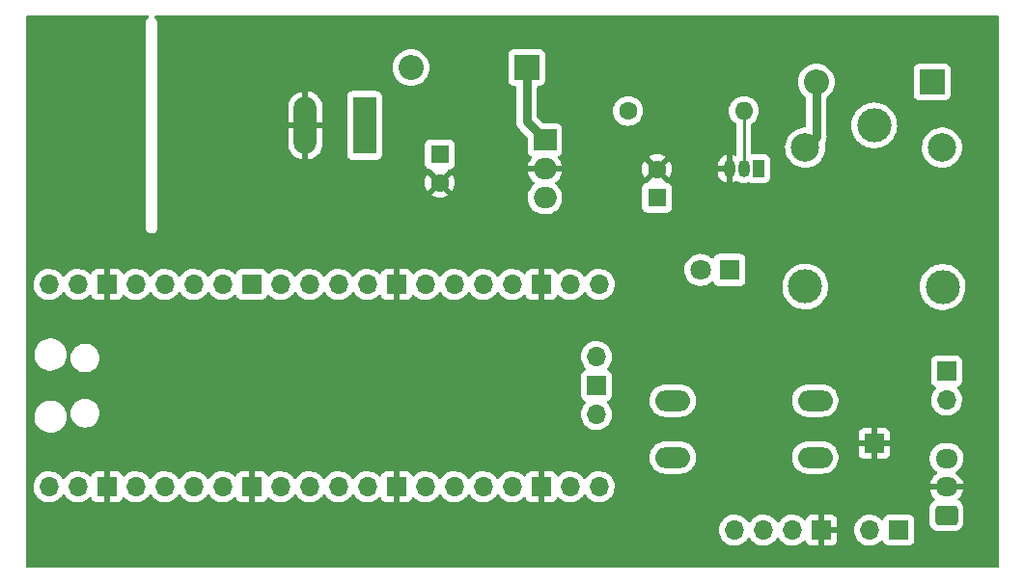
<source format=gbr>
%TF.GenerationSoftware,KiCad,Pcbnew,(6.0.9)*%
%TF.CreationDate,2022-11-10T13:56:48+05:30*%
%TF.ProjectId,Kajimba,4b616a69-6d62-4612-9e6b-696361645f70,rev?*%
%TF.SameCoordinates,Original*%
%TF.FileFunction,Copper,L2,Bot*%
%TF.FilePolarity,Positive*%
%FSLAX46Y46*%
G04 Gerber Fmt 4.6, Leading zero omitted, Abs format (unit mm)*
G04 Created by KiCad (PCBNEW (6.0.9)) date 2022-11-10 13:56:48*
%MOMM*%
%LPD*%
G01*
G04 APERTURE LIST*
G04 Aperture macros list*
%AMRoundRect*
0 Rectangle with rounded corners*
0 $1 Rounding radius*
0 $2 $3 $4 $5 $6 $7 $8 $9 X,Y pos of 4 corners*
0 Add a 4 corners polygon primitive as box body*
4,1,4,$2,$3,$4,$5,$6,$7,$8,$9,$2,$3,0*
0 Add four circle primitives for the rounded corners*
1,1,$1+$1,$2,$3*
1,1,$1+$1,$4,$5*
1,1,$1+$1,$6,$7*
1,1,$1+$1,$8,$9*
0 Add four rect primitives between the rounded corners*
20,1,$1+$1,$2,$3,$4,$5,0*
20,1,$1+$1,$4,$5,$6,$7,0*
20,1,$1+$1,$6,$7,$8,$9,0*
20,1,$1+$1,$8,$9,$2,$3,0*%
G04 Aperture macros list end*
%TA.AperFunction,ComponentPad*%
%ADD10R,2.200000X2.200000*%
%TD*%
%TA.AperFunction,ComponentPad*%
%ADD11O,2.200000X2.200000*%
%TD*%
%TA.AperFunction,ComponentPad*%
%ADD12R,1.600000X1.600000*%
%TD*%
%TA.AperFunction,ComponentPad*%
%ADD13C,1.600000*%
%TD*%
%TA.AperFunction,ComponentPad*%
%ADD14R,1.700000X1.700000*%
%TD*%
%TA.AperFunction,ComponentPad*%
%ADD15O,1.700000X1.700000*%
%TD*%
%TA.AperFunction,ComponentPad*%
%ADD16RoundRect,0.250000X0.725000X-0.600000X0.725000X0.600000X-0.725000X0.600000X-0.725000X-0.600000X0*%
%TD*%
%TA.AperFunction,ComponentPad*%
%ADD17O,1.950000X1.700000*%
%TD*%
%TA.AperFunction,ComponentPad*%
%ADD18C,3.000000*%
%TD*%
%TA.AperFunction,ComponentPad*%
%ADD19C,2.500000*%
%TD*%
%TA.AperFunction,ComponentPad*%
%ADD20R,2.020000X5.020000*%
%TD*%
%TA.AperFunction,ComponentPad*%
%ADD21O,2.020000X5.020000*%
%TD*%
%TA.AperFunction,ComponentPad*%
%ADD22R,1.800000X1.800000*%
%TD*%
%TA.AperFunction,ComponentPad*%
%ADD23C,1.800000*%
%TD*%
%TA.AperFunction,ComponentPad*%
%ADD24O,3.048000X1.850000*%
%TD*%
%TA.AperFunction,ComponentPad*%
%ADD25O,1.600000X1.600000*%
%TD*%
%TA.AperFunction,ComponentPad*%
%ADD26R,1.050000X1.500000*%
%TD*%
%TA.AperFunction,ComponentPad*%
%ADD27O,1.050000X1.500000*%
%TD*%
%TA.AperFunction,ComponentPad*%
%ADD28R,2.000000X1.905000*%
%TD*%
%TA.AperFunction,ComponentPad*%
%ADD29O,2.000000X1.905000*%
%TD*%
%TA.AperFunction,Conductor*%
%ADD30C,0.800000*%
%TD*%
%TA.AperFunction,Conductor*%
%ADD31C,0.250000*%
%TD*%
G04 APERTURE END LIST*
D10*
%TO.P,D2,1,K*%
%TO.N,Net-(C1-Pad1)*%
X143510000Y-77470000D03*
D11*
%TO.P,D2,2,A*%
%TO.N,+12V*%
X133350000Y-77470000D03*
%TD*%
D12*
%TO.P,C1,1*%
%TO.N,Net-(C1-Pad1)*%
X135890000Y-85090000D03*
D13*
%TO.P,C1,2*%
%TO.N,GND*%
X135890000Y-87590000D03*
%TD*%
D14*
%TO.P,J4,1,Pin_1*%
%TO.N,GND*%
X173990000Y-110490000D03*
%TD*%
%TO.P,J5,1,Pin_1*%
%TO.N,Button*%
X176149000Y-118110000D03*
D15*
%TO.P,J5,2,Pin_2*%
%TO.N,+3.3V*%
X173609000Y-118110000D03*
%TD*%
D16*
%TO.P,J2,1,Pin_1*%
%TO.N,+3.3V*%
X180340000Y-116800000D03*
D17*
%TO.P,J2,2,Pin_2*%
%TO.N,GND*%
X180340000Y-114300000D03*
%TO.P,J2,3,Pin_3*%
%TO.N,Sensor*%
X180340000Y-111800000D03*
%TD*%
D18*
%TO.P,K1,1*%
%TO.N,+12V*%
X173990000Y-82550000D03*
D19*
%TO.P,K1,2*%
%TO.N,Net-(D3-Pad2)*%
X167940000Y-84500000D03*
D18*
%TO.P,K1,3*%
%TO.N,Net-(J6-Pad2)*%
X167940000Y-96700000D03*
%TO.P,K1,4*%
%TO.N,Net-(J6-Pad1)*%
X179990000Y-96750000D03*
D19*
%TO.P,K1,5*%
%TO.N,+3.3V*%
X179940000Y-84500000D03*
%TD*%
D20*
%TO.P,J1,1*%
%TO.N,+12V*%
X129280000Y-82550000D03*
D21*
%TO.P,J1,2*%
%TO.N,GND*%
X124100000Y-82550000D03*
%TD*%
D22*
%TO.P,D1,1,K*%
%TO.N,Net-(D1-Pad1)*%
X161290000Y-95250000D03*
D23*
%TO.P,D1,2,A*%
%TO.N,Relay*%
X158750000Y-95250000D03*
%TD*%
D24*
%TO.P,SW1,1,1*%
%TO.N,Button*%
X156320000Y-106720000D03*
X168820000Y-106720000D03*
%TO.P,SW1,2,2*%
%TO.N,+3.3V*%
X156320000Y-111720000D03*
X168820000Y-111720000D03*
%TD*%
D14*
%TO.P,J3,1,Pin_1*%
%TO.N,GND*%
X169370000Y-118110000D03*
D15*
%TO.P,J3,2,Pin_2*%
%TO.N,+5V*%
X166830000Y-118110000D03*
%TO.P,J3,3,Pin_3*%
%TO.N,SDA*%
X164290000Y-118110000D03*
%TO.P,J3,4,Pin_4*%
%TO.N,SCL*%
X161750000Y-118110000D03*
%TD*%
D14*
%TO.P,J6,1,Pin_1*%
%TO.N,Net-(J6-Pad1)*%
X180340000Y-104140000D03*
D15*
%TO.P,J6,2,Pin_2*%
%TO.N,Net-(J6-Pad2)*%
X180340000Y-106680000D03*
%TD*%
D13*
%TO.P,R1,1*%
%TO.N,Net-(D1-Pad1)*%
X152400000Y-81280000D03*
D25*
%TO.P,R1,2*%
%TO.N,Net-(Q1-Pad2)*%
X162560000Y-81280000D03*
%TD*%
D26*
%TO.P,Q1,1,C*%
%TO.N,Net-(D3-Pad2)*%
X163830000Y-86360000D03*
D27*
%TO.P,Q1,2,B*%
%TO.N,Net-(Q1-Pad2)*%
X162560000Y-86360000D03*
%TO.P,Q1,3,E*%
%TO.N,GND*%
X161290000Y-86360000D03*
%TD*%
D28*
%TO.P,U2,1,VI*%
%TO.N,Net-(C1-Pad1)*%
X145105000Y-83820000D03*
D29*
%TO.P,U2,2,GND*%
%TO.N,GND*%
X145105000Y-86360000D03*
%TO.P,U2,3,VO*%
%TO.N,+5V*%
X145105000Y-88900000D03*
%TD*%
D10*
%TO.P,D3,1,K*%
%TO.N,+3.3V*%
X179070000Y-78740000D03*
D11*
%TO.P,D3,2,A*%
%TO.N,Net-(D3-Pad2)*%
X168910000Y-78740000D03*
%TD*%
D12*
%TO.P,C2,1*%
%TO.N,+5V*%
X154940000Y-88900000D03*
D13*
%TO.P,C2,2*%
%TO.N,GND*%
X154940000Y-86400000D03*
%TD*%
D15*
%TO.P,U1,1,GPIO0*%
%TO.N,SDA*%
X101600000Y-114300000D03*
%TO.P,U1,2,GPIO1*%
%TO.N,SCL*%
X104140000Y-114300000D03*
D14*
%TO.P,U1,3,GND*%
%TO.N,GND*%
X106680000Y-114300000D03*
D15*
%TO.P,U1,4,GPIO2*%
%TO.N,unconnected-(U1-Pad4)*%
X109220000Y-114300000D03*
%TO.P,U1,5,GPIO3*%
%TO.N,unconnected-(U1-Pad5)*%
X111760000Y-114300000D03*
%TO.P,U1,6,GPIO4*%
%TO.N,unconnected-(U1-Pad6)*%
X114300000Y-114300000D03*
%TO.P,U1,7,GPIO5*%
%TO.N,unconnected-(U1-Pad7)*%
X116840000Y-114300000D03*
D14*
%TO.P,U1,8,GND*%
%TO.N,GND*%
X119380000Y-114300000D03*
D15*
%TO.P,U1,9,GPIO6*%
%TO.N,unconnected-(U1-Pad9)*%
X121920000Y-114300000D03*
%TO.P,U1,10,GPIO7*%
%TO.N,unconnected-(U1-Pad10)*%
X124460000Y-114300000D03*
%TO.P,U1,11,GPIO8*%
%TO.N,unconnected-(U1-Pad11)*%
X127000000Y-114300000D03*
%TO.P,U1,12,GPIO9*%
%TO.N,unconnected-(U1-Pad12)*%
X129540000Y-114300000D03*
D14*
%TO.P,U1,13,GND*%
%TO.N,GND*%
X132080000Y-114300000D03*
D15*
%TO.P,U1,14,GPIO10*%
%TO.N,unconnected-(U1-Pad14)*%
X134620000Y-114300000D03*
%TO.P,U1,15,GPIO11*%
%TO.N,unconnected-(U1-Pad15)*%
X137160000Y-114300000D03*
%TO.P,U1,16,GPIO12*%
%TO.N,unconnected-(U1-Pad16)*%
X139700000Y-114300000D03*
%TO.P,U1,17,GPIO13*%
%TO.N,unconnected-(U1-Pad17)*%
X142240000Y-114300000D03*
D14*
%TO.P,U1,18,GND*%
%TO.N,GND*%
X144780000Y-114300000D03*
D15*
%TO.P,U1,19,GPIO14*%
%TO.N,unconnected-(U1-Pad19)*%
X147320000Y-114300000D03*
%TO.P,U1,20,GPIO15*%
%TO.N,unconnected-(U1-Pad20)*%
X149860000Y-114300000D03*
%TO.P,U1,21,GPIO16*%
%TO.N,Relay*%
X149860000Y-96520000D03*
%TO.P,U1,22,GPIO17*%
%TO.N,Sensor*%
X147320000Y-96520000D03*
D14*
%TO.P,U1,23,GND*%
%TO.N,GND*%
X144780000Y-96520000D03*
D15*
%TO.P,U1,24,GPIO18*%
%TO.N,Button*%
X142240000Y-96520000D03*
%TO.P,U1,25,GPIO19*%
%TO.N,unconnected-(U1-Pad25)*%
X139700000Y-96520000D03*
%TO.P,U1,26,GPIO20*%
%TO.N,unconnected-(U1-Pad26)*%
X137160000Y-96520000D03*
%TO.P,U1,27,GPIO21*%
%TO.N,unconnected-(U1-Pad27)*%
X134620000Y-96520000D03*
D14*
%TO.P,U1,28,GND*%
%TO.N,GND*%
X132080000Y-96520000D03*
D15*
%TO.P,U1,29,GPIO22*%
%TO.N,unconnected-(U1-Pad29)*%
X129540000Y-96520000D03*
%TO.P,U1,30,RUN*%
%TO.N,unconnected-(U1-Pad30)*%
X127000000Y-96520000D03*
%TO.P,U1,31,GPIO26_ADC0*%
%TO.N,unconnected-(U1-Pad31)*%
X124460000Y-96520000D03*
%TO.P,U1,32,GPIO27_ADC1*%
%TO.N,unconnected-(U1-Pad32)*%
X121920000Y-96520000D03*
D14*
%TO.P,U1,33,AGND*%
%TO.N,unconnected-(U1-Pad33)*%
X119380000Y-96520000D03*
D15*
%TO.P,U1,34,GPIO28_ADC2*%
%TO.N,unconnected-(U1-Pad34)*%
X116840000Y-96520000D03*
%TO.P,U1,35,ADC_VREF*%
%TO.N,unconnected-(U1-Pad35)*%
X114300000Y-96520000D03*
%TO.P,U1,36,3V3*%
%TO.N,unconnected-(U1-Pad36)*%
X111760000Y-96520000D03*
%TO.P,U1,37,3V3_EN*%
%TO.N,+3.3V*%
X109220000Y-96520000D03*
D14*
%TO.P,U1,38,GND*%
%TO.N,GND*%
X106680000Y-96520000D03*
D15*
%TO.P,U1,39,VSYS*%
%TO.N,+5V*%
X104140000Y-96520000D03*
%TO.P,U1,40,VBUS*%
%TO.N,unconnected-(U1-Pad40)*%
X101600000Y-96520000D03*
%TO.P,U1,41,SWCLK*%
%TO.N,unconnected-(U1-Pad41)*%
X149630000Y-107950000D03*
D14*
%TO.P,U1,42,GND*%
%TO.N,unconnected-(U1-Pad42)*%
X149630000Y-105410000D03*
D15*
%TO.P,U1,43,SWDIO*%
%TO.N,unconnected-(U1-Pad43)*%
X149630000Y-102870000D03*
%TD*%
D30*
%TO.N,Net-(C1-Pad1)*%
X143510000Y-77470000D02*
X143510000Y-82225000D01*
X143510000Y-82225000D02*
X145105000Y-83820000D01*
%TO.N,Net-(D3-Pad2)*%
X168910000Y-78740000D02*
X168910000Y-83530000D01*
X168910000Y-83530000D02*
X167940000Y-84500000D01*
D31*
%TO.N,Net-(Q1-Pad2)*%
X162560000Y-81280000D02*
X162560000Y-86360000D01*
%TD*%
%TA.AperFunction,Conductor*%
%TO.N,GND*%
G36*
X110321852Y-72918502D02*
G01*
X110368345Y-72972158D01*
X110378449Y-73042432D01*
X110348955Y-73107012D01*
X110320966Y-73131062D01*
X110277042Y-73158776D01*
X110180622Y-73267951D01*
X110118719Y-73399800D01*
X110101500Y-73510386D01*
X110101500Y-91586513D01*
X110116920Y-91694187D01*
X110177208Y-91826782D01*
X110272287Y-91937127D01*
X110394515Y-92016352D01*
X110534066Y-92058086D01*
X110543042Y-92058141D01*
X110543043Y-92058141D01*
X110604356Y-92058515D01*
X110679721Y-92058976D01*
X110819771Y-92018949D01*
X110942958Y-91941224D01*
X111039378Y-91832049D01*
X111101281Y-91700200D01*
X111118500Y-91589614D01*
X111118500Y-89002263D01*
X143595064Y-89002263D01*
X143631404Y-89239744D01*
X143668094Y-89351997D01*
X143704434Y-89463183D01*
X143704437Y-89463189D01*
X143706042Y-89468101D01*
X143816975Y-89681200D01*
X143820085Y-89685342D01*
X143919474Y-89817715D01*
X143961223Y-89873320D01*
X144134912Y-90039301D01*
X144333378Y-90174686D01*
X144338061Y-90176860D01*
X144338065Y-90176862D01*
X144546595Y-90273658D01*
X144546599Y-90273659D01*
X144551290Y-90275837D01*
X144782798Y-90340040D01*
X144787935Y-90340589D01*
X144975593Y-90360644D01*
X144975601Y-90360644D01*
X144978928Y-90361000D01*
X145213402Y-90361000D01*
X145215975Y-90360788D01*
X145215986Y-90360788D01*
X145316946Y-90352487D01*
X145391937Y-90346322D01*
X145624944Y-90287794D01*
X145807309Y-90208500D01*
X145840526Y-90194057D01*
X145840529Y-90194055D01*
X145845263Y-90191997D01*
X145976470Y-90107115D01*
X146042637Y-90064310D01*
X146042640Y-90064308D01*
X146046977Y-90061502D01*
X146224670Y-89899814D01*
X146295351Y-89810316D01*
X146344460Y-89748134D01*
X153631500Y-89748134D01*
X153638255Y-89810316D01*
X153689385Y-89946705D01*
X153776739Y-90063261D01*
X153893295Y-90150615D01*
X154029684Y-90201745D01*
X154091866Y-90208500D01*
X155788134Y-90208500D01*
X155850316Y-90201745D01*
X155986705Y-90150615D01*
X156103261Y-90063261D01*
X156190615Y-89946705D01*
X156241745Y-89810316D01*
X156248500Y-89748134D01*
X156248500Y-88051866D01*
X156241745Y-87989684D01*
X156190615Y-87853295D01*
X156103261Y-87736739D01*
X155986705Y-87649385D01*
X155850316Y-87598255D01*
X155801620Y-87592965D01*
X155791514Y-87591867D01*
X155791511Y-87591867D01*
X155788134Y-87591500D01*
X155784815Y-87591500D01*
X155717890Y-87567847D01*
X155682196Y-87521844D01*
X155680266Y-87522859D01*
X155674558Y-87512000D01*
X155674368Y-87511755D01*
X155674347Y-87511597D01*
X155654356Y-87473566D01*
X154952812Y-86772022D01*
X154938868Y-86764408D01*
X154937035Y-86764539D01*
X154930420Y-86768790D01*
X154224923Y-87474287D01*
X154202129Y-87516029D01*
X154199953Y-87526029D01*
X154149747Y-87576227D01*
X154096186Y-87591451D01*
X154095281Y-87591500D01*
X154091866Y-87591500D01*
X154088470Y-87591869D01*
X154088468Y-87591869D01*
X154078380Y-87592965D01*
X154029684Y-87598255D01*
X153893295Y-87649385D01*
X153776739Y-87736739D01*
X153689385Y-87853295D01*
X153638255Y-87989684D01*
X153631500Y-88051866D01*
X153631500Y-89748134D01*
X146344460Y-89748134D01*
X146370367Y-89715330D01*
X146370370Y-89715325D01*
X146373568Y-89711276D01*
X146387885Y-89685342D01*
X146487177Y-89505474D01*
X146487179Y-89505470D01*
X146489674Y-89500950D01*
X146569870Y-89274485D01*
X146575183Y-89244659D01*
X146611095Y-89043052D01*
X146611096Y-89043046D01*
X146612001Y-89037963D01*
X146614936Y-88797737D01*
X146578596Y-88560256D01*
X146541906Y-88448003D01*
X146505566Y-88336817D01*
X146505563Y-88336811D01*
X146503958Y-88331899D01*
X146493300Y-88311424D01*
X146395416Y-88123393D01*
X146393025Y-88118800D01*
X146345335Y-88055283D01*
X146251882Y-87930815D01*
X146251880Y-87930812D01*
X146248777Y-87926680D01*
X146140609Y-87823312D01*
X146078825Y-87764270D01*
X146078824Y-87764269D01*
X146075088Y-87760699D01*
X146037649Y-87735160D01*
X145992648Y-87680249D01*
X145984477Y-87609725D01*
X146015731Y-87545978D01*
X146040210Y-87525284D01*
X146042326Y-87523915D01*
X146050498Y-87517622D01*
X146220480Y-87362950D01*
X146227506Y-87355417D01*
X146369945Y-87175056D01*
X146375650Y-87166469D01*
X146486714Y-86965278D01*
X146490944Y-86955866D01*
X146567659Y-86739232D01*
X146570293Y-86729261D01*
X146587647Y-86631837D01*
X146586187Y-86618540D01*
X146571630Y-86614000D01*
X143636904Y-86614000D01*
X143623560Y-86617918D01*
X143621573Y-86632194D01*
X143631110Y-86694515D01*
X143633499Y-86704543D01*
X143704898Y-86922988D01*
X143708895Y-86932497D01*
X143815011Y-87136344D01*
X143820505Y-87145069D01*
X143958493Y-87328852D01*
X143965336Y-87336559D01*
X144131491Y-87495339D01*
X144139498Y-87501823D01*
X144172356Y-87524237D01*
X144217359Y-87579148D01*
X144225532Y-87649672D01*
X144194278Y-87713420D01*
X144169796Y-87734116D01*
X144168181Y-87735161D01*
X144163023Y-87738498D01*
X143985330Y-87900186D01*
X143936495Y-87962022D01*
X143839633Y-88084670D01*
X143839630Y-88084675D01*
X143836432Y-88088724D01*
X143833939Y-88093240D01*
X143833937Y-88093243D01*
X143722823Y-88294526D01*
X143720326Y-88299050D01*
X143718602Y-88303919D01*
X143718600Y-88303923D01*
X143710319Y-88327309D01*
X143640130Y-88525515D01*
X143639223Y-88530608D01*
X143639222Y-88530611D01*
X143604787Y-88723931D01*
X143597999Y-88762037D01*
X143595064Y-89002263D01*
X111118500Y-89002263D01*
X111118500Y-88676062D01*
X135168493Y-88676062D01*
X135177789Y-88688077D01*
X135228994Y-88723931D01*
X135238489Y-88729414D01*
X135435947Y-88821490D01*
X135446239Y-88825236D01*
X135656688Y-88881625D01*
X135667481Y-88883528D01*
X135884525Y-88902517D01*
X135895475Y-88902517D01*
X136112519Y-88883528D01*
X136123312Y-88881625D01*
X136333761Y-88825236D01*
X136344053Y-88821490D01*
X136541511Y-88729414D01*
X136551006Y-88723931D01*
X136603048Y-88687491D01*
X136611424Y-88677012D01*
X136604356Y-88663566D01*
X135902812Y-87962022D01*
X135888868Y-87954408D01*
X135887035Y-87954539D01*
X135880420Y-87958790D01*
X135174923Y-88664287D01*
X135168493Y-88676062D01*
X111118500Y-88676062D01*
X111118500Y-87595475D01*
X134577483Y-87595475D01*
X134596472Y-87812519D01*
X134598375Y-87823312D01*
X134654764Y-88033761D01*
X134658510Y-88044053D01*
X134750586Y-88241511D01*
X134756069Y-88251006D01*
X134792509Y-88303048D01*
X134802988Y-88311424D01*
X134816434Y-88304356D01*
X135517978Y-87602812D01*
X135524356Y-87591132D01*
X136254408Y-87591132D01*
X136254539Y-87592965D01*
X136258790Y-87599580D01*
X136964287Y-88305077D01*
X136976062Y-88311507D01*
X136988077Y-88302211D01*
X137023931Y-88251006D01*
X137029414Y-88241511D01*
X137121490Y-88044053D01*
X137125236Y-88033761D01*
X137181625Y-87823312D01*
X137183528Y-87812519D01*
X137202517Y-87595475D01*
X137202517Y-87584525D01*
X137183528Y-87367481D01*
X137181625Y-87356688D01*
X137125236Y-87146239D01*
X137121490Y-87135947D01*
X137029414Y-86938489D01*
X137023931Y-86928994D01*
X136987491Y-86876952D01*
X136977012Y-86868576D01*
X136963566Y-86875644D01*
X136262022Y-87577188D01*
X136254408Y-87591132D01*
X135524356Y-87591132D01*
X135525592Y-87588868D01*
X135525461Y-87587035D01*
X135521210Y-87580420D01*
X134815713Y-86874923D01*
X134803938Y-86868493D01*
X134791923Y-86877789D01*
X134756069Y-86928994D01*
X134750586Y-86938489D01*
X134658510Y-87135947D01*
X134654764Y-87146239D01*
X134598375Y-87356688D01*
X134596472Y-87367481D01*
X134577483Y-87584525D01*
X134577483Y-87595475D01*
X111118500Y-87595475D01*
X111118500Y-85938134D01*
X134581500Y-85938134D01*
X134588255Y-86000316D01*
X134639385Y-86136705D01*
X134726739Y-86253261D01*
X134843295Y-86340615D01*
X134979684Y-86391745D01*
X135023252Y-86396478D01*
X135038486Y-86398133D01*
X135038489Y-86398133D01*
X135041866Y-86398500D01*
X135045185Y-86398500D01*
X135112110Y-86422153D01*
X135147804Y-86468156D01*
X135149734Y-86467141D01*
X135155442Y-86478000D01*
X135155632Y-86478245D01*
X135155653Y-86478403D01*
X135175644Y-86516434D01*
X135877188Y-87217978D01*
X135891132Y-87225592D01*
X135892965Y-87225461D01*
X135899580Y-87221210D01*
X136605077Y-86515713D01*
X136627871Y-86473971D01*
X136630047Y-86463971D01*
X136680253Y-86413773D01*
X136709447Y-86405475D01*
X153627483Y-86405475D01*
X153646472Y-86622519D01*
X153648375Y-86633312D01*
X153704764Y-86843761D01*
X153708510Y-86854053D01*
X153800586Y-87051511D01*
X153806069Y-87061006D01*
X153842509Y-87113048D01*
X153852988Y-87121424D01*
X153866434Y-87114356D01*
X154567978Y-86412812D01*
X154574356Y-86401132D01*
X155304408Y-86401132D01*
X155304539Y-86402965D01*
X155308790Y-86409580D01*
X156014287Y-87115077D01*
X156026062Y-87121507D01*
X156038077Y-87112211D01*
X156073931Y-87061006D01*
X156079414Y-87051511D01*
X156171490Y-86854053D01*
X156175236Y-86843761D01*
X156231625Y-86633312D01*
X156231699Y-86632890D01*
X160257000Y-86632890D01*
X160257300Y-86639035D01*
X160271170Y-86780481D01*
X160273553Y-86792519D01*
X160328542Y-86974651D01*
X160333217Y-86985993D01*
X160422535Y-87153977D01*
X160429322Y-87164193D01*
X160549572Y-87311634D01*
X160558216Y-87320338D01*
X160704809Y-87441610D01*
X160714980Y-87448470D01*
X160882342Y-87538962D01*
X160893647Y-87543714D01*
X161018692Y-87582422D01*
X161032795Y-87582628D01*
X161036000Y-87575873D01*
X161036000Y-86632115D01*
X161031525Y-86616876D01*
X161030135Y-86615671D01*
X161022452Y-86614000D01*
X160275115Y-86614000D01*
X160259876Y-86618475D01*
X160258671Y-86619865D01*
X160257000Y-86627548D01*
X160257000Y-86632890D01*
X156231699Y-86632890D01*
X156233528Y-86622519D01*
X156252517Y-86405475D01*
X156252517Y-86394525D01*
X156233528Y-86177481D01*
X156231625Y-86166688D01*
X156210510Y-86087885D01*
X160257000Y-86087885D01*
X160261475Y-86103124D01*
X160262865Y-86104329D01*
X160270548Y-86106000D01*
X161017885Y-86106000D01*
X161033124Y-86101525D01*
X161034329Y-86100135D01*
X161036000Y-86092452D01*
X161036000Y-85151014D01*
X161032027Y-85137483D01*
X161024232Y-85136363D01*
X160907068Y-85170846D01*
X160895700Y-85175439D01*
X160727089Y-85263586D01*
X160716827Y-85270302D01*
X160568557Y-85389515D01*
X160559787Y-85398103D01*
X160437501Y-85543838D01*
X160430563Y-85553969D01*
X160338906Y-85720692D01*
X160334076Y-85731962D01*
X160276548Y-85913315D01*
X160273998Y-85925309D01*
X160257393Y-86073350D01*
X160257000Y-86080374D01*
X160257000Y-86087885D01*
X156210510Y-86087885D01*
X156175236Y-85956239D01*
X156171490Y-85945947D01*
X156079414Y-85748489D01*
X156073931Y-85738994D01*
X156037491Y-85686952D01*
X156027012Y-85678576D01*
X156013566Y-85685644D01*
X155312022Y-86387188D01*
X155304408Y-86401132D01*
X154574356Y-86401132D01*
X154575592Y-86398868D01*
X154575461Y-86397035D01*
X154571210Y-86390420D01*
X153865713Y-85684923D01*
X153853938Y-85678493D01*
X153841923Y-85687789D01*
X153806069Y-85738994D01*
X153800586Y-85748489D01*
X153708510Y-85945947D01*
X153704764Y-85956239D01*
X153648375Y-86166688D01*
X153646472Y-86177481D01*
X153627483Y-86394525D01*
X153627483Y-86405475D01*
X136709447Y-86405475D01*
X136733814Y-86398549D01*
X136734719Y-86398500D01*
X136738134Y-86398500D01*
X136741530Y-86398131D01*
X136741532Y-86398131D01*
X136753879Y-86396790D01*
X136800316Y-86391745D01*
X136936705Y-86340615D01*
X137053261Y-86253261D01*
X137140615Y-86136705D01*
X137191745Y-86000316D01*
X137198500Y-85938134D01*
X137198500Y-84241866D01*
X137191745Y-84179684D01*
X137140615Y-84043295D01*
X137053261Y-83926739D01*
X136936705Y-83839385D01*
X136800316Y-83788255D01*
X136738134Y-83781500D01*
X135041866Y-83781500D01*
X134979684Y-83788255D01*
X134843295Y-83839385D01*
X134726739Y-83926739D01*
X134639385Y-84043295D01*
X134588255Y-84179684D01*
X134581500Y-84241866D01*
X134581500Y-85938134D01*
X111118500Y-85938134D01*
X111118500Y-84108854D01*
X122582000Y-84108854D01*
X122582202Y-84113886D01*
X122596247Y-84288447D01*
X122597859Y-84298400D01*
X122653714Y-84525800D01*
X122656897Y-84535370D01*
X122748391Y-84750916D01*
X122753065Y-84759855D01*
X122877840Y-84957994D01*
X122883881Y-84966070D01*
X123038730Y-85141713D01*
X123045987Y-85148721D01*
X123226935Y-85297352D01*
X123235209Y-85303102D01*
X123437578Y-85420884D01*
X123446691Y-85425251D01*
X123665291Y-85509164D01*
X123674963Y-85512011D01*
X123828264Y-85544037D01*
X123842325Y-85542914D01*
X123846000Y-85532806D01*
X123846000Y-85530656D01*
X124354000Y-85530656D01*
X124358136Y-85544742D01*
X124371114Y-85546791D01*
X124390781Y-85544516D01*
X124400677Y-85542556D01*
X124625987Y-85478799D01*
X124635436Y-85475285D01*
X124847661Y-85376324D01*
X124856425Y-85371345D01*
X125050088Y-85239731D01*
X125057963Y-85233399D01*
X125190427Y-85108134D01*
X127761500Y-85108134D01*
X127768255Y-85170316D01*
X127819385Y-85306705D01*
X127906739Y-85423261D01*
X128023295Y-85510615D01*
X128159684Y-85561745D01*
X128221866Y-85568500D01*
X130338134Y-85568500D01*
X130400316Y-85561745D01*
X130536705Y-85510615D01*
X130653261Y-85423261D01*
X130740615Y-85306705D01*
X130791745Y-85170316D01*
X130798500Y-85108134D01*
X130798500Y-79991866D01*
X130791745Y-79929684D01*
X130740615Y-79793295D01*
X130653261Y-79676739D01*
X130536705Y-79589385D01*
X130400316Y-79538255D01*
X130338134Y-79531500D01*
X128221866Y-79531500D01*
X128159684Y-79538255D01*
X128023295Y-79589385D01*
X127906739Y-79676739D01*
X127819385Y-79793295D01*
X127768255Y-79929684D01*
X127761500Y-79991866D01*
X127761500Y-85108134D01*
X125190427Y-85108134D01*
X125228084Y-85072523D01*
X125234836Y-85065024D01*
X125377062Y-84879002D01*
X125382519Y-84870534D01*
X125493172Y-84664168D01*
X125497213Y-84654917D01*
X125573444Y-84433525D01*
X125575953Y-84423752D01*
X125615995Y-84191938D01*
X125616850Y-84184066D01*
X125617936Y-84160159D01*
X125618000Y-84157326D01*
X125618000Y-82822115D01*
X125613525Y-82806876D01*
X125612135Y-82805671D01*
X125604452Y-82804000D01*
X124372115Y-82804000D01*
X124356876Y-82808475D01*
X124355671Y-82809865D01*
X124354000Y-82817548D01*
X124354000Y-85530656D01*
X123846000Y-85530656D01*
X123846000Y-82822115D01*
X123841525Y-82806876D01*
X123840135Y-82805671D01*
X123832452Y-82804000D01*
X122600115Y-82804000D01*
X122584876Y-82808475D01*
X122583671Y-82809865D01*
X122582000Y-82817548D01*
X122582000Y-84108854D01*
X111118500Y-84108854D01*
X111118500Y-82277885D01*
X122582000Y-82277885D01*
X122586475Y-82293124D01*
X122587865Y-82294329D01*
X122595548Y-82296000D01*
X123827885Y-82296000D01*
X123843124Y-82291525D01*
X123844329Y-82290135D01*
X123846000Y-82282452D01*
X123846000Y-82277885D01*
X124354000Y-82277885D01*
X124358475Y-82293124D01*
X124359865Y-82294329D01*
X124367548Y-82296000D01*
X125599885Y-82296000D01*
X125615124Y-82291525D01*
X125616329Y-82290135D01*
X125618000Y-82282452D01*
X125618000Y-80991146D01*
X125617798Y-80986114D01*
X125603753Y-80811553D01*
X125602141Y-80801600D01*
X125546286Y-80574200D01*
X125543103Y-80564630D01*
X125451609Y-80349084D01*
X125446935Y-80340145D01*
X125322160Y-80142006D01*
X125316119Y-80133930D01*
X125161270Y-79958287D01*
X125154013Y-79951279D01*
X124973065Y-79802648D01*
X124964791Y-79796898D01*
X124762422Y-79679116D01*
X124753309Y-79674749D01*
X124534709Y-79590836D01*
X124525037Y-79587989D01*
X124371736Y-79555963D01*
X124357675Y-79557086D01*
X124354000Y-79567194D01*
X124354000Y-82277885D01*
X123846000Y-82277885D01*
X123846000Y-79569344D01*
X123841864Y-79555258D01*
X123828886Y-79553209D01*
X123809219Y-79555484D01*
X123799323Y-79557444D01*
X123574013Y-79621201D01*
X123564564Y-79624715D01*
X123352339Y-79723676D01*
X123343575Y-79728655D01*
X123149912Y-79860269D01*
X123142037Y-79866601D01*
X122971916Y-80027477D01*
X122965164Y-80034976D01*
X122822938Y-80220998D01*
X122817481Y-80229466D01*
X122706828Y-80435832D01*
X122702787Y-80445083D01*
X122626556Y-80666475D01*
X122624047Y-80676248D01*
X122584005Y-80908062D01*
X122583150Y-80915934D01*
X122582064Y-80939841D01*
X122582000Y-80942674D01*
X122582000Y-82277885D01*
X111118500Y-82277885D01*
X111118500Y-77470000D01*
X131736526Y-77470000D01*
X131756391Y-77722403D01*
X131815495Y-77968591D01*
X131912384Y-78202502D01*
X132044672Y-78418376D01*
X132209102Y-78610898D01*
X132401624Y-78775328D01*
X132617498Y-78907616D01*
X132622068Y-78909509D01*
X132622072Y-78909511D01*
X132846836Y-79002611D01*
X132851409Y-79004505D01*
X132918513Y-79020615D01*
X133092784Y-79062454D01*
X133092790Y-79062455D01*
X133097597Y-79063609D01*
X133350000Y-79083474D01*
X133602403Y-79063609D01*
X133607210Y-79062455D01*
X133607216Y-79062454D01*
X133781487Y-79020615D01*
X133848591Y-79004505D01*
X133853164Y-79002611D01*
X134077928Y-78909511D01*
X134077932Y-78909509D01*
X134082502Y-78907616D01*
X134298376Y-78775328D01*
X134482426Y-78618134D01*
X141901500Y-78618134D01*
X141908255Y-78680316D01*
X141959385Y-78816705D01*
X142046739Y-78933261D01*
X142163295Y-79020615D01*
X142299684Y-79071745D01*
X142361866Y-79078500D01*
X142475500Y-79078500D01*
X142543621Y-79098502D01*
X142590114Y-79152158D01*
X142601500Y-79204500D01*
X142601500Y-82143583D01*
X142599949Y-82163292D01*
X142597748Y-82177190D01*
X142598093Y-82183777D01*
X142598093Y-82183782D01*
X142601327Y-82245480D01*
X142601500Y-82252074D01*
X142601500Y-82272610D01*
X142601844Y-82275882D01*
X142601844Y-82275884D01*
X142603647Y-82293042D01*
X142604164Y-82299616D01*
X142607296Y-82359369D01*
X142607743Y-82367903D01*
X142609453Y-82374284D01*
X142609453Y-82374286D01*
X142611383Y-82381491D01*
X142614985Y-82400925D01*
X142615766Y-82408354D01*
X142615768Y-82408363D01*
X142616458Y-82414928D01*
X142637600Y-82479997D01*
X142639467Y-82486299D01*
X142657171Y-82552370D01*
X142663559Y-82564907D01*
X142671125Y-82583173D01*
X142675473Y-82596556D01*
X142678776Y-82602278D01*
X142678777Y-82602279D01*
X142709667Y-82655782D01*
X142712814Y-82661577D01*
X142743871Y-82722530D01*
X142748024Y-82727658D01*
X142748025Y-82727660D01*
X142752727Y-82733466D01*
X142763927Y-82749763D01*
X142767657Y-82756224D01*
X142767660Y-82756228D01*
X142770960Y-82761944D01*
X142775377Y-82766850D01*
X142775381Y-82766855D01*
X142816722Y-82812769D01*
X142821006Y-82817784D01*
X142827888Y-82826282D01*
X142833928Y-82833741D01*
X142848443Y-82848256D01*
X142852984Y-82853041D01*
X142898747Y-82903866D01*
X142904086Y-82907745D01*
X142904087Y-82907746D01*
X142910135Y-82912140D01*
X142925168Y-82924981D01*
X143559595Y-83559408D01*
X143593621Y-83621720D01*
X143596500Y-83648503D01*
X143596500Y-84820634D01*
X143603255Y-84882816D01*
X143654385Y-85019205D01*
X143741739Y-85135761D01*
X143858295Y-85223115D01*
X143877368Y-85230265D01*
X143878683Y-85230758D01*
X143935447Y-85273401D01*
X143960146Y-85339962D01*
X143944938Y-85409311D01*
X143933334Y-85426832D01*
X143840055Y-85544944D01*
X143834350Y-85553531D01*
X143723286Y-85754722D01*
X143719056Y-85764134D01*
X143642341Y-85980768D01*
X143639707Y-85990739D01*
X143622353Y-86088163D01*
X143623813Y-86101460D01*
X143638370Y-86106000D01*
X146573096Y-86106000D01*
X146586440Y-86102082D01*
X146588427Y-86087806D01*
X146578890Y-86025485D01*
X146576501Y-86015457D01*
X146505102Y-85797012D01*
X146501105Y-85787503D01*
X146394989Y-85583656D01*
X146389500Y-85574939D01*
X146276098Y-85423901D01*
X146251193Y-85357416D01*
X146260792Y-85312988D01*
X154218576Y-85312988D01*
X154225644Y-85326434D01*
X154927188Y-86027978D01*
X154941132Y-86035592D01*
X154942965Y-86035461D01*
X154949580Y-86031210D01*
X155655077Y-85325713D01*
X155661507Y-85313938D01*
X155652211Y-85301923D01*
X155601006Y-85266069D01*
X155591511Y-85260586D01*
X155394053Y-85168510D01*
X155383761Y-85164764D01*
X155173312Y-85108375D01*
X155162519Y-85106472D01*
X154945475Y-85087483D01*
X154934525Y-85087483D01*
X154717481Y-85106472D01*
X154706688Y-85108375D01*
X154496239Y-85164764D01*
X154485947Y-85168510D01*
X154288489Y-85260586D01*
X154278994Y-85266069D01*
X154226952Y-85302509D01*
X154218576Y-85312988D01*
X146260792Y-85312988D01*
X146266186Y-85288020D01*
X146316316Y-85237747D01*
X146332625Y-85230268D01*
X146351705Y-85223115D01*
X146468261Y-85135761D01*
X146555615Y-85019205D01*
X146606745Y-84882816D01*
X146613500Y-84820634D01*
X146613500Y-82819366D01*
X146606745Y-82757184D01*
X146555615Y-82620795D01*
X146468261Y-82504239D01*
X146351705Y-82416885D01*
X146215316Y-82365755D01*
X146153134Y-82359000D01*
X144981003Y-82359000D01*
X144912882Y-82338998D01*
X144891908Y-82322095D01*
X144455405Y-81885592D01*
X144421379Y-81823280D01*
X144418500Y-81796497D01*
X144418500Y-81280000D01*
X151086502Y-81280000D01*
X151106457Y-81508087D01*
X151165716Y-81729243D01*
X151168039Y-81734224D01*
X151168039Y-81734225D01*
X151260151Y-81931762D01*
X151260154Y-81931767D01*
X151262477Y-81936749D01*
X151393802Y-82124300D01*
X151555700Y-82286198D01*
X151560208Y-82289355D01*
X151560211Y-82289357D01*
X151606966Y-82322095D01*
X151743251Y-82417523D01*
X151748233Y-82419846D01*
X151748238Y-82419849D01*
X151918825Y-82499394D01*
X151950757Y-82514284D01*
X151956065Y-82515706D01*
X151956067Y-82515707D01*
X152166598Y-82572119D01*
X152166600Y-82572119D01*
X152171913Y-82573543D01*
X152400000Y-82593498D01*
X152628087Y-82573543D01*
X152633400Y-82572119D01*
X152633402Y-82572119D01*
X152843933Y-82515707D01*
X152843935Y-82515706D01*
X152849243Y-82514284D01*
X152881175Y-82499394D01*
X153051762Y-82419849D01*
X153051767Y-82419846D01*
X153056749Y-82417523D01*
X153193034Y-82322095D01*
X153239789Y-82289357D01*
X153239792Y-82289355D01*
X153244300Y-82286198D01*
X153406198Y-82124300D01*
X153537523Y-81936749D01*
X153539846Y-81931767D01*
X153539849Y-81931762D01*
X153631961Y-81734225D01*
X153631961Y-81734224D01*
X153634284Y-81729243D01*
X153693543Y-81508087D01*
X153713498Y-81280000D01*
X161246502Y-81280000D01*
X161266457Y-81508087D01*
X161325716Y-81729243D01*
X161328039Y-81734224D01*
X161328039Y-81734225D01*
X161420151Y-81931762D01*
X161420154Y-81931767D01*
X161422477Y-81936749D01*
X161553802Y-82124300D01*
X161715700Y-82286198D01*
X161720208Y-82289355D01*
X161720211Y-82289357D01*
X161872771Y-82396181D01*
X161917099Y-82451638D01*
X161926500Y-82499394D01*
X161926500Y-85093404D01*
X161906498Y-85161525D01*
X161852842Y-85208018D01*
X161782568Y-85218122D01*
X161740572Y-85204240D01*
X161697663Y-85181040D01*
X161686353Y-85176286D01*
X161561308Y-85137578D01*
X161547205Y-85137372D01*
X161544000Y-85144127D01*
X161544000Y-85913758D01*
X161543215Y-85927803D01*
X161526500Y-86076817D01*
X161526500Y-86636004D01*
X161541277Y-86786713D01*
X161541968Y-86789002D01*
X161544000Y-86809724D01*
X161544000Y-87568986D01*
X161547973Y-87582517D01*
X161555768Y-87583637D01*
X161672932Y-87549154D01*
X161684300Y-87544561D01*
X161852907Y-87456416D01*
X161855983Y-87454403D01*
X161857822Y-87453846D01*
X161858370Y-87453560D01*
X161858424Y-87453664D01*
X161923936Y-87433839D01*
X161984906Y-87448999D01*
X162157565Y-87542356D01*
X162254372Y-87572323D01*
X162345293Y-87600468D01*
X162345296Y-87600469D01*
X162351180Y-87602290D01*
X162357305Y-87602934D01*
X162357306Y-87602934D01*
X162546622Y-87622832D01*
X162546623Y-87622832D01*
X162552750Y-87623476D01*
X162636014Y-87615898D01*
X162748457Y-87605665D01*
X162748460Y-87605664D01*
X162754596Y-87605106D01*
X162760502Y-87603368D01*
X162760506Y-87603367D01*
X162943121Y-87549620D01*
X162943123Y-87549619D01*
X162946111Y-87548740D01*
X162949029Y-87547881D01*
X162949282Y-87548740D01*
X163014662Y-87542286D01*
X163051406Y-87555452D01*
X163058295Y-87560615D01*
X163066696Y-87563764D01*
X163066699Y-87563766D01*
X163141665Y-87591869D01*
X163194684Y-87611745D01*
X163256866Y-87618500D01*
X164403134Y-87618500D01*
X164465316Y-87611745D01*
X164601705Y-87560615D01*
X164718261Y-87473261D01*
X164805615Y-87356705D01*
X164856745Y-87220316D01*
X164863500Y-87158134D01*
X164863500Y-85561866D01*
X164856745Y-85499684D01*
X164805615Y-85363295D01*
X164718261Y-85246739D01*
X164601705Y-85159385D01*
X164465316Y-85108255D01*
X164403134Y-85101500D01*
X163319500Y-85101500D01*
X163251379Y-85081498D01*
X163204886Y-85027842D01*
X163193500Y-84975500D01*
X163193500Y-84453839D01*
X166177173Y-84453839D01*
X166177397Y-84458505D01*
X166177397Y-84458511D01*
X166181089Y-84535370D01*
X166189713Y-84714908D01*
X166240704Y-84971256D01*
X166329026Y-85217252D01*
X166331242Y-85221376D01*
X166441637Y-85426832D01*
X166452737Y-85447491D01*
X166455532Y-85451234D01*
X166455534Y-85451237D01*
X166606330Y-85653177D01*
X166606335Y-85653183D01*
X166609122Y-85656915D01*
X166612431Y-85660195D01*
X166612436Y-85660201D01*
X166750447Y-85797012D01*
X166794743Y-85840923D01*
X166798505Y-85843681D01*
X166798508Y-85843684D01*
X166999066Y-85990739D01*
X167005524Y-85995474D01*
X167009667Y-85997654D01*
X167009669Y-85997655D01*
X167232684Y-86114989D01*
X167232689Y-86114991D01*
X167236834Y-86117172D01*
X167380540Y-86167357D01*
X167409531Y-86177481D01*
X167483590Y-86203344D01*
X167488183Y-86204216D01*
X167735785Y-86251224D01*
X167735788Y-86251224D01*
X167740374Y-86252095D01*
X167870958Y-86257226D01*
X167996875Y-86262174D01*
X167996881Y-86262174D01*
X168001543Y-86262357D01*
X168084597Y-86253261D01*
X168256707Y-86234412D01*
X168256712Y-86234411D01*
X168261360Y-86233902D01*
X168374116Y-86204216D01*
X168509594Y-86168548D01*
X168509596Y-86168547D01*
X168514117Y-86167357D01*
X168754262Y-86064182D01*
X168807545Y-86031210D01*
X168972547Y-85929104D01*
X168972548Y-85929104D01*
X168976519Y-85926646D01*
X168980082Y-85923629D01*
X168980087Y-85923626D01*
X169172439Y-85760787D01*
X169172440Y-85760786D01*
X169176005Y-85757768D01*
X169239256Y-85685644D01*
X169345257Y-85564774D01*
X169345261Y-85564769D01*
X169348339Y-85561259D01*
X169359109Y-85544516D01*
X169470265Y-85371703D01*
X169489733Y-85341437D01*
X169597083Y-85103129D01*
X169633036Y-84975651D01*
X169666760Y-84856076D01*
X169666761Y-84856073D01*
X169668030Y-84851572D01*
X169684832Y-84719496D01*
X169700616Y-84595421D01*
X169700616Y-84595417D01*
X169701014Y-84592291D01*
X169703431Y-84500000D01*
X169692364Y-84351077D01*
X169684407Y-84244000D01*
X169684406Y-84243996D01*
X169684061Y-84239348D01*
X169657986Y-84124115D01*
X169662460Y-84053261D01*
X169673930Y-84030246D01*
X169676129Y-84027530D01*
X169707186Y-83966577D01*
X169710333Y-83960782D01*
X169741223Y-83907279D01*
X169741224Y-83907278D01*
X169744527Y-83901556D01*
X169748875Y-83888173D01*
X169756441Y-83869907D01*
X169759832Y-83863252D01*
X169762829Y-83857370D01*
X169764957Y-83849431D01*
X169780529Y-83791315D01*
X169782402Y-83784991D01*
X169785088Y-83776724D01*
X169803542Y-83719928D01*
X169805012Y-83705939D01*
X169808617Y-83686486D01*
X169810547Y-83679285D01*
X169812257Y-83672904D01*
X169814391Y-83632178D01*
X169815836Y-83604615D01*
X169816353Y-83598040D01*
X169818156Y-83580882D01*
X169818500Y-83577610D01*
X169818500Y-83557075D01*
X169818673Y-83550481D01*
X169821907Y-83488782D01*
X169821907Y-83488777D01*
X169822252Y-83482190D01*
X169820051Y-83468292D01*
X169818500Y-83448583D01*
X169818500Y-82528918D01*
X171976917Y-82528918D01*
X171992682Y-82802320D01*
X171993507Y-82806525D01*
X171993508Y-82806533D01*
X172014228Y-82912140D01*
X172045405Y-83071053D01*
X172046792Y-83075103D01*
X172046793Y-83075108D01*
X172128006Y-83312311D01*
X172134112Y-83330144D01*
X172136039Y-83333975D01*
X172246590Y-83553782D01*
X172257160Y-83574799D01*
X172259586Y-83578328D01*
X172259589Y-83578334D01*
X172399222Y-83781500D01*
X172412274Y-83800490D01*
X172415161Y-83803663D01*
X172415162Y-83803664D01*
X172575677Y-83980069D01*
X172596582Y-84003043D01*
X172806675Y-84178707D01*
X172810316Y-84180991D01*
X173035024Y-84321951D01*
X173035028Y-84321953D01*
X173038664Y-84324234D01*
X173106544Y-84354883D01*
X173284345Y-84435164D01*
X173284349Y-84435166D01*
X173288257Y-84436930D01*
X173345341Y-84453839D01*
X173546723Y-84513491D01*
X173546727Y-84513492D01*
X173550836Y-84514709D01*
X173555070Y-84515357D01*
X173555075Y-84515358D01*
X173817298Y-84555483D01*
X173817300Y-84555483D01*
X173821540Y-84556132D01*
X173960912Y-84558322D01*
X174091071Y-84560367D01*
X174091077Y-84560367D01*
X174095362Y-84560434D01*
X174367235Y-84527534D01*
X174632127Y-84458041D01*
X174636087Y-84456401D01*
X174636092Y-84456399D01*
X174642272Y-84453839D01*
X178177173Y-84453839D01*
X178177397Y-84458505D01*
X178177397Y-84458511D01*
X178181089Y-84535370D01*
X178189713Y-84714908D01*
X178240704Y-84971256D01*
X178329026Y-85217252D01*
X178331242Y-85221376D01*
X178441637Y-85426832D01*
X178452737Y-85447491D01*
X178455532Y-85451234D01*
X178455534Y-85451237D01*
X178606330Y-85653177D01*
X178606335Y-85653183D01*
X178609122Y-85656915D01*
X178612431Y-85660195D01*
X178612436Y-85660201D01*
X178750447Y-85797012D01*
X178794743Y-85840923D01*
X178798505Y-85843681D01*
X178798508Y-85843684D01*
X178999066Y-85990739D01*
X179005524Y-85995474D01*
X179009667Y-85997654D01*
X179009669Y-85997655D01*
X179232684Y-86114989D01*
X179232689Y-86114991D01*
X179236834Y-86117172D01*
X179380540Y-86167357D01*
X179409531Y-86177481D01*
X179483590Y-86203344D01*
X179488183Y-86204216D01*
X179735785Y-86251224D01*
X179735788Y-86251224D01*
X179740374Y-86252095D01*
X179870958Y-86257226D01*
X179996875Y-86262174D01*
X179996881Y-86262174D01*
X180001543Y-86262357D01*
X180084597Y-86253261D01*
X180256707Y-86234412D01*
X180256712Y-86234411D01*
X180261360Y-86233902D01*
X180374116Y-86204216D01*
X180509594Y-86168548D01*
X180509596Y-86168547D01*
X180514117Y-86167357D01*
X180754262Y-86064182D01*
X180807545Y-86031210D01*
X180972547Y-85929104D01*
X180972548Y-85929104D01*
X180976519Y-85926646D01*
X180980082Y-85923629D01*
X180980087Y-85923626D01*
X181172439Y-85760787D01*
X181172440Y-85760786D01*
X181176005Y-85757768D01*
X181239256Y-85685644D01*
X181345257Y-85564774D01*
X181345261Y-85564769D01*
X181348339Y-85561259D01*
X181359109Y-85544516D01*
X181470265Y-85371703D01*
X181489733Y-85341437D01*
X181597083Y-85103129D01*
X181633036Y-84975651D01*
X181666760Y-84856076D01*
X181666761Y-84856073D01*
X181668030Y-84851572D01*
X181684832Y-84719496D01*
X181700616Y-84595421D01*
X181700616Y-84595417D01*
X181701014Y-84592291D01*
X181703431Y-84500000D01*
X181692364Y-84351077D01*
X181684407Y-84244000D01*
X181684406Y-84243996D01*
X181684061Y-84239348D01*
X181678569Y-84215073D01*
X181627408Y-83988980D01*
X181626377Y-83984423D01*
X181594152Y-83901556D01*
X181533340Y-83745176D01*
X181533339Y-83745173D01*
X181531647Y-83740823D01*
X181401951Y-83513902D01*
X181240138Y-83308643D01*
X181049763Y-83129557D01*
X180835009Y-82980576D01*
X180830816Y-82978508D01*
X180604781Y-82867040D01*
X180604778Y-82867039D01*
X180600593Y-82864975D01*
X180587104Y-82860657D01*
X180356123Y-82786720D01*
X180351665Y-82785293D01*
X180093693Y-82743279D01*
X179979942Y-82741790D01*
X179837022Y-82739919D01*
X179837019Y-82739919D01*
X179832345Y-82739858D01*
X179573362Y-82775104D01*
X179322433Y-82848243D01*
X179318180Y-82850203D01*
X179318179Y-82850204D01*
X179281659Y-82867040D01*
X179085072Y-82957668D01*
X179046067Y-82983241D01*
X178870404Y-83098410D01*
X178870399Y-83098414D01*
X178866491Y-83100976D01*
X178671494Y-83275018D01*
X178504363Y-83475970D01*
X178483571Y-83510234D01*
X178380989Y-83679285D01*
X178368771Y-83699419D01*
X178267697Y-83940455D01*
X178203359Y-84193783D01*
X178177173Y-84453839D01*
X174642272Y-84453839D01*
X174758631Y-84405641D01*
X174885136Y-84353241D01*
X175069884Y-84245283D01*
X175117879Y-84217237D01*
X175117880Y-84217236D01*
X175121582Y-84215073D01*
X175337089Y-84046094D01*
X175346766Y-84036109D01*
X175490124Y-83888174D01*
X175527669Y-83849431D01*
X175530202Y-83845983D01*
X175530206Y-83845978D01*
X175687257Y-83632178D01*
X175689795Y-83628723D01*
X175717547Y-83577610D01*
X175818418Y-83391830D01*
X175818419Y-83391828D01*
X175820468Y-83388054D01*
X175917269Y-83131877D01*
X175964654Y-82924981D01*
X175977449Y-82869117D01*
X175977450Y-82869113D01*
X175978407Y-82864933D01*
X175979469Y-82853041D01*
X176002531Y-82594627D01*
X176002531Y-82594625D01*
X176002751Y-82592161D01*
X176003193Y-82550000D01*
X176000563Y-82511419D01*
X175984859Y-82281055D01*
X175984858Y-82281049D01*
X175984567Y-82276778D01*
X175978086Y-82245480D01*
X175929901Y-82012809D01*
X175929032Y-82008612D01*
X175837617Y-81750465D01*
X175712013Y-81507112D01*
X175702040Y-81492921D01*
X175557008Y-81286562D01*
X175554545Y-81283057D01*
X175368125Y-81082445D01*
X175364810Y-81079731D01*
X175364806Y-81079728D01*
X175159523Y-80911706D01*
X175156205Y-80908990D01*
X174922704Y-80765901D01*
X174918768Y-80764173D01*
X174675873Y-80657549D01*
X174675869Y-80657548D01*
X174671945Y-80655825D01*
X174408566Y-80580800D01*
X174404324Y-80580196D01*
X174404318Y-80580195D01*
X174203834Y-80551662D01*
X174137443Y-80542213D01*
X173993589Y-80541460D01*
X173867877Y-80540802D01*
X173867871Y-80540802D01*
X173863591Y-80540780D01*
X173859347Y-80541339D01*
X173859343Y-80541339D01*
X173740302Y-80557011D01*
X173592078Y-80576525D01*
X173587938Y-80577658D01*
X173587936Y-80577658D01*
X173515008Y-80597609D01*
X173327928Y-80648788D01*
X173323980Y-80650472D01*
X173079982Y-80754546D01*
X173079978Y-80754548D01*
X173076030Y-80756232D01*
X173056125Y-80768145D01*
X172844725Y-80894664D01*
X172844721Y-80894667D01*
X172841043Y-80896868D01*
X172627318Y-81068094D01*
X172438808Y-81266742D01*
X172279002Y-81489136D01*
X172150857Y-81731161D01*
X172149385Y-81735184D01*
X172149383Y-81735188D01*
X172142314Y-81754506D01*
X172056743Y-81988337D01*
X171998404Y-82255907D01*
X171976917Y-82528918D01*
X169818500Y-82528918D01*
X169818500Y-80137472D01*
X169838502Y-80069351D01*
X169862669Y-80041661D01*
X169870497Y-80034976D01*
X170042426Y-79888134D01*
X177461500Y-79888134D01*
X177468255Y-79950316D01*
X177519385Y-80086705D01*
X177606739Y-80203261D01*
X177723295Y-80290615D01*
X177859684Y-80341745D01*
X177921866Y-80348500D01*
X180218134Y-80348500D01*
X180280316Y-80341745D01*
X180416705Y-80290615D01*
X180533261Y-80203261D01*
X180620615Y-80086705D01*
X180671745Y-79950316D01*
X180678500Y-79888134D01*
X180678500Y-77591866D01*
X180671745Y-77529684D01*
X180620615Y-77393295D01*
X180533261Y-77276739D01*
X180416705Y-77189385D01*
X180280316Y-77138255D01*
X180218134Y-77131500D01*
X177921866Y-77131500D01*
X177859684Y-77138255D01*
X177723295Y-77189385D01*
X177606739Y-77276739D01*
X177519385Y-77393295D01*
X177468255Y-77529684D01*
X177461500Y-77591866D01*
X177461500Y-79888134D01*
X170042426Y-79888134D01*
X170050898Y-79880898D01*
X170215328Y-79688376D01*
X170347616Y-79472502D01*
X170444505Y-79238591D01*
X170486514Y-79063609D01*
X170502454Y-78997216D01*
X170502455Y-78997210D01*
X170503609Y-78992403D01*
X170523474Y-78740000D01*
X170503609Y-78487597D01*
X170444505Y-78241409D01*
X170347616Y-78007498D01*
X170215328Y-77791624D01*
X170050898Y-77599102D01*
X169858376Y-77434672D01*
X169642502Y-77302384D01*
X169637932Y-77300491D01*
X169637928Y-77300489D01*
X169413164Y-77207389D01*
X169413162Y-77207388D01*
X169408591Y-77205495D01*
X169323968Y-77185179D01*
X169167216Y-77147546D01*
X169167210Y-77147545D01*
X169162403Y-77146391D01*
X168910000Y-77126526D01*
X168657597Y-77146391D01*
X168652790Y-77147545D01*
X168652784Y-77147546D01*
X168496032Y-77185179D01*
X168411409Y-77205495D01*
X168406838Y-77207388D01*
X168406836Y-77207389D01*
X168182072Y-77300489D01*
X168182068Y-77300491D01*
X168177498Y-77302384D01*
X167961624Y-77434672D01*
X167769102Y-77599102D01*
X167604672Y-77791624D01*
X167472384Y-78007498D01*
X167375495Y-78241409D01*
X167316391Y-78487597D01*
X167296526Y-78740000D01*
X167316391Y-78992403D01*
X167317545Y-78997210D01*
X167317546Y-78997216D01*
X167333486Y-79063609D01*
X167375495Y-79238591D01*
X167472384Y-79472502D01*
X167604672Y-79688376D01*
X167769102Y-79880898D01*
X167949504Y-80034976D01*
X167957331Y-80041661D01*
X167996140Y-80101112D01*
X168001500Y-80137472D01*
X168001500Y-82614412D01*
X167981498Y-82682533D01*
X167927842Y-82729026D01*
X167873852Y-82740401D01*
X167837023Y-82739919D01*
X167837020Y-82739919D01*
X167832345Y-82739858D01*
X167573362Y-82775104D01*
X167322433Y-82848243D01*
X167318180Y-82850203D01*
X167318179Y-82850204D01*
X167281659Y-82867040D01*
X167085072Y-82957668D01*
X167046067Y-82983241D01*
X166870404Y-83098410D01*
X166870399Y-83098414D01*
X166866491Y-83100976D01*
X166671494Y-83275018D01*
X166504363Y-83475970D01*
X166483571Y-83510234D01*
X166380989Y-83679285D01*
X166368771Y-83699419D01*
X166267697Y-83940455D01*
X166203359Y-84193783D01*
X166177173Y-84453839D01*
X163193500Y-84453839D01*
X163193500Y-82499394D01*
X163213502Y-82431273D01*
X163247229Y-82396181D01*
X163399789Y-82289357D01*
X163399792Y-82289355D01*
X163404300Y-82286198D01*
X163566198Y-82124300D01*
X163697523Y-81936749D01*
X163699846Y-81931767D01*
X163699849Y-81931762D01*
X163791961Y-81734225D01*
X163791961Y-81734224D01*
X163794284Y-81729243D01*
X163853543Y-81508087D01*
X163873498Y-81280000D01*
X163853543Y-81051913D01*
X163852119Y-81046598D01*
X163795707Y-80836067D01*
X163795706Y-80836065D01*
X163794284Y-80830757D01*
X163765088Y-80768145D01*
X163699849Y-80628238D01*
X163699846Y-80628233D01*
X163697523Y-80623251D01*
X163566198Y-80435700D01*
X163404300Y-80273802D01*
X163399792Y-80270645D01*
X163399789Y-80270643D01*
X163293303Y-80196081D01*
X163216749Y-80142477D01*
X163211767Y-80140154D01*
X163211762Y-80140151D01*
X163014225Y-80048039D01*
X163014224Y-80048039D01*
X163009243Y-80045716D01*
X163003935Y-80044294D01*
X163003933Y-80044293D01*
X162793402Y-79987881D01*
X162793400Y-79987881D01*
X162788087Y-79986457D01*
X162560000Y-79966502D01*
X162331913Y-79986457D01*
X162326600Y-79987881D01*
X162326598Y-79987881D01*
X162116067Y-80044293D01*
X162116065Y-80044294D01*
X162110757Y-80045716D01*
X162105776Y-80048039D01*
X162105775Y-80048039D01*
X161908238Y-80140151D01*
X161908233Y-80140154D01*
X161903251Y-80142477D01*
X161826697Y-80196081D01*
X161720211Y-80270643D01*
X161720208Y-80270645D01*
X161715700Y-80273802D01*
X161553802Y-80435700D01*
X161422477Y-80623251D01*
X161420154Y-80628233D01*
X161420151Y-80628238D01*
X161354912Y-80768145D01*
X161325716Y-80830757D01*
X161324294Y-80836065D01*
X161324293Y-80836067D01*
X161267881Y-81046598D01*
X161266457Y-81051913D01*
X161246502Y-81280000D01*
X153713498Y-81280000D01*
X153693543Y-81051913D01*
X153692119Y-81046598D01*
X153635707Y-80836067D01*
X153635706Y-80836065D01*
X153634284Y-80830757D01*
X153605088Y-80768145D01*
X153539849Y-80628238D01*
X153539846Y-80628233D01*
X153537523Y-80623251D01*
X153406198Y-80435700D01*
X153244300Y-80273802D01*
X153239792Y-80270645D01*
X153239789Y-80270643D01*
X153133303Y-80196081D01*
X153056749Y-80142477D01*
X153051767Y-80140154D01*
X153051762Y-80140151D01*
X152854225Y-80048039D01*
X152854224Y-80048039D01*
X152849243Y-80045716D01*
X152843935Y-80044294D01*
X152843933Y-80044293D01*
X152633402Y-79987881D01*
X152633400Y-79987881D01*
X152628087Y-79986457D01*
X152400000Y-79966502D01*
X152171913Y-79986457D01*
X152166600Y-79987881D01*
X152166598Y-79987881D01*
X151956067Y-80044293D01*
X151956065Y-80044294D01*
X151950757Y-80045716D01*
X151945776Y-80048039D01*
X151945775Y-80048039D01*
X151748238Y-80140151D01*
X151748233Y-80140154D01*
X151743251Y-80142477D01*
X151666697Y-80196081D01*
X151560211Y-80270643D01*
X151560208Y-80270645D01*
X151555700Y-80273802D01*
X151393802Y-80435700D01*
X151262477Y-80623251D01*
X151260154Y-80628233D01*
X151260151Y-80628238D01*
X151194912Y-80768145D01*
X151165716Y-80830757D01*
X151164294Y-80836065D01*
X151164293Y-80836067D01*
X151107881Y-81046598D01*
X151106457Y-81051913D01*
X151086502Y-81280000D01*
X144418500Y-81280000D01*
X144418500Y-79204500D01*
X144438502Y-79136379D01*
X144492158Y-79089886D01*
X144544500Y-79078500D01*
X144658134Y-79078500D01*
X144720316Y-79071745D01*
X144856705Y-79020615D01*
X144973261Y-78933261D01*
X145060615Y-78816705D01*
X145111745Y-78680316D01*
X145118500Y-78618134D01*
X145118500Y-76321866D01*
X145111745Y-76259684D01*
X145060615Y-76123295D01*
X144973261Y-76006739D01*
X144856705Y-75919385D01*
X144720316Y-75868255D01*
X144658134Y-75861500D01*
X142361866Y-75861500D01*
X142299684Y-75868255D01*
X142163295Y-75919385D01*
X142046739Y-76006739D01*
X141959385Y-76123295D01*
X141908255Y-76259684D01*
X141901500Y-76321866D01*
X141901500Y-78618134D01*
X134482426Y-78618134D01*
X134490898Y-78610898D01*
X134655328Y-78418376D01*
X134787616Y-78202502D01*
X134884505Y-77968591D01*
X134943609Y-77722403D01*
X134963474Y-77470000D01*
X134943609Y-77217597D01*
X134941159Y-77207389D01*
X134885660Y-76976221D01*
X134884505Y-76971409D01*
X134787616Y-76737498D01*
X134655328Y-76521624D01*
X134490898Y-76329102D01*
X134298376Y-76164672D01*
X134082502Y-76032384D01*
X134077932Y-76030491D01*
X134077928Y-76030489D01*
X133853164Y-75937389D01*
X133853162Y-75937388D01*
X133848591Y-75935495D01*
X133763968Y-75915179D01*
X133607216Y-75877546D01*
X133607210Y-75877545D01*
X133602403Y-75876391D01*
X133350000Y-75856526D01*
X133097597Y-75876391D01*
X133092790Y-75877545D01*
X133092784Y-75877546D01*
X132936032Y-75915179D01*
X132851409Y-75935495D01*
X132846838Y-75937388D01*
X132846836Y-75937389D01*
X132622072Y-76030489D01*
X132622068Y-76030491D01*
X132617498Y-76032384D01*
X132401624Y-76164672D01*
X132209102Y-76329102D01*
X132044672Y-76521624D01*
X131912384Y-76737498D01*
X131815495Y-76971409D01*
X131814340Y-76976221D01*
X131758842Y-77207389D01*
X131756391Y-77217597D01*
X131736526Y-77470000D01*
X111118500Y-77470000D01*
X111118500Y-73513487D01*
X111103080Y-73405813D01*
X111042792Y-73273218D01*
X110947713Y-73162873D01*
X110934002Y-73153986D01*
X110897355Y-73130232D01*
X110851071Y-73076395D01*
X110841241Y-73006083D01*
X110870986Y-72941617D01*
X110930861Y-72903467D01*
X110965888Y-72898500D01*
X184785500Y-72898500D01*
X184853621Y-72918502D01*
X184900114Y-72972158D01*
X184911500Y-73024500D01*
X184911500Y-121285500D01*
X184891498Y-121353621D01*
X184837842Y-121400114D01*
X184785500Y-121411500D01*
X99694500Y-121411500D01*
X99626379Y-121391498D01*
X99579886Y-121337842D01*
X99568500Y-121285500D01*
X99568500Y-118076695D01*
X160387251Y-118076695D01*
X160387548Y-118081848D01*
X160387548Y-118081851D01*
X160391376Y-118148238D01*
X160400110Y-118299715D01*
X160401247Y-118304761D01*
X160401248Y-118304767D01*
X160415606Y-118368475D01*
X160449222Y-118517639D01*
X160533266Y-118724616D01*
X160570685Y-118785678D01*
X160647291Y-118910688D01*
X160649987Y-118915088D01*
X160796250Y-119083938D01*
X160968126Y-119226632D01*
X161161000Y-119339338D01*
X161369692Y-119419030D01*
X161374760Y-119420061D01*
X161374763Y-119420062D01*
X161482017Y-119441883D01*
X161588597Y-119463567D01*
X161593772Y-119463757D01*
X161593774Y-119463757D01*
X161806673Y-119471564D01*
X161806677Y-119471564D01*
X161811837Y-119471753D01*
X161816957Y-119471097D01*
X161816959Y-119471097D01*
X162028288Y-119444025D01*
X162028289Y-119444025D01*
X162033416Y-119443368D01*
X162038366Y-119441883D01*
X162242429Y-119380661D01*
X162242434Y-119380659D01*
X162247384Y-119379174D01*
X162447994Y-119280896D01*
X162629860Y-119151173D01*
X162788096Y-118993489D01*
X162847594Y-118910689D01*
X162918453Y-118812077D01*
X162919776Y-118813028D01*
X162966645Y-118769857D01*
X163036580Y-118757625D01*
X163102026Y-118785144D01*
X163129875Y-118816994D01*
X163189987Y-118915088D01*
X163336250Y-119083938D01*
X163508126Y-119226632D01*
X163701000Y-119339338D01*
X163909692Y-119419030D01*
X163914760Y-119420061D01*
X163914763Y-119420062D01*
X164022017Y-119441883D01*
X164128597Y-119463567D01*
X164133772Y-119463757D01*
X164133774Y-119463757D01*
X164346673Y-119471564D01*
X164346677Y-119471564D01*
X164351837Y-119471753D01*
X164356957Y-119471097D01*
X164356959Y-119471097D01*
X164568288Y-119444025D01*
X164568289Y-119444025D01*
X164573416Y-119443368D01*
X164578366Y-119441883D01*
X164782429Y-119380661D01*
X164782434Y-119380659D01*
X164787384Y-119379174D01*
X164987994Y-119280896D01*
X165169860Y-119151173D01*
X165328096Y-118993489D01*
X165387594Y-118910689D01*
X165458453Y-118812077D01*
X165459776Y-118813028D01*
X165506645Y-118769857D01*
X165576580Y-118757625D01*
X165642026Y-118785144D01*
X165669875Y-118816994D01*
X165729987Y-118915088D01*
X165876250Y-119083938D01*
X166048126Y-119226632D01*
X166241000Y-119339338D01*
X166449692Y-119419030D01*
X166454760Y-119420061D01*
X166454763Y-119420062D01*
X166562017Y-119441883D01*
X166668597Y-119463567D01*
X166673772Y-119463757D01*
X166673774Y-119463757D01*
X166886673Y-119471564D01*
X166886677Y-119471564D01*
X166891837Y-119471753D01*
X166896957Y-119471097D01*
X166896959Y-119471097D01*
X167108288Y-119444025D01*
X167108289Y-119444025D01*
X167113416Y-119443368D01*
X167118366Y-119441883D01*
X167322429Y-119380661D01*
X167322434Y-119380659D01*
X167327384Y-119379174D01*
X167527994Y-119280896D01*
X167709860Y-119151173D01*
X167777331Y-119083938D01*
X167818479Y-119042933D01*
X167880851Y-119009017D01*
X167951658Y-119014205D01*
X168008419Y-119056851D01*
X168025401Y-119087954D01*
X168066676Y-119198054D01*
X168075214Y-119213649D01*
X168151715Y-119315724D01*
X168164276Y-119328285D01*
X168266351Y-119404786D01*
X168281946Y-119413324D01*
X168402394Y-119458478D01*
X168417649Y-119462105D01*
X168468514Y-119467631D01*
X168475328Y-119468000D01*
X169097885Y-119468000D01*
X169113124Y-119463525D01*
X169114329Y-119462135D01*
X169116000Y-119454452D01*
X169116000Y-119449884D01*
X169624000Y-119449884D01*
X169628475Y-119465123D01*
X169629865Y-119466328D01*
X169637548Y-119467999D01*
X170264669Y-119467999D01*
X170271490Y-119467629D01*
X170322352Y-119462105D01*
X170337604Y-119458479D01*
X170458054Y-119413324D01*
X170473649Y-119404786D01*
X170575724Y-119328285D01*
X170588285Y-119315724D01*
X170664786Y-119213649D01*
X170673324Y-119198054D01*
X170718478Y-119077606D01*
X170722105Y-119062351D01*
X170727631Y-119011486D01*
X170728000Y-119004672D01*
X170728000Y-118382115D01*
X170723525Y-118366876D01*
X170722135Y-118365671D01*
X170714452Y-118364000D01*
X169642115Y-118364000D01*
X169626876Y-118368475D01*
X169625671Y-118369865D01*
X169624000Y-118377548D01*
X169624000Y-119449884D01*
X169116000Y-119449884D01*
X169116000Y-118076695D01*
X172246251Y-118076695D01*
X172246548Y-118081848D01*
X172246548Y-118081851D01*
X172250376Y-118148238D01*
X172259110Y-118299715D01*
X172260247Y-118304761D01*
X172260248Y-118304767D01*
X172274606Y-118368475D01*
X172308222Y-118517639D01*
X172392266Y-118724616D01*
X172429685Y-118785678D01*
X172506291Y-118910688D01*
X172508987Y-118915088D01*
X172655250Y-119083938D01*
X172827126Y-119226632D01*
X173020000Y-119339338D01*
X173228692Y-119419030D01*
X173233760Y-119420061D01*
X173233763Y-119420062D01*
X173341017Y-119441883D01*
X173447597Y-119463567D01*
X173452772Y-119463757D01*
X173452774Y-119463757D01*
X173665673Y-119471564D01*
X173665677Y-119471564D01*
X173670837Y-119471753D01*
X173675957Y-119471097D01*
X173675959Y-119471097D01*
X173887288Y-119444025D01*
X173887289Y-119444025D01*
X173892416Y-119443368D01*
X173897366Y-119441883D01*
X174101429Y-119380661D01*
X174101434Y-119380659D01*
X174106384Y-119379174D01*
X174306994Y-119280896D01*
X174488860Y-119151173D01*
X174597091Y-119043319D01*
X174659462Y-119009404D01*
X174730268Y-119014592D01*
X174787030Y-119057238D01*
X174804012Y-119088341D01*
X174848385Y-119206705D01*
X174935739Y-119323261D01*
X175052295Y-119410615D01*
X175188684Y-119461745D01*
X175250866Y-119468500D01*
X177047134Y-119468500D01*
X177109316Y-119461745D01*
X177245705Y-119410615D01*
X177362261Y-119323261D01*
X177449615Y-119206705D01*
X177500745Y-119070316D01*
X177507500Y-119008134D01*
X177507500Y-117450400D01*
X178856500Y-117450400D01*
X178867474Y-117556166D01*
X178923450Y-117723946D01*
X179016522Y-117874348D01*
X179141697Y-117999305D01*
X179147927Y-118003145D01*
X179147928Y-118003146D01*
X179285090Y-118087694D01*
X179292262Y-118092115D01*
X179346184Y-118110000D01*
X179453611Y-118145632D01*
X179453613Y-118145632D01*
X179460139Y-118147797D01*
X179466975Y-118148497D01*
X179466978Y-118148498D01*
X179510031Y-118152909D01*
X179564600Y-118158500D01*
X181115400Y-118158500D01*
X181118646Y-118158163D01*
X181118650Y-118158163D01*
X181214308Y-118148238D01*
X181214312Y-118148237D01*
X181221166Y-118147526D01*
X181227702Y-118145345D01*
X181227704Y-118145345D01*
X181359806Y-118101272D01*
X181388946Y-118091550D01*
X181539348Y-117998478D01*
X181664305Y-117873303D01*
X181757115Y-117722738D01*
X181812797Y-117554861D01*
X181823500Y-117450400D01*
X181823500Y-116149600D01*
X181812526Y-116043834D01*
X181756550Y-115876054D01*
X181663478Y-115725652D01*
X181538303Y-115600695D01*
X181392220Y-115510647D01*
X181344727Y-115457876D01*
X181333303Y-115387804D01*
X181361577Y-115322680D01*
X181371364Y-115312218D01*
X181481906Y-115206766D01*
X181488941Y-115198814D01*
X181620141Y-115022475D01*
X181625745Y-115013438D01*
X181725357Y-114817516D01*
X181729357Y-114807665D01*
X181794534Y-114597760D01*
X181796817Y-114587376D01*
X181798861Y-114571957D01*
X181796665Y-114557793D01*
X181783478Y-114554000D01*
X178898808Y-114554000D01*
X178885277Y-114557973D01*
X178883752Y-114568580D01*
X178908477Y-114686421D01*
X178911537Y-114696617D01*
X178992263Y-114901029D01*
X178996994Y-114910561D01*
X179111016Y-115098462D01*
X179117280Y-115107052D01*
X179261327Y-115273052D01*
X179268956Y-115280470D01*
X179300569Y-115306391D01*
X179340564Y-115365051D01*
X179342496Y-115436021D01*
X179305752Y-115496770D01*
X179286983Y-115510969D01*
X179140652Y-115601522D01*
X179015695Y-115726697D01*
X178922885Y-115877262D01*
X178867203Y-116045139D01*
X178856500Y-116149600D01*
X178856500Y-117450400D01*
X177507500Y-117450400D01*
X177507500Y-117211866D01*
X177500745Y-117149684D01*
X177449615Y-117013295D01*
X177362261Y-116896739D01*
X177245705Y-116809385D01*
X177109316Y-116758255D01*
X177047134Y-116751500D01*
X175250866Y-116751500D01*
X175188684Y-116758255D01*
X175052295Y-116809385D01*
X174935739Y-116896739D01*
X174848385Y-117013295D01*
X174845233Y-117021703D01*
X174803919Y-117131907D01*
X174761277Y-117188671D01*
X174694716Y-117213371D01*
X174625367Y-117198163D01*
X174592743Y-117172476D01*
X174542151Y-117116875D01*
X174542142Y-117116866D01*
X174538670Y-117113051D01*
X174534619Y-117109852D01*
X174534615Y-117109848D01*
X174367414Y-116977800D01*
X174367410Y-116977798D01*
X174363359Y-116974598D01*
X174167789Y-116866638D01*
X174162920Y-116864914D01*
X174162916Y-116864912D01*
X173962087Y-116793795D01*
X173962083Y-116793794D01*
X173957212Y-116792069D01*
X173952119Y-116791162D01*
X173952116Y-116791161D01*
X173742373Y-116753800D01*
X173742367Y-116753799D01*
X173737284Y-116752894D01*
X173663452Y-116751992D01*
X173519081Y-116750228D01*
X173519079Y-116750228D01*
X173513911Y-116750165D01*
X173293091Y-116783955D01*
X173080756Y-116853357D01*
X172882607Y-116956507D01*
X172878474Y-116959610D01*
X172878471Y-116959612D01*
X172795450Y-117021946D01*
X172703965Y-117090635D01*
X172664525Y-117131907D01*
X172610280Y-117188671D01*
X172549629Y-117252138D01*
X172423743Y-117436680D01*
X172329688Y-117639305D01*
X172269989Y-117854570D01*
X172246251Y-118076695D01*
X169116000Y-118076695D01*
X169116000Y-117837885D01*
X169624000Y-117837885D01*
X169628475Y-117853124D01*
X169629865Y-117854329D01*
X169637548Y-117856000D01*
X170709884Y-117856000D01*
X170725123Y-117851525D01*
X170726328Y-117850135D01*
X170727999Y-117842452D01*
X170727999Y-117215331D01*
X170727629Y-117208510D01*
X170722105Y-117157648D01*
X170718479Y-117142396D01*
X170673324Y-117021946D01*
X170664786Y-117006351D01*
X170588285Y-116904276D01*
X170575724Y-116891715D01*
X170473649Y-116815214D01*
X170458054Y-116806676D01*
X170337606Y-116761522D01*
X170322351Y-116757895D01*
X170271486Y-116752369D01*
X170264672Y-116752000D01*
X169642115Y-116752000D01*
X169626876Y-116756475D01*
X169625671Y-116757865D01*
X169624000Y-116765548D01*
X169624000Y-117837885D01*
X169116000Y-117837885D01*
X169116000Y-116770116D01*
X169111525Y-116754877D01*
X169110135Y-116753672D01*
X169102452Y-116752001D01*
X168475331Y-116752001D01*
X168468510Y-116752371D01*
X168417648Y-116757895D01*
X168402396Y-116761521D01*
X168281946Y-116806676D01*
X168266351Y-116815214D01*
X168164276Y-116891715D01*
X168151715Y-116904276D01*
X168075214Y-117006351D01*
X168066676Y-117021946D01*
X168025297Y-117132322D01*
X167982655Y-117189087D01*
X167916093Y-117213786D01*
X167846744Y-117198578D01*
X167814121Y-117172891D01*
X167763151Y-117116876D01*
X167763145Y-117116870D01*
X167759670Y-117113051D01*
X167755619Y-117109852D01*
X167755615Y-117109848D01*
X167588414Y-116977800D01*
X167588410Y-116977798D01*
X167584359Y-116974598D01*
X167388789Y-116866638D01*
X167383920Y-116864914D01*
X167383916Y-116864912D01*
X167183087Y-116793795D01*
X167183083Y-116793794D01*
X167178212Y-116792069D01*
X167173119Y-116791162D01*
X167173116Y-116791161D01*
X166963373Y-116753800D01*
X166963367Y-116753799D01*
X166958284Y-116752894D01*
X166884452Y-116751992D01*
X166740081Y-116750228D01*
X166740079Y-116750228D01*
X166734911Y-116750165D01*
X166514091Y-116783955D01*
X166301756Y-116853357D01*
X166103607Y-116956507D01*
X166099474Y-116959610D01*
X166099471Y-116959612D01*
X166016450Y-117021946D01*
X165924965Y-117090635D01*
X165885525Y-117131907D01*
X165831280Y-117188671D01*
X165770629Y-117252138D01*
X165663201Y-117409621D01*
X165608293Y-117454621D01*
X165537768Y-117462792D01*
X165474021Y-117431538D01*
X165453324Y-117407054D01*
X165372822Y-117282617D01*
X165372820Y-117282614D01*
X165370014Y-117278277D01*
X165219670Y-117113051D01*
X165215619Y-117109852D01*
X165215615Y-117109848D01*
X165048414Y-116977800D01*
X165048410Y-116977798D01*
X165044359Y-116974598D01*
X164848789Y-116866638D01*
X164843920Y-116864914D01*
X164843916Y-116864912D01*
X164643087Y-116793795D01*
X164643083Y-116793794D01*
X164638212Y-116792069D01*
X164633119Y-116791162D01*
X164633116Y-116791161D01*
X164423373Y-116753800D01*
X164423367Y-116753799D01*
X164418284Y-116752894D01*
X164344452Y-116751992D01*
X164200081Y-116750228D01*
X164200079Y-116750228D01*
X164194911Y-116750165D01*
X163974091Y-116783955D01*
X163761756Y-116853357D01*
X163563607Y-116956507D01*
X163559474Y-116959610D01*
X163559471Y-116959612D01*
X163476450Y-117021946D01*
X163384965Y-117090635D01*
X163345525Y-117131907D01*
X163291280Y-117188671D01*
X163230629Y-117252138D01*
X163123201Y-117409621D01*
X163068293Y-117454621D01*
X162997768Y-117462792D01*
X162934021Y-117431538D01*
X162913324Y-117407054D01*
X162832822Y-117282617D01*
X162832820Y-117282614D01*
X162830014Y-117278277D01*
X162679670Y-117113051D01*
X162675619Y-117109852D01*
X162675615Y-117109848D01*
X162508414Y-116977800D01*
X162508410Y-116977798D01*
X162504359Y-116974598D01*
X162308789Y-116866638D01*
X162303920Y-116864914D01*
X162303916Y-116864912D01*
X162103087Y-116793795D01*
X162103083Y-116793794D01*
X162098212Y-116792069D01*
X162093119Y-116791162D01*
X162093116Y-116791161D01*
X161883373Y-116753800D01*
X161883367Y-116753799D01*
X161878284Y-116752894D01*
X161804452Y-116751992D01*
X161660081Y-116750228D01*
X161660079Y-116750228D01*
X161654911Y-116750165D01*
X161434091Y-116783955D01*
X161221756Y-116853357D01*
X161023607Y-116956507D01*
X161019474Y-116959610D01*
X161019471Y-116959612D01*
X160936450Y-117021946D01*
X160844965Y-117090635D01*
X160805525Y-117131907D01*
X160751280Y-117188671D01*
X160690629Y-117252138D01*
X160564743Y-117436680D01*
X160470688Y-117639305D01*
X160410989Y-117854570D01*
X160387251Y-118076695D01*
X99568500Y-118076695D01*
X99568500Y-114266695D01*
X100237251Y-114266695D01*
X100237548Y-114271848D01*
X100237548Y-114271851D01*
X100243011Y-114366590D01*
X100250110Y-114489715D01*
X100251247Y-114494761D01*
X100251248Y-114494767D01*
X100264597Y-114554000D01*
X100299222Y-114707639D01*
X100383266Y-114914616D01*
X100434019Y-114997438D01*
X100497291Y-115100688D01*
X100499987Y-115105088D01*
X100646250Y-115273938D01*
X100818126Y-115416632D01*
X101011000Y-115529338D01*
X101219692Y-115609030D01*
X101224760Y-115610061D01*
X101224763Y-115610062D01*
X101332017Y-115631883D01*
X101438597Y-115653567D01*
X101443772Y-115653757D01*
X101443774Y-115653757D01*
X101656673Y-115661564D01*
X101656677Y-115661564D01*
X101661837Y-115661753D01*
X101666957Y-115661097D01*
X101666959Y-115661097D01*
X101878288Y-115634025D01*
X101878289Y-115634025D01*
X101883416Y-115633368D01*
X101888366Y-115631883D01*
X102092429Y-115570661D01*
X102092434Y-115570659D01*
X102097384Y-115569174D01*
X102297994Y-115470896D01*
X102479860Y-115341173D01*
X102508917Y-115312218D01*
X102588479Y-115232933D01*
X102638096Y-115183489D01*
X102697594Y-115100689D01*
X102768453Y-115002077D01*
X102769776Y-115003028D01*
X102816645Y-114959857D01*
X102886580Y-114947625D01*
X102952026Y-114975144D01*
X102979875Y-115006994D01*
X103039987Y-115105088D01*
X103186250Y-115273938D01*
X103358126Y-115416632D01*
X103551000Y-115529338D01*
X103759692Y-115609030D01*
X103764760Y-115610061D01*
X103764763Y-115610062D01*
X103872017Y-115631883D01*
X103978597Y-115653567D01*
X103983772Y-115653757D01*
X103983774Y-115653757D01*
X104196673Y-115661564D01*
X104196677Y-115661564D01*
X104201837Y-115661753D01*
X104206957Y-115661097D01*
X104206959Y-115661097D01*
X104418288Y-115634025D01*
X104418289Y-115634025D01*
X104423416Y-115633368D01*
X104428366Y-115631883D01*
X104632429Y-115570661D01*
X104632434Y-115570659D01*
X104637384Y-115569174D01*
X104837994Y-115470896D01*
X105019860Y-115341173D01*
X105048917Y-115312218D01*
X105128479Y-115232933D01*
X105190851Y-115199017D01*
X105261658Y-115204205D01*
X105318419Y-115246851D01*
X105335401Y-115277954D01*
X105376676Y-115388054D01*
X105385214Y-115403649D01*
X105461715Y-115505724D01*
X105474276Y-115518285D01*
X105576351Y-115594786D01*
X105591946Y-115603324D01*
X105712394Y-115648478D01*
X105727649Y-115652105D01*
X105778514Y-115657631D01*
X105785328Y-115658000D01*
X106407885Y-115658000D01*
X106423124Y-115653525D01*
X106424329Y-115652135D01*
X106426000Y-115644452D01*
X106426000Y-115639884D01*
X106934000Y-115639884D01*
X106938475Y-115655123D01*
X106939865Y-115656328D01*
X106947548Y-115657999D01*
X107574669Y-115657999D01*
X107581490Y-115657629D01*
X107632352Y-115652105D01*
X107647604Y-115648479D01*
X107768054Y-115603324D01*
X107783649Y-115594786D01*
X107885724Y-115518285D01*
X107898285Y-115505724D01*
X107974786Y-115403649D01*
X107983324Y-115388054D01*
X108024225Y-115278952D01*
X108066867Y-115222188D01*
X108133428Y-115197488D01*
X108202777Y-115212696D01*
X108237444Y-115240684D01*
X108262865Y-115270031D01*
X108262869Y-115270035D01*
X108266250Y-115273938D01*
X108438126Y-115416632D01*
X108631000Y-115529338D01*
X108839692Y-115609030D01*
X108844760Y-115610061D01*
X108844763Y-115610062D01*
X108952017Y-115631883D01*
X109058597Y-115653567D01*
X109063772Y-115653757D01*
X109063774Y-115653757D01*
X109276673Y-115661564D01*
X109276677Y-115661564D01*
X109281837Y-115661753D01*
X109286957Y-115661097D01*
X109286959Y-115661097D01*
X109498288Y-115634025D01*
X109498289Y-115634025D01*
X109503416Y-115633368D01*
X109508366Y-115631883D01*
X109712429Y-115570661D01*
X109712434Y-115570659D01*
X109717384Y-115569174D01*
X109917994Y-115470896D01*
X110099860Y-115341173D01*
X110128917Y-115312218D01*
X110208479Y-115232933D01*
X110258096Y-115183489D01*
X110317594Y-115100689D01*
X110388453Y-115002077D01*
X110389776Y-115003028D01*
X110436645Y-114959857D01*
X110506580Y-114947625D01*
X110572026Y-114975144D01*
X110599875Y-115006994D01*
X110659987Y-115105088D01*
X110806250Y-115273938D01*
X110978126Y-115416632D01*
X111171000Y-115529338D01*
X111379692Y-115609030D01*
X111384760Y-115610061D01*
X111384763Y-115610062D01*
X111492017Y-115631883D01*
X111598597Y-115653567D01*
X111603772Y-115653757D01*
X111603774Y-115653757D01*
X111816673Y-115661564D01*
X111816677Y-115661564D01*
X111821837Y-115661753D01*
X111826957Y-115661097D01*
X111826959Y-115661097D01*
X112038288Y-115634025D01*
X112038289Y-115634025D01*
X112043416Y-115633368D01*
X112048366Y-115631883D01*
X112252429Y-115570661D01*
X112252434Y-115570659D01*
X112257384Y-115569174D01*
X112457994Y-115470896D01*
X112639860Y-115341173D01*
X112668917Y-115312218D01*
X112748479Y-115232933D01*
X112798096Y-115183489D01*
X112857594Y-115100689D01*
X112928453Y-115002077D01*
X112929776Y-115003028D01*
X112976645Y-114959857D01*
X113046580Y-114947625D01*
X113112026Y-114975144D01*
X113139875Y-115006994D01*
X113199987Y-115105088D01*
X113346250Y-115273938D01*
X113518126Y-115416632D01*
X113711000Y-115529338D01*
X113919692Y-115609030D01*
X113924760Y-115610061D01*
X113924763Y-115610062D01*
X114032017Y-115631883D01*
X114138597Y-115653567D01*
X114143772Y-115653757D01*
X114143774Y-115653757D01*
X114356673Y-115661564D01*
X114356677Y-115661564D01*
X114361837Y-115661753D01*
X114366957Y-115661097D01*
X114366959Y-115661097D01*
X114578288Y-115634025D01*
X114578289Y-115634025D01*
X114583416Y-115633368D01*
X114588366Y-115631883D01*
X114792429Y-115570661D01*
X114792434Y-115570659D01*
X114797384Y-115569174D01*
X114997994Y-115470896D01*
X115179860Y-115341173D01*
X115208917Y-115312218D01*
X115288479Y-115232933D01*
X115338096Y-115183489D01*
X115397594Y-115100689D01*
X115468453Y-115002077D01*
X115469776Y-115003028D01*
X115516645Y-114959857D01*
X115586580Y-114947625D01*
X115652026Y-114975144D01*
X115679875Y-115006994D01*
X115739987Y-115105088D01*
X115886250Y-115273938D01*
X116058126Y-115416632D01*
X116251000Y-115529338D01*
X116459692Y-115609030D01*
X116464760Y-115610061D01*
X116464763Y-115610062D01*
X116572017Y-115631883D01*
X116678597Y-115653567D01*
X116683772Y-115653757D01*
X116683774Y-115653757D01*
X116896673Y-115661564D01*
X116896677Y-115661564D01*
X116901837Y-115661753D01*
X116906957Y-115661097D01*
X116906959Y-115661097D01*
X117118288Y-115634025D01*
X117118289Y-115634025D01*
X117123416Y-115633368D01*
X117128366Y-115631883D01*
X117332429Y-115570661D01*
X117332434Y-115570659D01*
X117337384Y-115569174D01*
X117537994Y-115470896D01*
X117719860Y-115341173D01*
X117748917Y-115312218D01*
X117828479Y-115232933D01*
X117890851Y-115199017D01*
X117961658Y-115204205D01*
X118018419Y-115246851D01*
X118035401Y-115277954D01*
X118076676Y-115388054D01*
X118085214Y-115403649D01*
X118161715Y-115505724D01*
X118174276Y-115518285D01*
X118276351Y-115594786D01*
X118291946Y-115603324D01*
X118412394Y-115648478D01*
X118427649Y-115652105D01*
X118478514Y-115657631D01*
X118485328Y-115658000D01*
X119107885Y-115658000D01*
X119123124Y-115653525D01*
X119124329Y-115652135D01*
X119126000Y-115644452D01*
X119126000Y-115639884D01*
X119634000Y-115639884D01*
X119638475Y-115655123D01*
X119639865Y-115656328D01*
X119647548Y-115657999D01*
X120274669Y-115657999D01*
X120281490Y-115657629D01*
X120332352Y-115652105D01*
X120347604Y-115648479D01*
X120468054Y-115603324D01*
X120483649Y-115594786D01*
X120585724Y-115518285D01*
X120598285Y-115505724D01*
X120674786Y-115403649D01*
X120683324Y-115388054D01*
X120724225Y-115278952D01*
X120766867Y-115222188D01*
X120833428Y-115197488D01*
X120902777Y-115212696D01*
X120937444Y-115240684D01*
X120962865Y-115270031D01*
X120962869Y-115270035D01*
X120966250Y-115273938D01*
X121138126Y-115416632D01*
X121331000Y-115529338D01*
X121539692Y-115609030D01*
X121544760Y-115610061D01*
X121544763Y-115610062D01*
X121652017Y-115631883D01*
X121758597Y-115653567D01*
X121763772Y-115653757D01*
X121763774Y-115653757D01*
X121976673Y-115661564D01*
X121976677Y-115661564D01*
X121981837Y-115661753D01*
X121986957Y-115661097D01*
X121986959Y-115661097D01*
X122198288Y-115634025D01*
X122198289Y-115634025D01*
X122203416Y-115633368D01*
X122208366Y-115631883D01*
X122412429Y-115570661D01*
X122412434Y-115570659D01*
X122417384Y-115569174D01*
X122617994Y-115470896D01*
X122799860Y-115341173D01*
X122828917Y-115312218D01*
X122908479Y-115232933D01*
X122958096Y-115183489D01*
X123017594Y-115100689D01*
X123088453Y-115002077D01*
X123089776Y-115003028D01*
X123136645Y-114959857D01*
X123206580Y-114947625D01*
X123272026Y-114975144D01*
X123299875Y-115006994D01*
X123359987Y-115105088D01*
X123506250Y-115273938D01*
X123678126Y-115416632D01*
X123871000Y-115529338D01*
X124079692Y-115609030D01*
X124084760Y-115610061D01*
X124084763Y-115610062D01*
X124192017Y-115631883D01*
X124298597Y-115653567D01*
X124303772Y-115653757D01*
X124303774Y-115653757D01*
X124516673Y-115661564D01*
X124516677Y-115661564D01*
X124521837Y-115661753D01*
X124526957Y-115661097D01*
X124526959Y-115661097D01*
X124738288Y-115634025D01*
X124738289Y-115634025D01*
X124743416Y-115633368D01*
X124748366Y-115631883D01*
X124952429Y-115570661D01*
X124952434Y-115570659D01*
X124957384Y-115569174D01*
X125157994Y-115470896D01*
X125339860Y-115341173D01*
X125368917Y-115312218D01*
X125448479Y-115232933D01*
X125498096Y-115183489D01*
X125557594Y-115100689D01*
X125628453Y-115002077D01*
X125629776Y-115003028D01*
X125676645Y-114959857D01*
X125746580Y-114947625D01*
X125812026Y-114975144D01*
X125839875Y-115006994D01*
X125899987Y-115105088D01*
X126046250Y-115273938D01*
X126218126Y-115416632D01*
X126411000Y-115529338D01*
X126619692Y-115609030D01*
X126624760Y-115610061D01*
X126624763Y-115610062D01*
X126732017Y-115631883D01*
X126838597Y-115653567D01*
X126843772Y-115653757D01*
X126843774Y-115653757D01*
X127056673Y-115661564D01*
X127056677Y-115661564D01*
X127061837Y-115661753D01*
X127066957Y-115661097D01*
X127066959Y-115661097D01*
X127278288Y-115634025D01*
X127278289Y-115634025D01*
X127283416Y-115633368D01*
X127288366Y-115631883D01*
X127492429Y-115570661D01*
X127492434Y-115570659D01*
X127497384Y-115569174D01*
X127697994Y-115470896D01*
X127879860Y-115341173D01*
X127908917Y-115312218D01*
X127988479Y-115232933D01*
X128038096Y-115183489D01*
X128097594Y-115100689D01*
X128168453Y-115002077D01*
X128169776Y-115003028D01*
X128216645Y-114959857D01*
X128286580Y-114947625D01*
X128352026Y-114975144D01*
X128379875Y-115006994D01*
X128439987Y-115105088D01*
X128586250Y-115273938D01*
X128758126Y-115416632D01*
X128951000Y-115529338D01*
X129159692Y-115609030D01*
X129164760Y-115610061D01*
X129164763Y-115610062D01*
X129272017Y-115631883D01*
X129378597Y-115653567D01*
X129383772Y-115653757D01*
X129383774Y-115653757D01*
X129596673Y-115661564D01*
X129596677Y-115661564D01*
X129601837Y-115661753D01*
X129606957Y-115661097D01*
X129606959Y-115661097D01*
X129818288Y-115634025D01*
X129818289Y-115634025D01*
X129823416Y-115633368D01*
X129828366Y-115631883D01*
X130032429Y-115570661D01*
X130032434Y-115570659D01*
X130037384Y-115569174D01*
X130237994Y-115470896D01*
X130419860Y-115341173D01*
X130448917Y-115312218D01*
X130528479Y-115232933D01*
X130590851Y-115199017D01*
X130661658Y-115204205D01*
X130718419Y-115246851D01*
X130735401Y-115277954D01*
X130776676Y-115388054D01*
X130785214Y-115403649D01*
X130861715Y-115505724D01*
X130874276Y-115518285D01*
X130976351Y-115594786D01*
X130991946Y-115603324D01*
X131112394Y-115648478D01*
X131127649Y-115652105D01*
X131178514Y-115657631D01*
X131185328Y-115658000D01*
X131807885Y-115658000D01*
X131823124Y-115653525D01*
X131824329Y-115652135D01*
X131826000Y-115644452D01*
X131826000Y-115639884D01*
X132334000Y-115639884D01*
X132338475Y-115655123D01*
X132339865Y-115656328D01*
X132347548Y-115657999D01*
X132974669Y-115657999D01*
X132981490Y-115657629D01*
X133032352Y-115652105D01*
X133047604Y-115648479D01*
X133168054Y-115603324D01*
X133183649Y-115594786D01*
X133285724Y-115518285D01*
X133298285Y-115505724D01*
X133374786Y-115403649D01*
X133383324Y-115388054D01*
X133424225Y-115278952D01*
X133466867Y-115222188D01*
X133533428Y-115197488D01*
X133602777Y-115212696D01*
X133637444Y-115240684D01*
X133662865Y-115270031D01*
X133662869Y-115270035D01*
X133666250Y-115273938D01*
X133838126Y-115416632D01*
X134031000Y-115529338D01*
X134239692Y-115609030D01*
X134244760Y-115610061D01*
X134244763Y-115610062D01*
X134352017Y-115631883D01*
X134458597Y-115653567D01*
X134463772Y-115653757D01*
X134463774Y-115653757D01*
X134676673Y-115661564D01*
X134676677Y-115661564D01*
X134681837Y-115661753D01*
X134686957Y-115661097D01*
X134686959Y-115661097D01*
X134898288Y-115634025D01*
X134898289Y-115634025D01*
X134903416Y-115633368D01*
X134908366Y-115631883D01*
X135112429Y-115570661D01*
X135112434Y-115570659D01*
X135117384Y-115569174D01*
X135317994Y-115470896D01*
X135499860Y-115341173D01*
X135528917Y-115312218D01*
X135608479Y-115232933D01*
X135658096Y-115183489D01*
X135717594Y-115100689D01*
X135788453Y-115002077D01*
X135789776Y-115003028D01*
X135836645Y-114959857D01*
X135906580Y-114947625D01*
X135972026Y-114975144D01*
X135999875Y-115006994D01*
X136059987Y-115105088D01*
X136206250Y-115273938D01*
X136378126Y-115416632D01*
X136571000Y-115529338D01*
X136779692Y-115609030D01*
X136784760Y-115610061D01*
X136784763Y-115610062D01*
X136892017Y-115631883D01*
X136998597Y-115653567D01*
X137003772Y-115653757D01*
X137003774Y-115653757D01*
X137216673Y-115661564D01*
X137216677Y-115661564D01*
X137221837Y-115661753D01*
X137226957Y-115661097D01*
X137226959Y-115661097D01*
X137438288Y-115634025D01*
X137438289Y-115634025D01*
X137443416Y-115633368D01*
X137448366Y-115631883D01*
X137652429Y-115570661D01*
X137652434Y-115570659D01*
X137657384Y-115569174D01*
X137857994Y-115470896D01*
X138039860Y-115341173D01*
X138068917Y-115312218D01*
X138148479Y-115232933D01*
X138198096Y-115183489D01*
X138257594Y-115100689D01*
X138328453Y-115002077D01*
X138329776Y-115003028D01*
X138376645Y-114959857D01*
X138446580Y-114947625D01*
X138512026Y-114975144D01*
X138539875Y-115006994D01*
X138599987Y-115105088D01*
X138746250Y-115273938D01*
X138918126Y-115416632D01*
X139111000Y-115529338D01*
X139319692Y-115609030D01*
X139324760Y-115610061D01*
X139324763Y-115610062D01*
X139432017Y-115631883D01*
X139538597Y-115653567D01*
X139543772Y-115653757D01*
X139543774Y-115653757D01*
X139756673Y-115661564D01*
X139756677Y-115661564D01*
X139761837Y-115661753D01*
X139766957Y-115661097D01*
X139766959Y-115661097D01*
X139978288Y-115634025D01*
X139978289Y-115634025D01*
X139983416Y-115633368D01*
X139988366Y-115631883D01*
X140192429Y-115570661D01*
X140192434Y-115570659D01*
X140197384Y-115569174D01*
X140397994Y-115470896D01*
X140579860Y-115341173D01*
X140608917Y-115312218D01*
X140688479Y-115232933D01*
X140738096Y-115183489D01*
X140797594Y-115100689D01*
X140868453Y-115002077D01*
X140869776Y-115003028D01*
X140916645Y-114959857D01*
X140986580Y-114947625D01*
X141052026Y-114975144D01*
X141079875Y-115006994D01*
X141139987Y-115105088D01*
X141286250Y-115273938D01*
X141458126Y-115416632D01*
X141651000Y-115529338D01*
X141859692Y-115609030D01*
X141864760Y-115610061D01*
X141864763Y-115610062D01*
X141972017Y-115631883D01*
X142078597Y-115653567D01*
X142083772Y-115653757D01*
X142083774Y-115653757D01*
X142296673Y-115661564D01*
X142296677Y-115661564D01*
X142301837Y-115661753D01*
X142306957Y-115661097D01*
X142306959Y-115661097D01*
X142518288Y-115634025D01*
X142518289Y-115634025D01*
X142523416Y-115633368D01*
X142528366Y-115631883D01*
X142732429Y-115570661D01*
X142732434Y-115570659D01*
X142737384Y-115569174D01*
X142937994Y-115470896D01*
X143119860Y-115341173D01*
X143148917Y-115312218D01*
X143228479Y-115232933D01*
X143290851Y-115199017D01*
X143361658Y-115204205D01*
X143418419Y-115246851D01*
X143435401Y-115277954D01*
X143476676Y-115388054D01*
X143485214Y-115403649D01*
X143561715Y-115505724D01*
X143574276Y-115518285D01*
X143676351Y-115594786D01*
X143691946Y-115603324D01*
X143812394Y-115648478D01*
X143827649Y-115652105D01*
X143878514Y-115657631D01*
X143885328Y-115658000D01*
X144507885Y-115658000D01*
X144523124Y-115653525D01*
X144524329Y-115652135D01*
X144526000Y-115644452D01*
X144526000Y-115639884D01*
X145034000Y-115639884D01*
X145038475Y-115655123D01*
X145039865Y-115656328D01*
X145047548Y-115657999D01*
X145674669Y-115657999D01*
X145681490Y-115657629D01*
X145732352Y-115652105D01*
X145747604Y-115648479D01*
X145868054Y-115603324D01*
X145883649Y-115594786D01*
X145985724Y-115518285D01*
X145998285Y-115505724D01*
X146074786Y-115403649D01*
X146083324Y-115388054D01*
X146124225Y-115278952D01*
X146166867Y-115222188D01*
X146233428Y-115197488D01*
X146302777Y-115212696D01*
X146337444Y-115240684D01*
X146362865Y-115270031D01*
X146362869Y-115270035D01*
X146366250Y-115273938D01*
X146538126Y-115416632D01*
X146731000Y-115529338D01*
X146939692Y-115609030D01*
X146944760Y-115610061D01*
X146944763Y-115610062D01*
X147052017Y-115631883D01*
X147158597Y-115653567D01*
X147163772Y-115653757D01*
X147163774Y-115653757D01*
X147376673Y-115661564D01*
X147376677Y-115661564D01*
X147381837Y-115661753D01*
X147386957Y-115661097D01*
X147386959Y-115661097D01*
X147598288Y-115634025D01*
X147598289Y-115634025D01*
X147603416Y-115633368D01*
X147608366Y-115631883D01*
X147812429Y-115570661D01*
X147812434Y-115570659D01*
X147817384Y-115569174D01*
X148017994Y-115470896D01*
X148199860Y-115341173D01*
X148228917Y-115312218D01*
X148308479Y-115232933D01*
X148358096Y-115183489D01*
X148417594Y-115100689D01*
X148488453Y-115002077D01*
X148489776Y-115003028D01*
X148536645Y-114959857D01*
X148606580Y-114947625D01*
X148672026Y-114975144D01*
X148699875Y-115006994D01*
X148759987Y-115105088D01*
X148906250Y-115273938D01*
X149078126Y-115416632D01*
X149271000Y-115529338D01*
X149479692Y-115609030D01*
X149484760Y-115610061D01*
X149484763Y-115610062D01*
X149592017Y-115631883D01*
X149698597Y-115653567D01*
X149703772Y-115653757D01*
X149703774Y-115653757D01*
X149916673Y-115661564D01*
X149916677Y-115661564D01*
X149921837Y-115661753D01*
X149926957Y-115661097D01*
X149926959Y-115661097D01*
X150138288Y-115634025D01*
X150138289Y-115634025D01*
X150143416Y-115633368D01*
X150148366Y-115631883D01*
X150352429Y-115570661D01*
X150352434Y-115570659D01*
X150357384Y-115569174D01*
X150557994Y-115470896D01*
X150739860Y-115341173D01*
X150768917Y-115312218D01*
X150848479Y-115232933D01*
X150898096Y-115183489D01*
X150957594Y-115100689D01*
X151025435Y-115006277D01*
X151028453Y-115002077D01*
X151049320Y-114959857D01*
X151125136Y-114806453D01*
X151125137Y-114806451D01*
X151127430Y-114801811D01*
X151192370Y-114588069D01*
X151221529Y-114366590D01*
X151223156Y-114300000D01*
X151204852Y-114077361D01*
X151150431Y-113860702D01*
X151061354Y-113655840D01*
X150961532Y-113501538D01*
X150942822Y-113472617D01*
X150942820Y-113472614D01*
X150940014Y-113468277D01*
X150789670Y-113303051D01*
X150785619Y-113299852D01*
X150785615Y-113299848D01*
X150618414Y-113167800D01*
X150618410Y-113167798D01*
X150614359Y-113164598D01*
X150603313Y-113158500D01*
X150526934Y-113116337D01*
X150418789Y-113056638D01*
X150413920Y-113054914D01*
X150413916Y-113054912D01*
X150213087Y-112983795D01*
X150213083Y-112983794D01*
X150208212Y-112982069D01*
X150203119Y-112981162D01*
X150203116Y-112981161D01*
X149993373Y-112943800D01*
X149993367Y-112943799D01*
X149988284Y-112942894D01*
X149914452Y-112941992D01*
X149770081Y-112940228D01*
X149770079Y-112940228D01*
X149764911Y-112940165D01*
X149544091Y-112973955D01*
X149331756Y-113043357D01*
X149301443Y-113059137D01*
X149138577Y-113143920D01*
X149133607Y-113146507D01*
X149129474Y-113149610D01*
X149129471Y-113149612D01*
X148959100Y-113277530D01*
X148954965Y-113280635D01*
X148917798Y-113319528D01*
X148847369Y-113393228D01*
X148800629Y-113442138D01*
X148693201Y-113599621D01*
X148638293Y-113644621D01*
X148567768Y-113652792D01*
X148504021Y-113621538D01*
X148483324Y-113597054D01*
X148402822Y-113472617D01*
X148402820Y-113472614D01*
X148400014Y-113468277D01*
X148249670Y-113303051D01*
X148245619Y-113299852D01*
X148245615Y-113299848D01*
X148078414Y-113167800D01*
X148078410Y-113167798D01*
X148074359Y-113164598D01*
X148063313Y-113158500D01*
X147986934Y-113116337D01*
X147878789Y-113056638D01*
X147873920Y-113054914D01*
X147873916Y-113054912D01*
X147673087Y-112983795D01*
X147673083Y-112983794D01*
X147668212Y-112982069D01*
X147663119Y-112981162D01*
X147663116Y-112981161D01*
X147453373Y-112943800D01*
X147453367Y-112943799D01*
X147448284Y-112942894D01*
X147374452Y-112941992D01*
X147230081Y-112940228D01*
X147230079Y-112940228D01*
X147224911Y-112940165D01*
X147004091Y-112973955D01*
X146791756Y-113043357D01*
X146761443Y-113059137D01*
X146598577Y-113143920D01*
X146593607Y-113146507D01*
X146589474Y-113149610D01*
X146589471Y-113149612D01*
X146419100Y-113277530D01*
X146414965Y-113280635D01*
X146411393Y-113284373D01*
X146333898Y-113365466D01*
X146272374Y-113400895D01*
X146201462Y-113397438D01*
X146143676Y-113356192D01*
X146124823Y-113322644D01*
X146083324Y-113211946D01*
X146074786Y-113196351D01*
X145998285Y-113094276D01*
X145985724Y-113081715D01*
X145883649Y-113005214D01*
X145868054Y-112996676D01*
X145747606Y-112951522D01*
X145732351Y-112947895D01*
X145681486Y-112942369D01*
X145674672Y-112942000D01*
X145052115Y-112942000D01*
X145036876Y-112946475D01*
X145035671Y-112947865D01*
X145034000Y-112955548D01*
X145034000Y-115639884D01*
X144526000Y-115639884D01*
X144526000Y-112960116D01*
X144521525Y-112944877D01*
X144520135Y-112943672D01*
X144512452Y-112942001D01*
X143885331Y-112942001D01*
X143878510Y-112942371D01*
X143827648Y-112947895D01*
X143812396Y-112951521D01*
X143691946Y-112996676D01*
X143676351Y-113005214D01*
X143574276Y-113081715D01*
X143561715Y-113094276D01*
X143485214Y-113196351D01*
X143476676Y-113211946D01*
X143435297Y-113322322D01*
X143392655Y-113379087D01*
X143326093Y-113403786D01*
X143256744Y-113388578D01*
X143224121Y-113362891D01*
X143173151Y-113306876D01*
X143173145Y-113306870D01*
X143169670Y-113303051D01*
X143165619Y-113299852D01*
X143165615Y-113299848D01*
X142998414Y-113167800D01*
X142998410Y-113167798D01*
X142994359Y-113164598D01*
X142983313Y-113158500D01*
X142906934Y-113116337D01*
X142798789Y-113056638D01*
X142793920Y-113054914D01*
X142793916Y-113054912D01*
X142593087Y-112983795D01*
X142593083Y-112983794D01*
X142588212Y-112982069D01*
X142583119Y-112981162D01*
X142583116Y-112981161D01*
X142373373Y-112943800D01*
X142373367Y-112943799D01*
X142368284Y-112942894D01*
X142294452Y-112941992D01*
X142150081Y-112940228D01*
X142150079Y-112940228D01*
X142144911Y-112940165D01*
X141924091Y-112973955D01*
X141711756Y-113043357D01*
X141681443Y-113059137D01*
X141518577Y-113143920D01*
X141513607Y-113146507D01*
X141509474Y-113149610D01*
X141509471Y-113149612D01*
X141339100Y-113277530D01*
X141334965Y-113280635D01*
X141297798Y-113319528D01*
X141227369Y-113393228D01*
X141180629Y-113442138D01*
X141073201Y-113599621D01*
X141018293Y-113644621D01*
X140947768Y-113652792D01*
X140884021Y-113621538D01*
X140863324Y-113597054D01*
X140782822Y-113472617D01*
X140782820Y-113472614D01*
X140780014Y-113468277D01*
X140629670Y-113303051D01*
X140625619Y-113299852D01*
X140625615Y-113299848D01*
X140458414Y-113167800D01*
X140458410Y-113167798D01*
X140454359Y-113164598D01*
X140443313Y-113158500D01*
X140366934Y-113116337D01*
X140258789Y-113056638D01*
X140253920Y-113054914D01*
X140253916Y-113054912D01*
X140053087Y-112983795D01*
X140053083Y-112983794D01*
X140048212Y-112982069D01*
X140043119Y-112981162D01*
X140043116Y-112981161D01*
X139833373Y-112943800D01*
X139833367Y-112943799D01*
X139828284Y-112942894D01*
X139754452Y-112941992D01*
X139610081Y-112940228D01*
X139610079Y-112940228D01*
X139604911Y-112940165D01*
X139384091Y-112973955D01*
X139171756Y-113043357D01*
X139141443Y-113059137D01*
X138978577Y-113143920D01*
X138973607Y-113146507D01*
X138969474Y-113149610D01*
X138969471Y-113149612D01*
X138799100Y-113277530D01*
X138794965Y-113280635D01*
X138757798Y-113319528D01*
X138687369Y-113393228D01*
X138640629Y-113442138D01*
X138533201Y-113599621D01*
X138478293Y-113644621D01*
X138407768Y-113652792D01*
X138344021Y-113621538D01*
X138323324Y-113597054D01*
X138242822Y-113472617D01*
X138242820Y-113472614D01*
X138240014Y-113468277D01*
X138089670Y-113303051D01*
X138085619Y-113299852D01*
X138085615Y-113299848D01*
X137918414Y-113167800D01*
X137918410Y-113167798D01*
X137914359Y-113164598D01*
X137903313Y-113158500D01*
X137826934Y-113116337D01*
X137718789Y-113056638D01*
X137713920Y-113054914D01*
X137713916Y-113054912D01*
X137513087Y-112983795D01*
X137513083Y-112983794D01*
X137508212Y-112982069D01*
X137503119Y-112981162D01*
X137503116Y-112981161D01*
X137293373Y-112943800D01*
X137293367Y-112943799D01*
X137288284Y-112942894D01*
X137214452Y-112941992D01*
X137070081Y-112940228D01*
X137070079Y-112940228D01*
X137064911Y-112940165D01*
X136844091Y-112973955D01*
X136631756Y-113043357D01*
X136601443Y-113059137D01*
X136438577Y-113143920D01*
X136433607Y-113146507D01*
X136429474Y-113149610D01*
X136429471Y-113149612D01*
X136259100Y-113277530D01*
X136254965Y-113280635D01*
X136217798Y-113319528D01*
X136147369Y-113393228D01*
X136100629Y-113442138D01*
X135993201Y-113599621D01*
X135938293Y-113644621D01*
X135867768Y-113652792D01*
X135804021Y-113621538D01*
X135783324Y-113597054D01*
X135702822Y-113472617D01*
X135702820Y-113472614D01*
X135700014Y-113468277D01*
X135549670Y-113303051D01*
X135545619Y-113299852D01*
X135545615Y-113299848D01*
X135378414Y-113167800D01*
X135378410Y-113167798D01*
X135374359Y-113164598D01*
X135363313Y-113158500D01*
X135286934Y-113116337D01*
X135178789Y-113056638D01*
X135173920Y-113054914D01*
X135173916Y-113054912D01*
X134973087Y-112983795D01*
X134973083Y-112983794D01*
X134968212Y-112982069D01*
X134963119Y-112981162D01*
X134963116Y-112981161D01*
X134753373Y-112943800D01*
X134753367Y-112943799D01*
X134748284Y-112942894D01*
X134674452Y-112941992D01*
X134530081Y-112940228D01*
X134530079Y-112940228D01*
X134524911Y-112940165D01*
X134304091Y-112973955D01*
X134091756Y-113043357D01*
X134061443Y-113059137D01*
X133898577Y-113143920D01*
X133893607Y-113146507D01*
X133889474Y-113149610D01*
X133889471Y-113149612D01*
X133719100Y-113277530D01*
X133714965Y-113280635D01*
X133711393Y-113284373D01*
X133633898Y-113365466D01*
X133572374Y-113400895D01*
X133501462Y-113397438D01*
X133443676Y-113356192D01*
X133424823Y-113322644D01*
X133383324Y-113211946D01*
X133374786Y-113196351D01*
X133298285Y-113094276D01*
X133285724Y-113081715D01*
X133183649Y-113005214D01*
X133168054Y-112996676D01*
X133047606Y-112951522D01*
X133032351Y-112947895D01*
X132981486Y-112942369D01*
X132974672Y-112942000D01*
X132352115Y-112942000D01*
X132336876Y-112946475D01*
X132335671Y-112947865D01*
X132334000Y-112955548D01*
X132334000Y-115639884D01*
X131826000Y-115639884D01*
X131826000Y-112960116D01*
X131821525Y-112944877D01*
X131820135Y-112943672D01*
X131812452Y-112942001D01*
X131185331Y-112942001D01*
X131178510Y-112942371D01*
X131127648Y-112947895D01*
X131112396Y-112951521D01*
X130991946Y-112996676D01*
X130976351Y-113005214D01*
X130874276Y-113081715D01*
X130861715Y-113094276D01*
X130785214Y-113196351D01*
X130776676Y-113211946D01*
X130735297Y-113322322D01*
X130692655Y-113379087D01*
X130626093Y-113403786D01*
X130556744Y-113388578D01*
X130524121Y-113362891D01*
X130473151Y-113306876D01*
X130473145Y-113306870D01*
X130469670Y-113303051D01*
X130465619Y-113299852D01*
X130465615Y-113299848D01*
X130298414Y-113167800D01*
X130298410Y-113167798D01*
X130294359Y-113164598D01*
X130283313Y-113158500D01*
X130206934Y-113116337D01*
X130098789Y-113056638D01*
X130093920Y-113054914D01*
X130093916Y-113054912D01*
X129893087Y-112983795D01*
X129893083Y-112983794D01*
X129888212Y-112982069D01*
X129883119Y-112981162D01*
X129883116Y-112981161D01*
X129673373Y-112943800D01*
X129673367Y-112943799D01*
X129668284Y-112942894D01*
X129594452Y-112941992D01*
X129450081Y-112940228D01*
X129450079Y-112940228D01*
X129444911Y-112940165D01*
X129224091Y-112973955D01*
X129011756Y-113043357D01*
X128981443Y-113059137D01*
X128818577Y-113143920D01*
X128813607Y-113146507D01*
X128809474Y-113149610D01*
X128809471Y-113149612D01*
X128639100Y-113277530D01*
X128634965Y-113280635D01*
X128597798Y-113319528D01*
X128527369Y-113393228D01*
X128480629Y-113442138D01*
X128373201Y-113599621D01*
X128318293Y-113644621D01*
X128247768Y-113652792D01*
X128184021Y-113621538D01*
X128163324Y-113597054D01*
X128082822Y-113472617D01*
X128082820Y-113472614D01*
X128080014Y-113468277D01*
X127929670Y-113303051D01*
X127925619Y-113299852D01*
X127925615Y-113299848D01*
X127758414Y-113167800D01*
X127758410Y-113167798D01*
X127754359Y-113164598D01*
X127743313Y-113158500D01*
X127666934Y-113116337D01*
X127558789Y-113056638D01*
X127553920Y-113054914D01*
X127553916Y-113054912D01*
X127353087Y-112983795D01*
X127353083Y-112983794D01*
X127348212Y-112982069D01*
X127343119Y-112981162D01*
X127343116Y-112981161D01*
X127133373Y-112943800D01*
X127133367Y-112943799D01*
X127128284Y-112942894D01*
X127054452Y-112941992D01*
X126910081Y-112940228D01*
X126910079Y-112940228D01*
X126904911Y-112940165D01*
X126684091Y-112973955D01*
X126471756Y-113043357D01*
X126441443Y-113059137D01*
X126278577Y-113143920D01*
X126273607Y-113146507D01*
X126269474Y-113149610D01*
X126269471Y-113149612D01*
X126099100Y-113277530D01*
X126094965Y-113280635D01*
X126057798Y-113319528D01*
X125987369Y-113393228D01*
X125940629Y-113442138D01*
X125833201Y-113599621D01*
X125778293Y-113644621D01*
X125707768Y-113652792D01*
X125644021Y-113621538D01*
X125623324Y-113597054D01*
X125542822Y-113472617D01*
X125542820Y-113472614D01*
X125540014Y-113468277D01*
X125389670Y-113303051D01*
X125385619Y-113299852D01*
X125385615Y-113299848D01*
X125218414Y-113167800D01*
X125218410Y-113167798D01*
X125214359Y-113164598D01*
X125203313Y-113158500D01*
X125126934Y-113116337D01*
X125018789Y-113056638D01*
X125013920Y-113054914D01*
X125013916Y-113054912D01*
X124813087Y-112983795D01*
X124813083Y-112983794D01*
X124808212Y-112982069D01*
X124803119Y-112981162D01*
X124803116Y-112981161D01*
X124593373Y-112943800D01*
X124593367Y-112943799D01*
X124588284Y-112942894D01*
X124514452Y-112941992D01*
X124370081Y-112940228D01*
X124370079Y-112940228D01*
X124364911Y-112940165D01*
X124144091Y-112973955D01*
X123931756Y-113043357D01*
X123901443Y-113059137D01*
X123738577Y-113143920D01*
X123733607Y-113146507D01*
X123729474Y-113149610D01*
X123729471Y-113149612D01*
X123559100Y-113277530D01*
X123554965Y-113280635D01*
X123517798Y-113319528D01*
X123447369Y-113393228D01*
X123400629Y-113442138D01*
X123293201Y-113599621D01*
X123238293Y-113644621D01*
X123167768Y-113652792D01*
X123104021Y-113621538D01*
X123083324Y-113597054D01*
X123002822Y-113472617D01*
X123002820Y-113472614D01*
X123000014Y-113468277D01*
X122849670Y-113303051D01*
X122845619Y-113299852D01*
X122845615Y-113299848D01*
X122678414Y-113167800D01*
X122678410Y-113167798D01*
X122674359Y-113164598D01*
X122663313Y-113158500D01*
X122586934Y-113116337D01*
X122478789Y-113056638D01*
X122473920Y-113054914D01*
X122473916Y-113054912D01*
X122273087Y-112983795D01*
X122273083Y-112983794D01*
X122268212Y-112982069D01*
X122263119Y-112981162D01*
X122263116Y-112981161D01*
X122053373Y-112943800D01*
X122053367Y-112943799D01*
X122048284Y-112942894D01*
X121974452Y-112941992D01*
X121830081Y-112940228D01*
X121830079Y-112940228D01*
X121824911Y-112940165D01*
X121604091Y-112973955D01*
X121391756Y-113043357D01*
X121361443Y-113059137D01*
X121198577Y-113143920D01*
X121193607Y-113146507D01*
X121189474Y-113149610D01*
X121189471Y-113149612D01*
X121019100Y-113277530D01*
X121014965Y-113280635D01*
X121011393Y-113284373D01*
X120933898Y-113365466D01*
X120872374Y-113400895D01*
X120801462Y-113397438D01*
X120743676Y-113356192D01*
X120724823Y-113322644D01*
X120683324Y-113211946D01*
X120674786Y-113196351D01*
X120598285Y-113094276D01*
X120585724Y-113081715D01*
X120483649Y-113005214D01*
X120468054Y-112996676D01*
X120347606Y-112951522D01*
X120332351Y-112947895D01*
X120281486Y-112942369D01*
X120274672Y-112942000D01*
X119652115Y-112942000D01*
X119636876Y-112946475D01*
X119635671Y-112947865D01*
X119634000Y-112955548D01*
X119634000Y-115639884D01*
X119126000Y-115639884D01*
X119126000Y-112960116D01*
X119121525Y-112944877D01*
X119120135Y-112943672D01*
X119112452Y-112942001D01*
X118485331Y-112942001D01*
X118478510Y-112942371D01*
X118427648Y-112947895D01*
X118412396Y-112951521D01*
X118291946Y-112996676D01*
X118276351Y-113005214D01*
X118174276Y-113081715D01*
X118161715Y-113094276D01*
X118085214Y-113196351D01*
X118076676Y-113211946D01*
X118035297Y-113322322D01*
X117992655Y-113379087D01*
X117926093Y-113403786D01*
X117856744Y-113388578D01*
X117824121Y-113362891D01*
X117773151Y-113306876D01*
X117773145Y-113306870D01*
X117769670Y-113303051D01*
X117765619Y-113299852D01*
X117765615Y-113299848D01*
X117598414Y-113167800D01*
X117598410Y-113167798D01*
X117594359Y-113164598D01*
X117583313Y-113158500D01*
X117506934Y-113116337D01*
X117398789Y-113056638D01*
X117393920Y-113054914D01*
X117393916Y-113054912D01*
X117193087Y-112983795D01*
X117193083Y-112983794D01*
X117188212Y-112982069D01*
X117183119Y-112981162D01*
X117183116Y-112981161D01*
X116973373Y-112943800D01*
X116973367Y-112943799D01*
X116968284Y-112942894D01*
X116894452Y-112941992D01*
X116750081Y-112940228D01*
X116750079Y-112940228D01*
X116744911Y-112940165D01*
X116524091Y-112973955D01*
X116311756Y-113043357D01*
X116281443Y-113059137D01*
X116118577Y-113143920D01*
X116113607Y-113146507D01*
X116109474Y-113149610D01*
X116109471Y-113149612D01*
X115939100Y-113277530D01*
X115934965Y-113280635D01*
X115897798Y-113319528D01*
X115827369Y-113393228D01*
X115780629Y-113442138D01*
X115673201Y-113599621D01*
X115618293Y-113644621D01*
X115547768Y-113652792D01*
X115484021Y-113621538D01*
X115463324Y-113597054D01*
X115382822Y-113472617D01*
X115382820Y-113472614D01*
X115380014Y-113468277D01*
X115229670Y-113303051D01*
X115225619Y-113299852D01*
X115225615Y-113299848D01*
X115058414Y-113167800D01*
X115058410Y-113167798D01*
X115054359Y-113164598D01*
X115043313Y-113158500D01*
X114966934Y-113116337D01*
X114858789Y-113056638D01*
X114853920Y-113054914D01*
X114853916Y-113054912D01*
X114653087Y-112983795D01*
X114653083Y-112983794D01*
X114648212Y-112982069D01*
X114643119Y-112981162D01*
X114643116Y-112981161D01*
X114433373Y-112943800D01*
X114433367Y-112943799D01*
X114428284Y-112942894D01*
X114354452Y-112941992D01*
X114210081Y-112940228D01*
X114210079Y-112940228D01*
X114204911Y-112940165D01*
X113984091Y-112973955D01*
X113771756Y-113043357D01*
X113741443Y-113059137D01*
X113578577Y-113143920D01*
X113573607Y-113146507D01*
X113569474Y-113149610D01*
X113569471Y-113149612D01*
X113399100Y-113277530D01*
X113394965Y-113280635D01*
X113357798Y-113319528D01*
X113287369Y-113393228D01*
X113240629Y-113442138D01*
X113133201Y-113599621D01*
X113078293Y-113644621D01*
X113007768Y-113652792D01*
X112944021Y-113621538D01*
X112923324Y-113597054D01*
X112842822Y-113472617D01*
X112842820Y-113472614D01*
X112840014Y-113468277D01*
X112689670Y-113303051D01*
X112685619Y-113299852D01*
X112685615Y-113299848D01*
X112518414Y-113167800D01*
X112518410Y-113167798D01*
X112514359Y-113164598D01*
X112503313Y-113158500D01*
X112426934Y-113116337D01*
X112318789Y-113056638D01*
X112313920Y-113054914D01*
X112313916Y-113054912D01*
X112113087Y-112983795D01*
X112113083Y-112983794D01*
X112108212Y-112982069D01*
X112103119Y-112981162D01*
X112103116Y-112981161D01*
X111893373Y-112943800D01*
X111893367Y-112943799D01*
X111888284Y-112942894D01*
X111814452Y-112941992D01*
X111670081Y-112940228D01*
X111670079Y-112940228D01*
X111664911Y-112940165D01*
X111444091Y-112973955D01*
X111231756Y-113043357D01*
X111201443Y-113059137D01*
X111038577Y-113143920D01*
X111033607Y-113146507D01*
X111029474Y-113149610D01*
X111029471Y-113149612D01*
X110859100Y-113277530D01*
X110854965Y-113280635D01*
X110817798Y-113319528D01*
X110747369Y-113393228D01*
X110700629Y-113442138D01*
X110593201Y-113599621D01*
X110538293Y-113644621D01*
X110467768Y-113652792D01*
X110404021Y-113621538D01*
X110383324Y-113597054D01*
X110302822Y-113472617D01*
X110302820Y-113472614D01*
X110300014Y-113468277D01*
X110149670Y-113303051D01*
X110145619Y-113299852D01*
X110145615Y-113299848D01*
X109978414Y-113167800D01*
X109978410Y-113167798D01*
X109974359Y-113164598D01*
X109963313Y-113158500D01*
X109886934Y-113116337D01*
X109778789Y-113056638D01*
X109773920Y-113054914D01*
X109773916Y-113054912D01*
X109573087Y-112983795D01*
X109573083Y-112983794D01*
X109568212Y-112982069D01*
X109563119Y-112981162D01*
X109563116Y-112981161D01*
X109353373Y-112943800D01*
X109353367Y-112943799D01*
X109348284Y-112942894D01*
X109274452Y-112941992D01*
X109130081Y-112940228D01*
X109130079Y-112940228D01*
X109124911Y-112940165D01*
X108904091Y-112973955D01*
X108691756Y-113043357D01*
X108661443Y-113059137D01*
X108498577Y-113143920D01*
X108493607Y-113146507D01*
X108489474Y-113149610D01*
X108489471Y-113149612D01*
X108319100Y-113277530D01*
X108314965Y-113280635D01*
X108311393Y-113284373D01*
X108233898Y-113365466D01*
X108172374Y-113400895D01*
X108101462Y-113397438D01*
X108043676Y-113356192D01*
X108024823Y-113322644D01*
X107983324Y-113211946D01*
X107974786Y-113196351D01*
X107898285Y-113094276D01*
X107885724Y-113081715D01*
X107783649Y-113005214D01*
X107768054Y-112996676D01*
X107647606Y-112951522D01*
X107632351Y-112947895D01*
X107581486Y-112942369D01*
X107574672Y-112942000D01*
X106952115Y-112942000D01*
X106936876Y-112946475D01*
X106935671Y-112947865D01*
X106934000Y-112955548D01*
X106934000Y-115639884D01*
X106426000Y-115639884D01*
X106426000Y-112960116D01*
X106421525Y-112944877D01*
X106420135Y-112943672D01*
X106412452Y-112942001D01*
X105785331Y-112942001D01*
X105778510Y-112942371D01*
X105727648Y-112947895D01*
X105712396Y-112951521D01*
X105591946Y-112996676D01*
X105576351Y-113005214D01*
X105474276Y-113081715D01*
X105461715Y-113094276D01*
X105385214Y-113196351D01*
X105376676Y-113211946D01*
X105335297Y-113322322D01*
X105292655Y-113379087D01*
X105226093Y-113403786D01*
X105156744Y-113388578D01*
X105124121Y-113362891D01*
X105073151Y-113306876D01*
X105073145Y-113306870D01*
X105069670Y-113303051D01*
X105065619Y-113299852D01*
X105065615Y-113299848D01*
X104898414Y-113167800D01*
X104898410Y-113167798D01*
X104894359Y-113164598D01*
X104883313Y-113158500D01*
X104806934Y-113116337D01*
X104698789Y-113056638D01*
X104693920Y-113054914D01*
X104693916Y-113054912D01*
X104493087Y-112983795D01*
X104493083Y-112983794D01*
X104488212Y-112982069D01*
X104483119Y-112981162D01*
X104483116Y-112981161D01*
X104273373Y-112943800D01*
X104273367Y-112943799D01*
X104268284Y-112942894D01*
X104194452Y-112941992D01*
X104050081Y-112940228D01*
X104050079Y-112940228D01*
X104044911Y-112940165D01*
X103824091Y-112973955D01*
X103611756Y-113043357D01*
X103581443Y-113059137D01*
X103418577Y-113143920D01*
X103413607Y-113146507D01*
X103409474Y-113149610D01*
X103409471Y-113149612D01*
X103239100Y-113277530D01*
X103234965Y-113280635D01*
X103197798Y-113319528D01*
X103127369Y-113393228D01*
X103080629Y-113442138D01*
X102973201Y-113599621D01*
X102918293Y-113644621D01*
X102847768Y-113652792D01*
X102784021Y-113621538D01*
X102763324Y-113597054D01*
X102682822Y-113472617D01*
X102682820Y-113472614D01*
X102680014Y-113468277D01*
X102529670Y-113303051D01*
X102525619Y-113299852D01*
X102525615Y-113299848D01*
X102358414Y-113167800D01*
X102358410Y-113167798D01*
X102354359Y-113164598D01*
X102343313Y-113158500D01*
X102266934Y-113116337D01*
X102158789Y-113056638D01*
X102153920Y-113054914D01*
X102153916Y-113054912D01*
X101953087Y-112983795D01*
X101953083Y-112983794D01*
X101948212Y-112982069D01*
X101943119Y-112981162D01*
X101943116Y-112981161D01*
X101733373Y-112943800D01*
X101733367Y-112943799D01*
X101728284Y-112942894D01*
X101654452Y-112941992D01*
X101510081Y-112940228D01*
X101510079Y-112940228D01*
X101504911Y-112940165D01*
X101284091Y-112973955D01*
X101071756Y-113043357D01*
X101041443Y-113059137D01*
X100878577Y-113143920D01*
X100873607Y-113146507D01*
X100869474Y-113149610D01*
X100869471Y-113149612D01*
X100699100Y-113277530D01*
X100694965Y-113280635D01*
X100657798Y-113319528D01*
X100587369Y-113393228D01*
X100540629Y-113442138D01*
X100414743Y-113626680D01*
X100320688Y-113829305D01*
X100260989Y-114044570D01*
X100237251Y-114266695D01*
X99568500Y-114266695D01*
X99568500Y-111820339D01*
X154286091Y-111820339D01*
X154321747Y-112053349D01*
X154394980Y-112277407D01*
X154503825Y-112486496D01*
X154506928Y-112490629D01*
X154506930Y-112490632D01*
X154642253Y-112670865D01*
X154645358Y-112675000D01*
X154815777Y-112837857D01*
X155010508Y-112970693D01*
X155015192Y-112972867D01*
X155015195Y-112972869D01*
X155219628Y-113067764D01*
X155219633Y-113067766D01*
X155224319Y-113069941D01*
X155451468Y-113132935D01*
X155456605Y-113133484D01*
X155640563Y-113153144D01*
X155640571Y-113153144D01*
X155643898Y-113153500D01*
X156978757Y-113153500D01*
X156981330Y-113153288D01*
X156981341Y-113153288D01*
X157148779Y-113139522D01*
X157148785Y-113139521D01*
X157153930Y-113139098D01*
X157382551Y-113081673D01*
X157598723Y-112987678D01*
X157796641Y-112859640D01*
X157820581Y-112837857D01*
X157967167Y-112704473D01*
X157967168Y-112704471D01*
X157970989Y-112700995D01*
X157974188Y-112696944D01*
X157974192Y-112696940D01*
X158113883Y-112520061D01*
X158113885Y-112520057D01*
X158117085Y-112516006D01*
X158231005Y-112309639D01*
X158240794Y-112281998D01*
X158307965Y-112092311D01*
X158307966Y-112092307D01*
X158309691Y-112087436D01*
X158310599Y-112082340D01*
X158350123Y-111860456D01*
X158350124Y-111860450D01*
X158351029Y-111855367D01*
X158351457Y-111820339D01*
X166786091Y-111820339D01*
X166821747Y-112053349D01*
X166894980Y-112277407D01*
X167003825Y-112486496D01*
X167006928Y-112490629D01*
X167006930Y-112490632D01*
X167142253Y-112670865D01*
X167145358Y-112675000D01*
X167315777Y-112837857D01*
X167510508Y-112970693D01*
X167515192Y-112972867D01*
X167515195Y-112972869D01*
X167719628Y-113067764D01*
X167719633Y-113067766D01*
X167724319Y-113069941D01*
X167951468Y-113132935D01*
X167956605Y-113133484D01*
X168140563Y-113153144D01*
X168140571Y-113153144D01*
X168143898Y-113153500D01*
X169478757Y-113153500D01*
X169481330Y-113153288D01*
X169481341Y-113153288D01*
X169648779Y-113139522D01*
X169648785Y-113139521D01*
X169653930Y-113139098D01*
X169882551Y-113081673D01*
X170098723Y-112987678D01*
X170296641Y-112859640D01*
X170320581Y-112837857D01*
X170467167Y-112704473D01*
X170467168Y-112704471D01*
X170470989Y-112700995D01*
X170474188Y-112696944D01*
X170474192Y-112696940D01*
X170613883Y-112520061D01*
X170613885Y-112520057D01*
X170617085Y-112516006D01*
X170731005Y-112309639D01*
X170740794Y-112281998D01*
X170807965Y-112092311D01*
X170807966Y-112092307D01*
X170809691Y-112087436D01*
X170810599Y-112082340D01*
X170850123Y-111860456D01*
X170850124Y-111860450D01*
X170851029Y-111855367D01*
X170853736Y-111633842D01*
X170853846Y-111624830D01*
X170853846Y-111624828D01*
X170853909Y-111619661D01*
X170818253Y-111386651D01*
X170817605Y-111384669D01*
X172632001Y-111384669D01*
X172632371Y-111391490D01*
X172637895Y-111442352D01*
X172641521Y-111457604D01*
X172686676Y-111578054D01*
X172695214Y-111593649D01*
X172771715Y-111695724D01*
X172784276Y-111708285D01*
X172886351Y-111784786D01*
X172901946Y-111793324D01*
X173022394Y-111838478D01*
X173037649Y-111842105D01*
X173088514Y-111847631D01*
X173095328Y-111848000D01*
X173717885Y-111848000D01*
X173733124Y-111843525D01*
X173734329Y-111842135D01*
X173736000Y-111834452D01*
X173736000Y-111829884D01*
X174244000Y-111829884D01*
X174248475Y-111845123D01*
X174249865Y-111846328D01*
X174257548Y-111847999D01*
X174884669Y-111847999D01*
X174891490Y-111847629D01*
X174942352Y-111842105D01*
X174957604Y-111838479D01*
X175078054Y-111793324D01*
X175093649Y-111784786D01*
X175159046Y-111735774D01*
X178853102Y-111735774D01*
X178853302Y-111741103D01*
X178853302Y-111741105D01*
X178856083Y-111815170D01*
X178861751Y-111966158D01*
X178909093Y-112191791D01*
X178911051Y-112196750D01*
X178911052Y-112196752D01*
X178955634Y-112309639D01*
X178993776Y-112406221D01*
X179113377Y-112603317D01*
X179116874Y-112607347D01*
X179203438Y-112707103D01*
X179264477Y-112777445D01*
X179268608Y-112780832D01*
X179438627Y-112920240D01*
X179438633Y-112920244D01*
X179442755Y-112923624D01*
X179447398Y-112926267D01*
X179474735Y-112941829D01*
X179524041Y-112992912D01*
X179537902Y-113062542D01*
X179511918Y-113128613D01*
X179482768Y-113155851D01*
X179365422Y-113234852D01*
X179357130Y-113241519D01*
X179198100Y-113393228D01*
X179191059Y-113401186D01*
X179059859Y-113577525D01*
X179054255Y-113586562D01*
X178954643Y-113782484D01*
X178950643Y-113792335D01*
X178885466Y-114002240D01*
X178883183Y-114012624D01*
X178881139Y-114028043D01*
X178883335Y-114042207D01*
X178896522Y-114046000D01*
X181781192Y-114046000D01*
X181794723Y-114042027D01*
X181796248Y-114031420D01*
X181771523Y-113913579D01*
X181768463Y-113903383D01*
X181687737Y-113698971D01*
X181683006Y-113689439D01*
X181568984Y-113501538D01*
X181562720Y-113492948D01*
X181418673Y-113326948D01*
X181411042Y-113319528D01*
X181241089Y-113180174D01*
X181232326Y-113174152D01*
X181205289Y-113158762D01*
X181155982Y-113107680D01*
X181142120Y-113038049D01*
X181168103Y-112971978D01*
X181197253Y-112944739D01*
X181250532Y-112908869D01*
X181319319Y-112862559D01*
X181345214Y-112837857D01*
X181482278Y-112707103D01*
X181486135Y-112703424D01*
X181504626Y-112678572D01*
X181620568Y-112522740D01*
X181623754Y-112518458D01*
X181627301Y-112511483D01*
X181725822Y-112317704D01*
X181728240Y-112312949D01*
X181740804Y-112272489D01*
X181795024Y-112097871D01*
X181796607Y-112092773D01*
X181802510Y-112048236D01*
X181826198Y-111869511D01*
X181826198Y-111869506D01*
X181826898Y-111864226D01*
X181826566Y-111855367D01*
X181818449Y-111639173D01*
X181818249Y-111633842D01*
X181770907Y-111408209D01*
X181764413Y-111391764D01*
X181688185Y-111198744D01*
X181688184Y-111198742D01*
X181686224Y-111193779D01*
X181644995Y-111125835D01*
X181569390Y-111001243D01*
X181566623Y-110996683D01*
X181563126Y-110992653D01*
X181419023Y-110826588D01*
X181419021Y-110826586D01*
X181415523Y-110822555D01*
X181341811Y-110762115D01*
X181241373Y-110679760D01*
X181241367Y-110679756D01*
X181237245Y-110676376D01*
X181232609Y-110673737D01*
X181232606Y-110673735D01*
X181041529Y-110564968D01*
X181036886Y-110562325D01*
X180820175Y-110483663D01*
X180814926Y-110482714D01*
X180814923Y-110482713D01*
X180597392Y-110443377D01*
X180597385Y-110443376D01*
X180593308Y-110442639D01*
X180575586Y-110441803D01*
X180570644Y-110441570D01*
X180570637Y-110441570D01*
X180569156Y-110441500D01*
X180157110Y-110441500D01*
X180090191Y-110447178D01*
X179990591Y-110455629D01*
X179990587Y-110455630D01*
X179985280Y-110456080D01*
X179980125Y-110457418D01*
X179980119Y-110457419D01*
X179767297Y-110512657D01*
X179767293Y-110512658D01*
X179762128Y-110513999D01*
X179757262Y-110516191D01*
X179757259Y-110516192D01*
X179648980Y-110564968D01*
X179551925Y-110608688D01*
X179360681Y-110737441D01*
X179356824Y-110741120D01*
X179356822Y-110741122D01*
X179349114Y-110748475D01*
X179193865Y-110896576D01*
X179056246Y-111081542D01*
X179053830Y-111086293D01*
X179053828Y-111086297D01*
X179017372Y-111158002D01*
X178951760Y-111287051D01*
X178950178Y-111292145D01*
X178950177Y-111292148D01*
X178903538Y-111442351D01*
X178883393Y-111507227D01*
X178882692Y-111512516D01*
X178867304Y-111628623D01*
X178853102Y-111735774D01*
X175159046Y-111735774D01*
X175195724Y-111708285D01*
X175208285Y-111695724D01*
X175284786Y-111593649D01*
X175293324Y-111578054D01*
X175338478Y-111457606D01*
X175342105Y-111442351D01*
X175347631Y-111391486D01*
X175348000Y-111384672D01*
X175348000Y-110762115D01*
X175343525Y-110746876D01*
X175342135Y-110745671D01*
X175334452Y-110744000D01*
X174262115Y-110744000D01*
X174246876Y-110748475D01*
X174245671Y-110749865D01*
X174244000Y-110757548D01*
X174244000Y-111829884D01*
X173736000Y-111829884D01*
X173736000Y-110762115D01*
X173731525Y-110746876D01*
X173730135Y-110745671D01*
X173722452Y-110744000D01*
X172650116Y-110744000D01*
X172634877Y-110748475D01*
X172633672Y-110749865D01*
X172632001Y-110757548D01*
X172632001Y-111384669D01*
X170817605Y-111384669D01*
X170745020Y-111162593D01*
X170636175Y-110953504D01*
X170617415Y-110928517D01*
X170497747Y-110769135D01*
X170497745Y-110769132D01*
X170494642Y-110765000D01*
X170324223Y-110602143D01*
X170129492Y-110469307D01*
X170124808Y-110467133D01*
X170124805Y-110467131D01*
X169920372Y-110372236D01*
X169920367Y-110372234D01*
X169915681Y-110370059D01*
X169688532Y-110307065D01*
X169683395Y-110306516D01*
X169499437Y-110286856D01*
X169499429Y-110286856D01*
X169496102Y-110286500D01*
X168161243Y-110286500D01*
X168158670Y-110286712D01*
X168158659Y-110286712D01*
X167991221Y-110300478D01*
X167991215Y-110300479D01*
X167986070Y-110300902D01*
X167757449Y-110358327D01*
X167541277Y-110452322D01*
X167343359Y-110580360D01*
X167339536Y-110583839D01*
X167339533Y-110583841D01*
X167237839Y-110676376D01*
X167169011Y-110739005D01*
X167165812Y-110743056D01*
X167165808Y-110743060D01*
X167026117Y-110919939D01*
X167022915Y-110923994D01*
X166908995Y-111130361D01*
X166907271Y-111135230D01*
X166907269Y-111135234D01*
X166884779Y-111198744D01*
X166830309Y-111352564D01*
X166829402Y-111357657D01*
X166829401Y-111357660D01*
X166790143Y-111578054D01*
X166788971Y-111584633D01*
X166786091Y-111820339D01*
X158351457Y-111820339D01*
X158353736Y-111633842D01*
X158353846Y-111624830D01*
X158353846Y-111624828D01*
X158353909Y-111619661D01*
X158318253Y-111386651D01*
X158245020Y-111162593D01*
X158136175Y-110953504D01*
X158117415Y-110928517D01*
X157997747Y-110769135D01*
X157997745Y-110769132D01*
X157994642Y-110765000D01*
X157824223Y-110602143D01*
X157629492Y-110469307D01*
X157624808Y-110467133D01*
X157624805Y-110467131D01*
X157420372Y-110372236D01*
X157420367Y-110372234D01*
X157415681Y-110370059D01*
X157188532Y-110307065D01*
X157183395Y-110306516D01*
X156999437Y-110286856D01*
X156999429Y-110286856D01*
X156996102Y-110286500D01*
X155661243Y-110286500D01*
X155658670Y-110286712D01*
X155658659Y-110286712D01*
X155491221Y-110300478D01*
X155491215Y-110300479D01*
X155486070Y-110300902D01*
X155257449Y-110358327D01*
X155041277Y-110452322D01*
X154843359Y-110580360D01*
X154839536Y-110583839D01*
X154839533Y-110583841D01*
X154737839Y-110676376D01*
X154669011Y-110739005D01*
X154665812Y-110743056D01*
X154665808Y-110743060D01*
X154526117Y-110919939D01*
X154522915Y-110923994D01*
X154408995Y-111130361D01*
X154407271Y-111135230D01*
X154407269Y-111135234D01*
X154384779Y-111198744D01*
X154330309Y-111352564D01*
X154329402Y-111357657D01*
X154329401Y-111357660D01*
X154290143Y-111578054D01*
X154288971Y-111584633D01*
X154286091Y-111820339D01*
X99568500Y-111820339D01*
X99568500Y-110217885D01*
X172632000Y-110217885D01*
X172636475Y-110233124D01*
X172637865Y-110234329D01*
X172645548Y-110236000D01*
X173717885Y-110236000D01*
X173733124Y-110231525D01*
X173734329Y-110230135D01*
X173736000Y-110222452D01*
X173736000Y-110217885D01*
X174244000Y-110217885D01*
X174248475Y-110233124D01*
X174249865Y-110234329D01*
X174257548Y-110236000D01*
X175329884Y-110236000D01*
X175345123Y-110231525D01*
X175346328Y-110230135D01*
X175347999Y-110222452D01*
X175347999Y-109595331D01*
X175347629Y-109588510D01*
X175342105Y-109537648D01*
X175338479Y-109522396D01*
X175293324Y-109401946D01*
X175284786Y-109386351D01*
X175208285Y-109284276D01*
X175195724Y-109271715D01*
X175093649Y-109195214D01*
X175078054Y-109186676D01*
X174957606Y-109141522D01*
X174942351Y-109137895D01*
X174891486Y-109132369D01*
X174884672Y-109132000D01*
X174262115Y-109132000D01*
X174246876Y-109136475D01*
X174245671Y-109137865D01*
X174244000Y-109145548D01*
X174244000Y-110217885D01*
X173736000Y-110217885D01*
X173736000Y-109150116D01*
X173731525Y-109134877D01*
X173730135Y-109133672D01*
X173722452Y-109132001D01*
X173095331Y-109132001D01*
X173088510Y-109132371D01*
X173037648Y-109137895D01*
X173022396Y-109141521D01*
X172901946Y-109186676D01*
X172886351Y-109195214D01*
X172784276Y-109271715D01*
X172771715Y-109284276D01*
X172695214Y-109386351D01*
X172686676Y-109401946D01*
X172641522Y-109522394D01*
X172637895Y-109537649D01*
X172632369Y-109588514D01*
X172632000Y-109595328D01*
X172632000Y-110217885D01*
X99568500Y-110217885D01*
X99568500Y-108100469D01*
X100317095Y-108100469D01*
X100317392Y-108105622D01*
X100317392Y-108105625D01*
X100330129Y-108326529D01*
X100330427Y-108331697D01*
X100331564Y-108336743D01*
X100331565Y-108336749D01*
X100356379Y-108446857D01*
X100381346Y-108557642D01*
X100383288Y-108562424D01*
X100383289Y-108562428D01*
X100463105Y-108758990D01*
X100468484Y-108772237D01*
X100589501Y-108969719D01*
X100741147Y-109144784D01*
X100919349Y-109292730D01*
X101119322Y-109409584D01*
X101335694Y-109492209D01*
X101340760Y-109493240D01*
X101340761Y-109493240D01*
X101393846Y-109504040D01*
X101562656Y-109538385D01*
X101693324Y-109543176D01*
X101788949Y-109546683D01*
X101788953Y-109546683D01*
X101794113Y-109546872D01*
X101799233Y-109546216D01*
X101799235Y-109546216D01*
X101872270Y-109536860D01*
X102023847Y-109517442D01*
X102028795Y-109515957D01*
X102028802Y-109515956D01*
X102240747Y-109452369D01*
X102245690Y-109450886D01*
X102326236Y-109411427D01*
X102449049Y-109351262D01*
X102449052Y-109351260D01*
X102453684Y-109348991D01*
X102642243Y-109214494D01*
X102806303Y-109051005D01*
X102941458Y-108862917D01*
X102958077Y-108829292D01*
X103041784Y-108659922D01*
X103041785Y-108659920D01*
X103044078Y-108655280D01*
X103111408Y-108433671D01*
X103141640Y-108204041D01*
X103142884Y-108153144D01*
X103143245Y-108138365D01*
X103143245Y-108138361D01*
X103143327Y-108135000D01*
X103133327Y-108013368D01*
X103124773Y-107909318D01*
X103124772Y-107909312D01*
X103124349Y-107904167D01*
X103106976Y-107835000D01*
X103496693Y-107835000D01*
X103515885Y-108054371D01*
X103572880Y-108267076D01*
X103575205Y-108272061D01*
X103663618Y-108461666D01*
X103663621Y-108461671D01*
X103665944Y-108466653D01*
X103669100Y-108471160D01*
X103669101Y-108471162D01*
X103731187Y-108559829D01*
X103792251Y-108647038D01*
X103947962Y-108802749D01*
X104128346Y-108929056D01*
X104327924Y-109022120D01*
X104540629Y-109079115D01*
X104760000Y-109098307D01*
X104979371Y-109079115D01*
X105192076Y-109022120D01*
X105391654Y-108929056D01*
X105572038Y-108802749D01*
X105727749Y-108647038D01*
X105788814Y-108559829D01*
X105850899Y-108471162D01*
X105850900Y-108471160D01*
X105854056Y-108466653D01*
X105856379Y-108461671D01*
X105856382Y-108461666D01*
X105944795Y-108272061D01*
X105947120Y-108267076D01*
X106004115Y-108054371D01*
X106016160Y-107916695D01*
X148267251Y-107916695D01*
X148267548Y-107921848D01*
X148267548Y-107921851D01*
X148274424Y-108041097D01*
X148280110Y-108139715D01*
X148281247Y-108144761D01*
X148281248Y-108144767D01*
X148295354Y-108207359D01*
X148329222Y-108357639D01*
X148413266Y-108564616D01*
X148529987Y-108755088D01*
X148676250Y-108923938D01*
X148848126Y-109066632D01*
X149041000Y-109179338D01*
X149249692Y-109259030D01*
X149254760Y-109260061D01*
X149254763Y-109260062D01*
X149312040Y-109271715D01*
X149468597Y-109303567D01*
X149473772Y-109303757D01*
X149473774Y-109303757D01*
X149686673Y-109311564D01*
X149686677Y-109311564D01*
X149691837Y-109311753D01*
X149696957Y-109311097D01*
X149696959Y-109311097D01*
X149908288Y-109284025D01*
X149908289Y-109284025D01*
X149913416Y-109283368D01*
X149918366Y-109281883D01*
X150122429Y-109220661D01*
X150122434Y-109220659D01*
X150127384Y-109219174D01*
X150327994Y-109120896D01*
X150509860Y-108991173D01*
X150527473Y-108973622D01*
X150664435Y-108837137D01*
X150668096Y-108833489D01*
X150727594Y-108750689D01*
X150795435Y-108656277D01*
X150798453Y-108652077D01*
X150800944Y-108647038D01*
X150895136Y-108456453D01*
X150895137Y-108456451D01*
X150897430Y-108451811D01*
X150935494Y-108326529D01*
X150960865Y-108243023D01*
X150960865Y-108243021D01*
X150962370Y-108238069D01*
X150991529Y-108016590D01*
X150992185Y-107989743D01*
X150993074Y-107953365D01*
X150993074Y-107953361D01*
X150993156Y-107950000D01*
X150974852Y-107727361D01*
X150920431Y-107510702D01*
X150831354Y-107305840D01*
X150710014Y-107118277D01*
X150694619Y-107101358D01*
X150562798Y-106956488D01*
X150531746Y-106892642D01*
X150540141Y-106822143D01*
X150541629Y-106820339D01*
X154286091Y-106820339D01*
X154321747Y-107053349D01*
X154394980Y-107277407D01*
X154406231Y-107299020D01*
X154500082Y-107479305D01*
X154503825Y-107486496D01*
X154506928Y-107490629D01*
X154506930Y-107490632D01*
X154629544Y-107653938D01*
X154645358Y-107675000D01*
X154815777Y-107837857D01*
X155010508Y-107970693D01*
X155015192Y-107972867D01*
X155015195Y-107972869D01*
X155219628Y-108067764D01*
X155219633Y-108067766D01*
X155224319Y-108069941D01*
X155451468Y-108132935D01*
X155456605Y-108133484D01*
X155640563Y-108153144D01*
X155640571Y-108153144D01*
X155643898Y-108153500D01*
X156978757Y-108153500D01*
X156981330Y-108153288D01*
X156981341Y-108153288D01*
X157148779Y-108139522D01*
X157148785Y-108139521D01*
X157153930Y-108139098D01*
X157382551Y-108081673D01*
X157598723Y-107987678D01*
X157796641Y-107859640D01*
X157803749Y-107853173D01*
X157967167Y-107704473D01*
X157967168Y-107704471D01*
X157970989Y-107700995D01*
X157974188Y-107696944D01*
X157974192Y-107696940D01*
X158113883Y-107520061D01*
X158113885Y-107520057D01*
X158117085Y-107516006D01*
X158231005Y-107309639D01*
X158234766Y-107299020D01*
X158307965Y-107092311D01*
X158307966Y-107092307D01*
X158309691Y-107087436D01*
X158311904Y-107075012D01*
X158350123Y-106860456D01*
X158350124Y-106860450D01*
X158351029Y-106855367D01*
X158351457Y-106820339D01*
X166786091Y-106820339D01*
X166821747Y-107053349D01*
X166894980Y-107277407D01*
X166906231Y-107299020D01*
X167000082Y-107479305D01*
X167003825Y-107486496D01*
X167006928Y-107490629D01*
X167006930Y-107490632D01*
X167129544Y-107653938D01*
X167145358Y-107675000D01*
X167315777Y-107837857D01*
X167510508Y-107970693D01*
X167515192Y-107972867D01*
X167515195Y-107972869D01*
X167719628Y-108067764D01*
X167719633Y-108067766D01*
X167724319Y-108069941D01*
X167951468Y-108132935D01*
X167956605Y-108133484D01*
X168140563Y-108153144D01*
X168140571Y-108153144D01*
X168143898Y-108153500D01*
X169478757Y-108153500D01*
X169481330Y-108153288D01*
X169481341Y-108153288D01*
X169648779Y-108139522D01*
X169648785Y-108139521D01*
X169653930Y-108139098D01*
X169882551Y-108081673D01*
X170098723Y-107987678D01*
X170296641Y-107859640D01*
X170303749Y-107853173D01*
X170467167Y-107704473D01*
X170467168Y-107704471D01*
X170470989Y-107700995D01*
X170474188Y-107696944D01*
X170474192Y-107696940D01*
X170613883Y-107520061D01*
X170613885Y-107520057D01*
X170617085Y-107516006D01*
X170731005Y-107309639D01*
X170734766Y-107299020D01*
X170807965Y-107092311D01*
X170807966Y-107092307D01*
X170809691Y-107087436D01*
X170811904Y-107075012D01*
X170850123Y-106860456D01*
X170850124Y-106860450D01*
X170851029Y-106855367D01*
X170852427Y-106740944D01*
X170853579Y-106646695D01*
X178977251Y-106646695D01*
X178977548Y-106651848D01*
X178977548Y-106651851D01*
X178988079Y-106834496D01*
X178990110Y-106869715D01*
X178991247Y-106874761D01*
X178991248Y-106874767D01*
X179010685Y-106961011D01*
X179039222Y-107087639D01*
X179077461Y-107181811D01*
X179116117Y-107277009D01*
X179123266Y-107294616D01*
X179125965Y-107299020D01*
X179226325Y-107462793D01*
X179239987Y-107485088D01*
X179386250Y-107653938D01*
X179558126Y-107796632D01*
X179751000Y-107909338D01*
X179959692Y-107989030D01*
X179964760Y-107990061D01*
X179964763Y-107990062D01*
X180072017Y-108011883D01*
X180178597Y-108033567D01*
X180183772Y-108033757D01*
X180183774Y-108033757D01*
X180396673Y-108041564D01*
X180396677Y-108041564D01*
X180401837Y-108041753D01*
X180406957Y-108041097D01*
X180406959Y-108041097D01*
X180618288Y-108014025D01*
X180618289Y-108014025D01*
X180623416Y-108013368D01*
X180628366Y-108011883D01*
X180832429Y-107950661D01*
X180832434Y-107950659D01*
X180837384Y-107949174D01*
X181037994Y-107850896D01*
X181219860Y-107721173D01*
X181236619Y-107704473D01*
X181374435Y-107567137D01*
X181378096Y-107563489D01*
X181437594Y-107480689D01*
X181505435Y-107386277D01*
X181508453Y-107382077D01*
X181546132Y-107305840D01*
X181605136Y-107186453D01*
X181605137Y-107186451D01*
X181607430Y-107181811D01*
X181672370Y-106968069D01*
X181701529Y-106746590D01*
X181701724Y-106738618D01*
X181703074Y-106683365D01*
X181703074Y-106683361D01*
X181703156Y-106680000D01*
X181684852Y-106457361D01*
X181630431Y-106240702D01*
X181541354Y-106035840D01*
X181420014Y-105848277D01*
X181416532Y-105844450D01*
X181272798Y-105686488D01*
X181241746Y-105622642D01*
X181250141Y-105552143D01*
X181295317Y-105497375D01*
X181321761Y-105483706D01*
X181428297Y-105443767D01*
X181436705Y-105440615D01*
X181553261Y-105353261D01*
X181640615Y-105236705D01*
X181691745Y-105100316D01*
X181698500Y-105038134D01*
X181698500Y-103241866D01*
X181691745Y-103179684D01*
X181640615Y-103043295D01*
X181553261Y-102926739D01*
X181436705Y-102839385D01*
X181300316Y-102788255D01*
X181238134Y-102781500D01*
X179441866Y-102781500D01*
X179379684Y-102788255D01*
X179243295Y-102839385D01*
X179126739Y-102926739D01*
X179039385Y-103043295D01*
X178988255Y-103179684D01*
X178981500Y-103241866D01*
X178981500Y-105038134D01*
X178988255Y-105100316D01*
X179039385Y-105236705D01*
X179126739Y-105353261D01*
X179243295Y-105440615D01*
X179251704Y-105443767D01*
X179251705Y-105443768D01*
X179360451Y-105484535D01*
X179417216Y-105527176D01*
X179441916Y-105593738D01*
X179426709Y-105663087D01*
X179407316Y-105689568D01*
X179280629Y-105822138D01*
X179154743Y-106006680D01*
X179060688Y-106209305D01*
X179000989Y-106424570D01*
X178977251Y-106646695D01*
X170853579Y-106646695D01*
X170853846Y-106624830D01*
X170853846Y-106624828D01*
X170853909Y-106619661D01*
X170818253Y-106386651D01*
X170745020Y-106162593D01*
X170681509Y-106040590D01*
X170638564Y-105958093D01*
X170638563Y-105958092D01*
X170636175Y-105953504D01*
X170617415Y-105928517D01*
X170497747Y-105769135D01*
X170497745Y-105769132D01*
X170494642Y-105765000D01*
X170324223Y-105602143D01*
X170129492Y-105469307D01*
X170124808Y-105467133D01*
X170124805Y-105467131D01*
X169920372Y-105372236D01*
X169920367Y-105372234D01*
X169915681Y-105370059D01*
X169688532Y-105307065D01*
X169683395Y-105306516D01*
X169499437Y-105286856D01*
X169499429Y-105286856D01*
X169496102Y-105286500D01*
X168161243Y-105286500D01*
X168158670Y-105286712D01*
X168158659Y-105286712D01*
X167991221Y-105300478D01*
X167991215Y-105300479D01*
X167986070Y-105300902D01*
X167757449Y-105358327D01*
X167541277Y-105452322D01*
X167343359Y-105580360D01*
X167339536Y-105583839D01*
X167339533Y-105583841D01*
X167230503Y-105683051D01*
X167169011Y-105739005D01*
X167165812Y-105743056D01*
X167165808Y-105743060D01*
X167079285Y-105852617D01*
X167022915Y-105923994D01*
X166908995Y-106130361D01*
X166907271Y-106135230D01*
X166907269Y-106135234D01*
X166832035Y-106347689D01*
X166830309Y-106352564D01*
X166829402Y-106357657D01*
X166829401Y-106357660D01*
X166791191Y-106572172D01*
X166788971Y-106584633D01*
X166788587Y-106616081D01*
X166786703Y-106770288D01*
X166786091Y-106820339D01*
X158351457Y-106820339D01*
X158352427Y-106740944D01*
X158353846Y-106624830D01*
X158353846Y-106624828D01*
X158353909Y-106619661D01*
X158318253Y-106386651D01*
X158245020Y-106162593D01*
X158181509Y-106040590D01*
X158138564Y-105958093D01*
X158138563Y-105958092D01*
X158136175Y-105953504D01*
X158117415Y-105928517D01*
X157997747Y-105769135D01*
X157997745Y-105769132D01*
X157994642Y-105765000D01*
X157824223Y-105602143D01*
X157629492Y-105469307D01*
X157624808Y-105467133D01*
X157624805Y-105467131D01*
X157420372Y-105372236D01*
X157420367Y-105372234D01*
X157415681Y-105370059D01*
X157188532Y-105307065D01*
X157183395Y-105306516D01*
X156999437Y-105286856D01*
X156999429Y-105286856D01*
X156996102Y-105286500D01*
X155661243Y-105286500D01*
X155658670Y-105286712D01*
X155658659Y-105286712D01*
X155491221Y-105300478D01*
X155491215Y-105300479D01*
X155486070Y-105300902D01*
X155257449Y-105358327D01*
X155041277Y-105452322D01*
X154843359Y-105580360D01*
X154839536Y-105583839D01*
X154839533Y-105583841D01*
X154730503Y-105683051D01*
X154669011Y-105739005D01*
X154665812Y-105743056D01*
X154665808Y-105743060D01*
X154579285Y-105852617D01*
X154522915Y-105923994D01*
X154408995Y-106130361D01*
X154407271Y-106135230D01*
X154407269Y-106135234D01*
X154332035Y-106347689D01*
X154330309Y-106352564D01*
X154329402Y-106357657D01*
X154329401Y-106357660D01*
X154291191Y-106572172D01*
X154288971Y-106584633D01*
X154288587Y-106616081D01*
X154286703Y-106770288D01*
X154286091Y-106820339D01*
X150541629Y-106820339D01*
X150585317Y-106767375D01*
X150611761Y-106753706D01*
X150718297Y-106713767D01*
X150726705Y-106710615D01*
X150843261Y-106623261D01*
X150930615Y-106506705D01*
X150981745Y-106370316D01*
X150988500Y-106308134D01*
X150988500Y-104511866D01*
X150981745Y-104449684D01*
X150930615Y-104313295D01*
X150843261Y-104196739D01*
X150726705Y-104109385D01*
X150693327Y-104096872D01*
X150608203Y-104064960D01*
X150551439Y-104022318D01*
X150526739Y-103955756D01*
X150541947Y-103886408D01*
X150563493Y-103857727D01*
X150577330Y-103843938D01*
X150668096Y-103753489D01*
X150727594Y-103670689D01*
X150795435Y-103576277D01*
X150798453Y-103572077D01*
X150897430Y-103371811D01*
X150962370Y-103158069D01*
X150991529Y-102936590D01*
X150992870Y-102881697D01*
X150993074Y-102873365D01*
X150993074Y-102873361D01*
X150993156Y-102870000D01*
X150974852Y-102647361D01*
X150920431Y-102430702D01*
X150831354Y-102225840D01*
X150710014Y-102038277D01*
X150559670Y-101873051D01*
X150555619Y-101869852D01*
X150555615Y-101869848D01*
X150388414Y-101737800D01*
X150388410Y-101737798D01*
X150384359Y-101734598D01*
X150188789Y-101626638D01*
X150183920Y-101624914D01*
X150183916Y-101624912D01*
X149983087Y-101553795D01*
X149983083Y-101553794D01*
X149978212Y-101552069D01*
X149973119Y-101551162D01*
X149973116Y-101551161D01*
X149763373Y-101513800D01*
X149763367Y-101513799D01*
X149758284Y-101512894D01*
X149684452Y-101511992D01*
X149540081Y-101510228D01*
X149540079Y-101510228D01*
X149534911Y-101510165D01*
X149314091Y-101543955D01*
X149101756Y-101613357D01*
X148903607Y-101716507D01*
X148899474Y-101719610D01*
X148899471Y-101719612D01*
X148729100Y-101847530D01*
X148724965Y-101850635D01*
X148570629Y-102012138D01*
X148567715Y-102016410D01*
X148567714Y-102016411D01*
X148555404Y-102034457D01*
X148444743Y-102196680D01*
X148350688Y-102399305D01*
X148290989Y-102614570D01*
X148267251Y-102836695D01*
X148267548Y-102841848D01*
X148267548Y-102841851D01*
X148276118Y-102990475D01*
X148280110Y-103059715D01*
X148281247Y-103064761D01*
X148281248Y-103064767D01*
X148301119Y-103152939D01*
X148329222Y-103277639D01*
X148413266Y-103484616D01*
X148415965Y-103489020D01*
X148486825Y-103604653D01*
X148529987Y-103675088D01*
X148676250Y-103843938D01*
X148680230Y-103847242D01*
X148684981Y-103851187D01*
X148724616Y-103910090D01*
X148726113Y-103981071D01*
X148688997Y-104041593D01*
X148648725Y-104066112D01*
X148566673Y-104096872D01*
X148533295Y-104109385D01*
X148416739Y-104196739D01*
X148329385Y-104313295D01*
X148278255Y-104449684D01*
X148271500Y-104511866D01*
X148271500Y-106308134D01*
X148278255Y-106370316D01*
X148329385Y-106506705D01*
X148416739Y-106623261D01*
X148533295Y-106710615D01*
X148541704Y-106713767D01*
X148541705Y-106713768D01*
X148650451Y-106754535D01*
X148707216Y-106797176D01*
X148731916Y-106863738D01*
X148716709Y-106933087D01*
X148697316Y-106959568D01*
X148579748Y-107082596D01*
X148570629Y-107092138D01*
X148567715Y-107096410D01*
X148567714Y-107096411D01*
X148561732Y-107105181D01*
X148444743Y-107276680D01*
X148429444Y-107309639D01*
X148358353Y-107462793D01*
X148350688Y-107479305D01*
X148290989Y-107694570D01*
X148267251Y-107916695D01*
X106016160Y-107916695D01*
X106023307Y-107835000D01*
X106004115Y-107615629D01*
X105947120Y-107402924D01*
X105894383Y-107289829D01*
X105856382Y-107208334D01*
X105856379Y-107208329D01*
X105854056Y-107203347D01*
X105842227Y-107186453D01*
X105730908Y-107027473D01*
X105730906Y-107027470D01*
X105727749Y-107022962D01*
X105572038Y-106867251D01*
X105525260Y-106834496D01*
X105431096Y-106768562D01*
X105391654Y-106740944D01*
X105192076Y-106647880D01*
X104979371Y-106590885D01*
X104760000Y-106571693D01*
X104540629Y-106590885D01*
X104327924Y-106647880D01*
X104251826Y-106683365D01*
X104133334Y-106738618D01*
X104133329Y-106738621D01*
X104128347Y-106740944D01*
X104123840Y-106744100D01*
X104123838Y-106744101D01*
X103952473Y-106864092D01*
X103952470Y-106864094D01*
X103947962Y-106867251D01*
X103792251Y-107022962D01*
X103789094Y-107027470D01*
X103789092Y-107027473D01*
X103677773Y-107186453D01*
X103665944Y-107203347D01*
X103663621Y-107208329D01*
X103663618Y-107208334D01*
X103625617Y-107289829D01*
X103572880Y-107402924D01*
X103515885Y-107615629D01*
X103496693Y-107835000D01*
X103106976Y-107835000D01*
X103077469Y-107717529D01*
X103069184Y-107684544D01*
X103069183Y-107684540D01*
X103067925Y-107679533D01*
X103056796Y-107653938D01*
X102977630Y-107471868D01*
X102977628Y-107471865D01*
X102975570Y-107467131D01*
X102849764Y-107272665D01*
X102693887Y-107101358D01*
X102689836Y-107098159D01*
X102689832Y-107098155D01*
X102516177Y-106961011D01*
X102516172Y-106961008D01*
X102512123Y-106957810D01*
X102507607Y-106955317D01*
X102507604Y-106955315D01*
X102313879Y-106848373D01*
X102313875Y-106848371D01*
X102309355Y-106845876D01*
X102304486Y-106844152D01*
X102304482Y-106844150D01*
X102095903Y-106770288D01*
X102095899Y-106770287D01*
X102091028Y-106768562D01*
X102085935Y-106767655D01*
X102085932Y-106767654D01*
X101868095Y-106728851D01*
X101868089Y-106728850D01*
X101863006Y-106727945D01*
X101790096Y-106727054D01*
X101636581Y-106725179D01*
X101636579Y-106725179D01*
X101631411Y-106725116D01*
X101402464Y-106760150D01*
X101182314Y-106832106D01*
X101177726Y-106834494D01*
X101177722Y-106834496D01*
X100981461Y-106936663D01*
X100976872Y-106939052D01*
X100972739Y-106942155D01*
X100972736Y-106942157D01*
X100795790Y-107075012D01*
X100791655Y-107078117D01*
X100631639Y-107245564D01*
X100628725Y-107249836D01*
X100628724Y-107249837D01*
X100555348Y-107357402D01*
X100501119Y-107436899D01*
X100403602Y-107646981D01*
X100341707Y-107870169D01*
X100317095Y-108100469D01*
X99568500Y-108100469D01*
X99568500Y-102650469D01*
X100317095Y-102650469D01*
X100317392Y-102655622D01*
X100317392Y-102655625D01*
X100324650Y-102781500D01*
X100330427Y-102881697D01*
X100331564Y-102886743D01*
X100331565Y-102886749D01*
X100354941Y-102990475D01*
X100381346Y-103107642D01*
X100383288Y-103112424D01*
X100383289Y-103112428D01*
X100452318Y-103282425D01*
X100468484Y-103322237D01*
X100589501Y-103519719D01*
X100741147Y-103694784D01*
X100919349Y-103842730D01*
X101119322Y-103959584D01*
X101124147Y-103961426D01*
X101124148Y-103961427D01*
X101190153Y-103986632D01*
X101335694Y-104042209D01*
X101340760Y-104043240D01*
X101340761Y-104043240D01*
X101381361Y-104051500D01*
X101562656Y-104088385D01*
X101693324Y-104093176D01*
X101788949Y-104096683D01*
X101788953Y-104096683D01*
X101794113Y-104096872D01*
X101799233Y-104096216D01*
X101799235Y-104096216D01*
X101872270Y-104086860D01*
X102023847Y-104067442D01*
X102028795Y-104065957D01*
X102028802Y-104065956D01*
X102240747Y-104002369D01*
X102245690Y-104000886D01*
X102326236Y-103961427D01*
X102449049Y-103901262D01*
X102449052Y-103901260D01*
X102453684Y-103898991D01*
X102642243Y-103764494D01*
X102806303Y-103601005D01*
X102941458Y-103412917D01*
X102988641Y-103317450D01*
X103041784Y-103209922D01*
X103041785Y-103209920D01*
X103044078Y-103205280D01*
X103111004Y-102985000D01*
X103496693Y-102985000D01*
X103515885Y-103204371D01*
X103572880Y-103417076D01*
X103575205Y-103422061D01*
X103663618Y-103611666D01*
X103663621Y-103611671D01*
X103665944Y-103616653D01*
X103669100Y-103621160D01*
X103669101Y-103621162D01*
X103771563Y-103767492D01*
X103792251Y-103797038D01*
X103947962Y-103952749D01*
X103952471Y-103955906D01*
X103952473Y-103955908D01*
X104013466Y-103998616D01*
X104128346Y-104079056D01*
X104327924Y-104172120D01*
X104540629Y-104229115D01*
X104760000Y-104248307D01*
X104979371Y-104229115D01*
X105192076Y-104172120D01*
X105391654Y-104079056D01*
X105506534Y-103998616D01*
X105567527Y-103955908D01*
X105567529Y-103955906D01*
X105572038Y-103952749D01*
X105727749Y-103797038D01*
X105748438Y-103767492D01*
X105850899Y-103621162D01*
X105850900Y-103621160D01*
X105854056Y-103616653D01*
X105856379Y-103611671D01*
X105856382Y-103611666D01*
X105944795Y-103422061D01*
X105947120Y-103417076D01*
X106004115Y-103204371D01*
X106023307Y-102985000D01*
X106004115Y-102765629D01*
X105947120Y-102552924D01*
X105882897Y-102415197D01*
X105856382Y-102358334D01*
X105856379Y-102358329D01*
X105854056Y-102353347D01*
X105850899Y-102348838D01*
X105730908Y-102177473D01*
X105730906Y-102177470D01*
X105727749Y-102172962D01*
X105572038Y-102017251D01*
X105565672Y-102012793D01*
X105492759Y-101961739D01*
X105391654Y-101890944D01*
X105192076Y-101797880D01*
X104979371Y-101740885D01*
X104760000Y-101721693D01*
X104540629Y-101740885D01*
X104327924Y-101797880D01*
X104234562Y-101841415D01*
X104133334Y-101888618D01*
X104133329Y-101888621D01*
X104128347Y-101890944D01*
X104123840Y-101894100D01*
X104123838Y-101894101D01*
X103952473Y-102014092D01*
X103952470Y-102014094D01*
X103947962Y-102017251D01*
X103792251Y-102172962D01*
X103789094Y-102177470D01*
X103789092Y-102177473D01*
X103669101Y-102348838D01*
X103665944Y-102353347D01*
X103663621Y-102358329D01*
X103663618Y-102358334D01*
X103637103Y-102415197D01*
X103572880Y-102552924D01*
X103515885Y-102765629D01*
X103496693Y-102985000D01*
X103111004Y-102985000D01*
X103111408Y-102983671D01*
X103141640Y-102754041D01*
X103143327Y-102685000D01*
X103132905Y-102558235D01*
X103124773Y-102459318D01*
X103124772Y-102459312D01*
X103124349Y-102454167D01*
X103067925Y-102229533D01*
X103064429Y-102221492D01*
X102977630Y-102021868D01*
X102977628Y-102021865D01*
X102975570Y-102017131D01*
X102849764Y-101822665D01*
X102827212Y-101797880D01*
X102767357Y-101732101D01*
X102693887Y-101651358D01*
X102689836Y-101648159D01*
X102689832Y-101648155D01*
X102516177Y-101511011D01*
X102516172Y-101511008D01*
X102512123Y-101507810D01*
X102507607Y-101505317D01*
X102507604Y-101505315D01*
X102313879Y-101398373D01*
X102313875Y-101398371D01*
X102309355Y-101395876D01*
X102304486Y-101394152D01*
X102304482Y-101394150D01*
X102095903Y-101320288D01*
X102095899Y-101320287D01*
X102091028Y-101318562D01*
X102085935Y-101317655D01*
X102085932Y-101317654D01*
X101868095Y-101278851D01*
X101868089Y-101278850D01*
X101863006Y-101277945D01*
X101790096Y-101277054D01*
X101636581Y-101275179D01*
X101636579Y-101275179D01*
X101631411Y-101275116D01*
X101402464Y-101310150D01*
X101182314Y-101382106D01*
X101177726Y-101384494D01*
X101177722Y-101384496D01*
X101151065Y-101398373D01*
X100976872Y-101489052D01*
X100972739Y-101492155D01*
X100972736Y-101492157D01*
X100795790Y-101625012D01*
X100791655Y-101628117D01*
X100788083Y-101631855D01*
X100686840Y-101737800D01*
X100631639Y-101795564D01*
X100628725Y-101799836D01*
X100628724Y-101799837D01*
X100613152Y-101822665D01*
X100501119Y-101986899D01*
X100403602Y-102196981D01*
X100341707Y-102420169D01*
X100317095Y-102650469D01*
X99568500Y-102650469D01*
X99568500Y-96486695D01*
X100237251Y-96486695D01*
X100237548Y-96491848D01*
X100237548Y-96491851D01*
X100247351Y-96661872D01*
X100250110Y-96709715D01*
X100251247Y-96714761D01*
X100251248Y-96714767D01*
X100268690Y-96792161D01*
X100299222Y-96927639D01*
X100383266Y-97134616D01*
X100420685Y-97195678D01*
X100497291Y-97320688D01*
X100499987Y-97325088D01*
X100646250Y-97493938D01*
X100818126Y-97636632D01*
X101011000Y-97749338D01*
X101015825Y-97751180D01*
X101015826Y-97751181D01*
X101078084Y-97774955D01*
X101219692Y-97829030D01*
X101224760Y-97830061D01*
X101224763Y-97830062D01*
X101332017Y-97851883D01*
X101438597Y-97873567D01*
X101443772Y-97873757D01*
X101443774Y-97873757D01*
X101656673Y-97881564D01*
X101656677Y-97881564D01*
X101661837Y-97881753D01*
X101666957Y-97881097D01*
X101666959Y-97881097D01*
X101878288Y-97854025D01*
X101878289Y-97854025D01*
X101883416Y-97853368D01*
X101888366Y-97851883D01*
X102092429Y-97790661D01*
X102092434Y-97790659D01*
X102097384Y-97789174D01*
X102297994Y-97690896D01*
X102479860Y-97561173D01*
X102638096Y-97403489D01*
X102697594Y-97320689D01*
X102768453Y-97222077D01*
X102769776Y-97223028D01*
X102816645Y-97179857D01*
X102886580Y-97167625D01*
X102952026Y-97195144D01*
X102979875Y-97226994D01*
X103039987Y-97325088D01*
X103186250Y-97493938D01*
X103358126Y-97636632D01*
X103551000Y-97749338D01*
X103555825Y-97751180D01*
X103555826Y-97751181D01*
X103618084Y-97774955D01*
X103759692Y-97829030D01*
X103764760Y-97830061D01*
X103764763Y-97830062D01*
X103872017Y-97851883D01*
X103978597Y-97873567D01*
X103983772Y-97873757D01*
X103983774Y-97873757D01*
X104196673Y-97881564D01*
X104196677Y-97881564D01*
X104201837Y-97881753D01*
X104206957Y-97881097D01*
X104206959Y-97881097D01*
X104418288Y-97854025D01*
X104418289Y-97854025D01*
X104423416Y-97853368D01*
X104428366Y-97851883D01*
X104632429Y-97790661D01*
X104632434Y-97790659D01*
X104637384Y-97789174D01*
X104837994Y-97690896D01*
X105019860Y-97561173D01*
X105087331Y-97493938D01*
X105128479Y-97452933D01*
X105190851Y-97419017D01*
X105261658Y-97424205D01*
X105318419Y-97466851D01*
X105335401Y-97497954D01*
X105376676Y-97608054D01*
X105385214Y-97623649D01*
X105461715Y-97725724D01*
X105474276Y-97738285D01*
X105576351Y-97814786D01*
X105591946Y-97823324D01*
X105712394Y-97868478D01*
X105727649Y-97872105D01*
X105778514Y-97877631D01*
X105785328Y-97878000D01*
X106407885Y-97878000D01*
X106423124Y-97873525D01*
X106424329Y-97872135D01*
X106426000Y-97864452D01*
X106426000Y-97859884D01*
X106934000Y-97859884D01*
X106938475Y-97875123D01*
X106939865Y-97876328D01*
X106947548Y-97877999D01*
X107574669Y-97877999D01*
X107581490Y-97877629D01*
X107632352Y-97872105D01*
X107647604Y-97868479D01*
X107768054Y-97823324D01*
X107783649Y-97814786D01*
X107885724Y-97738285D01*
X107898285Y-97725724D01*
X107974786Y-97623649D01*
X107983324Y-97608054D01*
X108024225Y-97498952D01*
X108066867Y-97442188D01*
X108133428Y-97417488D01*
X108202777Y-97432696D01*
X108237444Y-97460684D01*
X108262865Y-97490031D01*
X108262869Y-97490035D01*
X108266250Y-97493938D01*
X108438126Y-97636632D01*
X108631000Y-97749338D01*
X108635825Y-97751180D01*
X108635826Y-97751181D01*
X108698084Y-97774955D01*
X108839692Y-97829030D01*
X108844760Y-97830061D01*
X108844763Y-97830062D01*
X108952017Y-97851883D01*
X109058597Y-97873567D01*
X109063772Y-97873757D01*
X109063774Y-97873757D01*
X109276673Y-97881564D01*
X109276677Y-97881564D01*
X109281837Y-97881753D01*
X109286957Y-97881097D01*
X109286959Y-97881097D01*
X109498288Y-97854025D01*
X109498289Y-97854025D01*
X109503416Y-97853368D01*
X109508366Y-97851883D01*
X109712429Y-97790661D01*
X109712434Y-97790659D01*
X109717384Y-97789174D01*
X109917994Y-97690896D01*
X110099860Y-97561173D01*
X110258096Y-97403489D01*
X110317594Y-97320689D01*
X110388453Y-97222077D01*
X110389776Y-97223028D01*
X110436645Y-97179857D01*
X110506580Y-97167625D01*
X110572026Y-97195144D01*
X110599875Y-97226994D01*
X110659987Y-97325088D01*
X110806250Y-97493938D01*
X110978126Y-97636632D01*
X111171000Y-97749338D01*
X111175825Y-97751180D01*
X111175826Y-97751181D01*
X111238084Y-97774955D01*
X111379692Y-97829030D01*
X111384760Y-97830061D01*
X111384763Y-97830062D01*
X111492017Y-97851883D01*
X111598597Y-97873567D01*
X111603772Y-97873757D01*
X111603774Y-97873757D01*
X111816673Y-97881564D01*
X111816677Y-97881564D01*
X111821837Y-97881753D01*
X111826957Y-97881097D01*
X111826959Y-97881097D01*
X112038288Y-97854025D01*
X112038289Y-97854025D01*
X112043416Y-97853368D01*
X112048366Y-97851883D01*
X112252429Y-97790661D01*
X112252434Y-97790659D01*
X112257384Y-97789174D01*
X112457994Y-97690896D01*
X112639860Y-97561173D01*
X112798096Y-97403489D01*
X112857594Y-97320689D01*
X112928453Y-97222077D01*
X112929776Y-97223028D01*
X112976645Y-97179857D01*
X113046580Y-97167625D01*
X113112026Y-97195144D01*
X113139875Y-97226994D01*
X113199987Y-97325088D01*
X113346250Y-97493938D01*
X113518126Y-97636632D01*
X113711000Y-97749338D01*
X113715825Y-97751180D01*
X113715826Y-97751181D01*
X113778084Y-97774955D01*
X113919692Y-97829030D01*
X113924760Y-97830061D01*
X113924763Y-97830062D01*
X114032017Y-97851883D01*
X114138597Y-97873567D01*
X114143772Y-97873757D01*
X114143774Y-97873757D01*
X114356673Y-97881564D01*
X114356677Y-97881564D01*
X114361837Y-97881753D01*
X114366957Y-97881097D01*
X114366959Y-97881097D01*
X114578288Y-97854025D01*
X114578289Y-97854025D01*
X114583416Y-97853368D01*
X114588366Y-97851883D01*
X114792429Y-97790661D01*
X114792434Y-97790659D01*
X114797384Y-97789174D01*
X114997994Y-97690896D01*
X115179860Y-97561173D01*
X115338096Y-97403489D01*
X115397594Y-97320689D01*
X115468453Y-97222077D01*
X115469776Y-97223028D01*
X115516645Y-97179857D01*
X115586580Y-97167625D01*
X115652026Y-97195144D01*
X115679875Y-97226994D01*
X115739987Y-97325088D01*
X115886250Y-97493938D01*
X116058126Y-97636632D01*
X116251000Y-97749338D01*
X116255825Y-97751180D01*
X116255826Y-97751181D01*
X116318084Y-97774955D01*
X116459692Y-97829030D01*
X116464760Y-97830061D01*
X116464763Y-97830062D01*
X116572017Y-97851883D01*
X116678597Y-97873567D01*
X116683772Y-97873757D01*
X116683774Y-97873757D01*
X116896673Y-97881564D01*
X116896677Y-97881564D01*
X116901837Y-97881753D01*
X116906957Y-97881097D01*
X116906959Y-97881097D01*
X117118288Y-97854025D01*
X117118289Y-97854025D01*
X117123416Y-97853368D01*
X117128366Y-97851883D01*
X117332429Y-97790661D01*
X117332434Y-97790659D01*
X117337384Y-97789174D01*
X117537994Y-97690896D01*
X117719860Y-97561173D01*
X117828091Y-97453319D01*
X117890462Y-97419404D01*
X117961268Y-97424592D01*
X118018030Y-97467238D01*
X118035012Y-97498341D01*
X118057201Y-97557529D01*
X118079385Y-97616705D01*
X118166739Y-97733261D01*
X118283295Y-97820615D01*
X118419684Y-97871745D01*
X118481866Y-97878500D01*
X120278134Y-97878500D01*
X120340316Y-97871745D01*
X120476705Y-97820615D01*
X120593261Y-97733261D01*
X120680615Y-97616705D01*
X120702799Y-97557529D01*
X120724598Y-97499382D01*
X120767240Y-97442618D01*
X120833802Y-97417918D01*
X120903150Y-97433126D01*
X120937817Y-97461114D01*
X120966250Y-97493938D01*
X121138126Y-97636632D01*
X121331000Y-97749338D01*
X121335825Y-97751180D01*
X121335826Y-97751181D01*
X121398084Y-97774955D01*
X121539692Y-97829030D01*
X121544760Y-97830061D01*
X121544763Y-97830062D01*
X121652017Y-97851883D01*
X121758597Y-97873567D01*
X121763772Y-97873757D01*
X121763774Y-97873757D01*
X121976673Y-97881564D01*
X121976677Y-97881564D01*
X121981837Y-97881753D01*
X121986957Y-97881097D01*
X121986959Y-97881097D01*
X122198288Y-97854025D01*
X122198289Y-97854025D01*
X122203416Y-97853368D01*
X122208366Y-97851883D01*
X122412429Y-97790661D01*
X122412434Y-97790659D01*
X122417384Y-97789174D01*
X122617994Y-97690896D01*
X122799860Y-97561173D01*
X122958096Y-97403489D01*
X123017594Y-97320689D01*
X123088453Y-97222077D01*
X123089776Y-97223028D01*
X123136645Y-97179857D01*
X123206580Y-97167625D01*
X123272026Y-97195144D01*
X123299875Y-97226994D01*
X123359987Y-97325088D01*
X123506250Y-97493938D01*
X123678126Y-97636632D01*
X123871000Y-97749338D01*
X123875825Y-97751180D01*
X123875826Y-97751181D01*
X123938084Y-97774955D01*
X124079692Y-97829030D01*
X124084760Y-97830061D01*
X124084763Y-97830062D01*
X124192017Y-97851883D01*
X124298597Y-97873567D01*
X124303772Y-97873757D01*
X124303774Y-97873757D01*
X124516673Y-97881564D01*
X124516677Y-97881564D01*
X124521837Y-97881753D01*
X124526957Y-97881097D01*
X124526959Y-97881097D01*
X124738288Y-97854025D01*
X124738289Y-97854025D01*
X124743416Y-97853368D01*
X124748366Y-97851883D01*
X124952429Y-97790661D01*
X124952434Y-97790659D01*
X124957384Y-97789174D01*
X125157994Y-97690896D01*
X125339860Y-97561173D01*
X125498096Y-97403489D01*
X125557594Y-97320689D01*
X125628453Y-97222077D01*
X125629776Y-97223028D01*
X125676645Y-97179857D01*
X125746580Y-97167625D01*
X125812026Y-97195144D01*
X125839875Y-97226994D01*
X125899987Y-97325088D01*
X126046250Y-97493938D01*
X126218126Y-97636632D01*
X126411000Y-97749338D01*
X126415825Y-97751180D01*
X126415826Y-97751181D01*
X126478084Y-97774955D01*
X126619692Y-97829030D01*
X126624760Y-97830061D01*
X126624763Y-97830062D01*
X126732017Y-97851883D01*
X126838597Y-97873567D01*
X126843772Y-97873757D01*
X126843774Y-97873757D01*
X127056673Y-97881564D01*
X127056677Y-97881564D01*
X127061837Y-97881753D01*
X127066957Y-97881097D01*
X127066959Y-97881097D01*
X127278288Y-97854025D01*
X127278289Y-97854025D01*
X127283416Y-97853368D01*
X127288366Y-97851883D01*
X127492429Y-97790661D01*
X127492434Y-97790659D01*
X127497384Y-97789174D01*
X127697994Y-97690896D01*
X127879860Y-97561173D01*
X128038096Y-97403489D01*
X128097594Y-97320689D01*
X128168453Y-97222077D01*
X128169776Y-97223028D01*
X128216645Y-97179857D01*
X128286580Y-97167625D01*
X128352026Y-97195144D01*
X128379875Y-97226994D01*
X128439987Y-97325088D01*
X128586250Y-97493938D01*
X128758126Y-97636632D01*
X128951000Y-97749338D01*
X128955825Y-97751180D01*
X128955826Y-97751181D01*
X129018084Y-97774955D01*
X129159692Y-97829030D01*
X129164760Y-97830061D01*
X129164763Y-97830062D01*
X129272017Y-97851883D01*
X129378597Y-97873567D01*
X129383772Y-97873757D01*
X129383774Y-97873757D01*
X129596673Y-97881564D01*
X129596677Y-97881564D01*
X129601837Y-97881753D01*
X129606957Y-97881097D01*
X129606959Y-97881097D01*
X129818288Y-97854025D01*
X129818289Y-97854025D01*
X129823416Y-97853368D01*
X129828366Y-97851883D01*
X130032429Y-97790661D01*
X130032434Y-97790659D01*
X130037384Y-97789174D01*
X130237994Y-97690896D01*
X130419860Y-97561173D01*
X130487331Y-97493938D01*
X130528479Y-97452933D01*
X130590851Y-97419017D01*
X130661658Y-97424205D01*
X130718419Y-97466851D01*
X130735401Y-97497954D01*
X130776676Y-97608054D01*
X130785214Y-97623649D01*
X130861715Y-97725724D01*
X130874276Y-97738285D01*
X130976351Y-97814786D01*
X130991946Y-97823324D01*
X131112394Y-97868478D01*
X131127649Y-97872105D01*
X131178514Y-97877631D01*
X131185328Y-97878000D01*
X131807885Y-97878000D01*
X131823124Y-97873525D01*
X131824329Y-97872135D01*
X131826000Y-97864452D01*
X131826000Y-97859884D01*
X132334000Y-97859884D01*
X132338475Y-97875123D01*
X132339865Y-97876328D01*
X132347548Y-97877999D01*
X132974669Y-97877999D01*
X132981490Y-97877629D01*
X133032352Y-97872105D01*
X133047604Y-97868479D01*
X133168054Y-97823324D01*
X133183649Y-97814786D01*
X133285724Y-97738285D01*
X133298285Y-97725724D01*
X133374786Y-97623649D01*
X133383324Y-97608054D01*
X133424225Y-97498952D01*
X133466867Y-97442188D01*
X133533428Y-97417488D01*
X133602777Y-97432696D01*
X133637444Y-97460684D01*
X133662865Y-97490031D01*
X133662869Y-97490035D01*
X133666250Y-97493938D01*
X133838126Y-97636632D01*
X134031000Y-97749338D01*
X134035825Y-97751180D01*
X134035826Y-97751181D01*
X134098084Y-97774955D01*
X134239692Y-97829030D01*
X134244760Y-97830061D01*
X134244763Y-97830062D01*
X134352017Y-97851883D01*
X134458597Y-97873567D01*
X134463772Y-97873757D01*
X134463774Y-97873757D01*
X134676673Y-97881564D01*
X134676677Y-97881564D01*
X134681837Y-97881753D01*
X134686957Y-97881097D01*
X134686959Y-97881097D01*
X134898288Y-97854025D01*
X134898289Y-97854025D01*
X134903416Y-97853368D01*
X134908366Y-97851883D01*
X135112429Y-97790661D01*
X135112434Y-97790659D01*
X135117384Y-97789174D01*
X135317994Y-97690896D01*
X135499860Y-97561173D01*
X135658096Y-97403489D01*
X135717594Y-97320689D01*
X135788453Y-97222077D01*
X135789776Y-97223028D01*
X135836645Y-97179857D01*
X135906580Y-97167625D01*
X135972026Y-97195144D01*
X135999875Y-97226994D01*
X136059987Y-97325088D01*
X136206250Y-97493938D01*
X136378126Y-97636632D01*
X136571000Y-97749338D01*
X136575825Y-97751180D01*
X136575826Y-97751181D01*
X136638084Y-97774955D01*
X136779692Y-97829030D01*
X136784760Y-97830061D01*
X136784763Y-97830062D01*
X136892017Y-97851883D01*
X136998597Y-97873567D01*
X137003772Y-97873757D01*
X137003774Y-97873757D01*
X137216673Y-97881564D01*
X137216677Y-97881564D01*
X137221837Y-97881753D01*
X137226957Y-97881097D01*
X137226959Y-97881097D01*
X137438288Y-97854025D01*
X137438289Y-97854025D01*
X137443416Y-97853368D01*
X137448366Y-97851883D01*
X137652429Y-97790661D01*
X137652434Y-97790659D01*
X137657384Y-97789174D01*
X137857994Y-97690896D01*
X138039860Y-97561173D01*
X138198096Y-97403489D01*
X138257594Y-97320689D01*
X138328453Y-97222077D01*
X138329776Y-97223028D01*
X138376645Y-97179857D01*
X138446580Y-97167625D01*
X138512026Y-97195144D01*
X138539875Y-97226994D01*
X138599987Y-97325088D01*
X138746250Y-97493938D01*
X138918126Y-97636632D01*
X139111000Y-97749338D01*
X139115825Y-97751180D01*
X139115826Y-97751181D01*
X139178084Y-97774955D01*
X139319692Y-97829030D01*
X139324760Y-97830061D01*
X139324763Y-97830062D01*
X139432017Y-97851883D01*
X139538597Y-97873567D01*
X139543772Y-97873757D01*
X139543774Y-97873757D01*
X139756673Y-97881564D01*
X139756677Y-97881564D01*
X139761837Y-97881753D01*
X139766957Y-97881097D01*
X139766959Y-97881097D01*
X139978288Y-97854025D01*
X139978289Y-97854025D01*
X139983416Y-97853368D01*
X139988366Y-97851883D01*
X140192429Y-97790661D01*
X140192434Y-97790659D01*
X140197384Y-97789174D01*
X140397994Y-97690896D01*
X140579860Y-97561173D01*
X140738096Y-97403489D01*
X140797594Y-97320689D01*
X140868453Y-97222077D01*
X140869776Y-97223028D01*
X140916645Y-97179857D01*
X140986580Y-97167625D01*
X141052026Y-97195144D01*
X141079875Y-97226994D01*
X141139987Y-97325088D01*
X141286250Y-97493938D01*
X141458126Y-97636632D01*
X141651000Y-97749338D01*
X141655825Y-97751180D01*
X141655826Y-97751181D01*
X141718084Y-97774955D01*
X141859692Y-97829030D01*
X141864760Y-97830061D01*
X141864763Y-97830062D01*
X141972017Y-97851883D01*
X142078597Y-97873567D01*
X142083772Y-97873757D01*
X142083774Y-97873757D01*
X142296673Y-97881564D01*
X142296677Y-97881564D01*
X142301837Y-97881753D01*
X142306957Y-97881097D01*
X142306959Y-97881097D01*
X142518288Y-97854025D01*
X142518289Y-97854025D01*
X142523416Y-97853368D01*
X142528366Y-97851883D01*
X142732429Y-97790661D01*
X142732434Y-97790659D01*
X142737384Y-97789174D01*
X142937994Y-97690896D01*
X143119860Y-97561173D01*
X143187331Y-97493938D01*
X143228479Y-97452933D01*
X143290851Y-97419017D01*
X143361658Y-97424205D01*
X143418419Y-97466851D01*
X143435401Y-97497954D01*
X143476676Y-97608054D01*
X143485214Y-97623649D01*
X143561715Y-97725724D01*
X143574276Y-97738285D01*
X143676351Y-97814786D01*
X143691946Y-97823324D01*
X143812394Y-97868478D01*
X143827649Y-97872105D01*
X143878514Y-97877631D01*
X143885328Y-97878000D01*
X144507885Y-97878000D01*
X144523124Y-97873525D01*
X144524329Y-97872135D01*
X144526000Y-97864452D01*
X144526000Y-97859884D01*
X145034000Y-97859884D01*
X145038475Y-97875123D01*
X145039865Y-97876328D01*
X145047548Y-97877999D01*
X145674669Y-97877999D01*
X145681490Y-97877629D01*
X145732352Y-97872105D01*
X145747604Y-97868479D01*
X145868054Y-97823324D01*
X145883649Y-97814786D01*
X145985724Y-97738285D01*
X145998285Y-97725724D01*
X146074786Y-97623649D01*
X146083324Y-97608054D01*
X146124225Y-97498952D01*
X146166867Y-97442188D01*
X146233428Y-97417488D01*
X146302777Y-97432696D01*
X146337444Y-97460684D01*
X146362865Y-97490031D01*
X146362869Y-97490035D01*
X146366250Y-97493938D01*
X146538126Y-97636632D01*
X146731000Y-97749338D01*
X146735825Y-97751180D01*
X146735826Y-97751181D01*
X146798084Y-97774955D01*
X146939692Y-97829030D01*
X146944760Y-97830061D01*
X146944763Y-97830062D01*
X147052017Y-97851883D01*
X147158597Y-97873567D01*
X147163772Y-97873757D01*
X147163774Y-97873757D01*
X147376673Y-97881564D01*
X147376677Y-97881564D01*
X147381837Y-97881753D01*
X147386957Y-97881097D01*
X147386959Y-97881097D01*
X147598288Y-97854025D01*
X147598289Y-97854025D01*
X147603416Y-97853368D01*
X147608366Y-97851883D01*
X147812429Y-97790661D01*
X147812434Y-97790659D01*
X147817384Y-97789174D01*
X148017994Y-97690896D01*
X148199860Y-97561173D01*
X148358096Y-97403489D01*
X148417594Y-97320689D01*
X148488453Y-97222077D01*
X148489776Y-97223028D01*
X148536645Y-97179857D01*
X148606580Y-97167625D01*
X148672026Y-97195144D01*
X148699875Y-97226994D01*
X148759987Y-97325088D01*
X148906250Y-97493938D01*
X149078126Y-97636632D01*
X149271000Y-97749338D01*
X149275825Y-97751180D01*
X149275826Y-97751181D01*
X149338084Y-97774955D01*
X149479692Y-97829030D01*
X149484760Y-97830061D01*
X149484763Y-97830062D01*
X149592017Y-97851883D01*
X149698597Y-97873567D01*
X149703772Y-97873757D01*
X149703774Y-97873757D01*
X149916673Y-97881564D01*
X149916677Y-97881564D01*
X149921837Y-97881753D01*
X149926957Y-97881097D01*
X149926959Y-97881097D01*
X150138288Y-97854025D01*
X150138289Y-97854025D01*
X150143416Y-97853368D01*
X150148366Y-97851883D01*
X150352429Y-97790661D01*
X150352434Y-97790659D01*
X150357384Y-97789174D01*
X150557994Y-97690896D01*
X150739860Y-97561173D01*
X150898096Y-97403489D01*
X150957594Y-97320689D01*
X151025435Y-97226277D01*
X151028453Y-97222077D01*
X151031039Y-97216846D01*
X151125136Y-97026453D01*
X151125137Y-97026451D01*
X151127430Y-97021811D01*
X151192370Y-96808069D01*
X151209373Y-96678918D01*
X165926917Y-96678918D01*
X165942682Y-96952320D01*
X165943507Y-96956525D01*
X165943508Y-96956533D01*
X165973917Y-97111526D01*
X165995405Y-97221053D01*
X165996792Y-97225103D01*
X165996793Y-97225108D01*
X166079693Y-97467238D01*
X166084112Y-97480144D01*
X166093788Y-97499382D01*
X166190109Y-97690896D01*
X166207160Y-97724799D01*
X166209586Y-97728328D01*
X166209589Y-97728334D01*
X166312543Y-97878131D01*
X166362274Y-97950490D01*
X166546582Y-98153043D01*
X166756675Y-98328707D01*
X166760316Y-98330991D01*
X166985024Y-98471951D01*
X166985028Y-98471953D01*
X166988664Y-98474234D01*
X167056544Y-98504883D01*
X167234345Y-98585164D01*
X167234349Y-98585166D01*
X167238257Y-98586930D01*
X167242377Y-98588150D01*
X167242376Y-98588150D01*
X167496723Y-98663491D01*
X167496727Y-98663492D01*
X167500836Y-98664709D01*
X167505070Y-98665357D01*
X167505075Y-98665358D01*
X167767298Y-98705483D01*
X167767300Y-98705483D01*
X167771540Y-98706132D01*
X167910912Y-98708322D01*
X168041071Y-98710367D01*
X168041077Y-98710367D01*
X168045362Y-98710434D01*
X168317235Y-98677534D01*
X168582127Y-98608041D01*
X168586087Y-98606401D01*
X168586092Y-98606399D01*
X168780191Y-98526000D01*
X168835136Y-98503241D01*
X169071582Y-98365073D01*
X169287089Y-98196094D01*
X169328809Y-98153043D01*
X169426233Y-98052509D01*
X169477669Y-97999431D01*
X169480202Y-97995983D01*
X169480206Y-97995978D01*
X169637257Y-97782178D01*
X169639795Y-97778723D01*
X169667154Y-97728334D01*
X169768418Y-97541830D01*
X169768419Y-97541828D01*
X169770468Y-97538054D01*
X169822902Y-97399292D01*
X169865751Y-97285895D01*
X169865752Y-97285891D01*
X169867269Y-97281877D01*
X169900996Y-97134616D01*
X169927449Y-97019117D01*
X169927450Y-97019113D01*
X169928407Y-97014933D01*
X169929055Y-97007680D01*
X169952531Y-96744627D01*
X169952531Y-96744625D01*
X169952751Y-96742161D01*
X169952890Y-96728918D01*
X177976917Y-96728918D01*
X177992682Y-97002320D01*
X177993507Y-97006525D01*
X177993508Y-97006533D01*
X178004127Y-97060657D01*
X178045405Y-97271053D01*
X178046792Y-97275103D01*
X178046793Y-97275108D01*
X178132723Y-97526088D01*
X178134112Y-97530144D01*
X178173419Y-97608297D01*
X178244355Y-97749338D01*
X178257160Y-97774799D01*
X178259586Y-97778328D01*
X178259589Y-97778334D01*
X178328432Y-97878500D01*
X178412274Y-98000490D01*
X178415161Y-98003663D01*
X178415162Y-98003664D01*
X178587453Y-98193010D01*
X178596582Y-98203043D01*
X178806675Y-98378707D01*
X178810316Y-98380991D01*
X179035024Y-98521951D01*
X179035028Y-98521953D01*
X179038664Y-98524234D01*
X179106544Y-98554883D01*
X179284345Y-98635164D01*
X179284349Y-98635166D01*
X179288257Y-98636930D01*
X179292377Y-98638150D01*
X179292376Y-98638150D01*
X179546723Y-98713491D01*
X179546727Y-98713492D01*
X179550836Y-98714709D01*
X179555070Y-98715357D01*
X179555075Y-98715358D01*
X179817298Y-98755483D01*
X179817300Y-98755483D01*
X179821540Y-98756132D01*
X179960912Y-98758322D01*
X180091071Y-98760367D01*
X180091077Y-98760367D01*
X180095362Y-98760434D01*
X180367235Y-98727534D01*
X180632127Y-98658041D01*
X180636087Y-98656401D01*
X180636092Y-98656399D01*
X180800858Y-98588150D01*
X180885136Y-98553241D01*
X181121582Y-98415073D01*
X181337089Y-98246094D01*
X181378809Y-98203043D01*
X181524686Y-98052509D01*
X181527669Y-98049431D01*
X181530202Y-98045983D01*
X181530206Y-98045978D01*
X181687257Y-97832178D01*
X181689795Y-97828723D01*
X181692486Y-97823767D01*
X181818418Y-97591830D01*
X181818419Y-97591828D01*
X181820468Y-97588054D01*
X181917269Y-97331877D01*
X181978407Y-97064933D01*
X181981842Y-97026453D01*
X182002531Y-96794627D01*
X182002531Y-96794625D01*
X182002751Y-96792161D01*
X182003193Y-96750000D01*
X182000447Y-96709715D01*
X181984859Y-96481055D01*
X181984858Y-96481049D01*
X181984567Y-96476778D01*
X181974213Y-96426778D01*
X181938816Y-96255857D01*
X181929032Y-96208612D01*
X181837617Y-95950465D01*
X181712013Y-95707112D01*
X181702040Y-95692921D01*
X181585341Y-95526876D01*
X181554545Y-95483057D01*
X181460731Y-95382101D01*
X181371046Y-95285588D01*
X181371043Y-95285585D01*
X181368125Y-95282445D01*
X181364810Y-95279731D01*
X181364806Y-95279728D01*
X181220810Y-95161869D01*
X181156205Y-95108990D01*
X180922704Y-94965901D01*
X180918768Y-94964173D01*
X180675873Y-94857549D01*
X180675869Y-94857548D01*
X180671945Y-94855825D01*
X180408566Y-94780800D01*
X180404324Y-94780196D01*
X180404318Y-94780195D01*
X180203834Y-94751662D01*
X180137443Y-94742213D01*
X179993589Y-94741460D01*
X179867877Y-94740802D01*
X179867871Y-94740802D01*
X179863591Y-94740780D01*
X179859347Y-94741339D01*
X179859343Y-94741339D01*
X179740302Y-94757011D01*
X179592078Y-94776525D01*
X179587938Y-94777658D01*
X179587936Y-94777658D01*
X179515008Y-94797609D01*
X179327928Y-94848788D01*
X179323980Y-94850472D01*
X179079982Y-94954546D01*
X179079978Y-94954548D01*
X179076030Y-94956232D01*
X179027680Y-94985169D01*
X178844725Y-95094664D01*
X178844721Y-95094667D01*
X178841043Y-95096868D01*
X178627318Y-95268094D01*
X178583832Y-95313919D01*
X178473755Y-95429916D01*
X178438808Y-95466742D01*
X178279002Y-95689136D01*
X178150857Y-95931161D01*
X178149385Y-95935184D01*
X178149383Y-95935188D01*
X178067621Y-96158612D01*
X178056743Y-96188337D01*
X177998404Y-96455907D01*
X177976917Y-96728918D01*
X169952890Y-96728918D01*
X169953193Y-96700000D01*
X169949945Y-96652355D01*
X169934859Y-96431055D01*
X169934858Y-96431049D01*
X169934567Y-96426778D01*
X169926598Y-96388295D01*
X169890256Y-96212809D01*
X169879032Y-96158612D01*
X169787617Y-95900465D01*
X169678542Y-95689136D01*
X169663978Y-95660919D01*
X169663978Y-95660918D01*
X169662013Y-95657112D01*
X169652040Y-95642921D01*
X169567794Y-95523051D01*
X169504545Y-95433057D01*
X169382163Y-95301358D01*
X169321046Y-95235588D01*
X169321043Y-95235585D01*
X169318125Y-95232445D01*
X169314810Y-95229731D01*
X169314806Y-95229728D01*
X169109523Y-95061706D01*
X169106205Y-95058990D01*
X168872704Y-94915901D01*
X168868768Y-94914173D01*
X168625873Y-94807549D01*
X168625869Y-94807548D01*
X168621945Y-94805825D01*
X168358566Y-94730800D01*
X168354324Y-94730196D01*
X168354318Y-94730195D01*
X168153834Y-94701662D01*
X168087443Y-94692213D01*
X167943589Y-94691460D01*
X167817877Y-94690802D01*
X167817871Y-94690802D01*
X167813591Y-94690780D01*
X167809347Y-94691339D01*
X167809343Y-94691339D01*
X167690302Y-94707011D01*
X167542078Y-94726525D01*
X167537938Y-94727658D01*
X167537936Y-94727658D01*
X167484732Y-94742213D01*
X167277928Y-94798788D01*
X167273980Y-94800472D01*
X167029982Y-94904546D01*
X167029978Y-94904548D01*
X167026030Y-94906232D01*
X167006125Y-94918145D01*
X166794725Y-95044664D01*
X166794721Y-95044667D01*
X166791043Y-95046868D01*
X166577318Y-95218094D01*
X166486045Y-95314276D01*
X166419312Y-95384598D01*
X166388808Y-95416742D01*
X166229002Y-95639136D01*
X166100857Y-95881161D01*
X166099385Y-95885184D01*
X166099383Y-95885188D01*
X166025998Y-96085720D01*
X166006743Y-96138337D01*
X165948404Y-96405907D01*
X165948068Y-96410177D01*
X165928927Y-96653385D01*
X165926917Y-96678918D01*
X151209373Y-96678918D01*
X151221529Y-96586590D01*
X151223156Y-96520000D01*
X151204852Y-96297361D01*
X151150431Y-96080702D01*
X151061354Y-95875840D01*
X150952199Y-95707112D01*
X150942822Y-95692617D01*
X150942820Y-95692614D01*
X150940014Y-95688277D01*
X150789670Y-95523051D01*
X150785619Y-95519852D01*
X150785615Y-95519848D01*
X150618414Y-95387800D01*
X150618410Y-95387798D01*
X150614359Y-95384598D01*
X150418789Y-95276638D01*
X150413920Y-95274914D01*
X150413916Y-95274912D01*
X150246053Y-95215469D01*
X157337095Y-95215469D01*
X157337392Y-95220622D01*
X157337392Y-95220625D01*
X157349078Y-95423295D01*
X157350427Y-95446697D01*
X157351564Y-95451743D01*
X157351565Y-95451749D01*
X157375890Y-95559684D01*
X157401346Y-95672642D01*
X157403288Y-95677424D01*
X157403289Y-95677428D01*
X157482618Y-95872792D01*
X157488484Y-95887237D01*
X157609501Y-96084719D01*
X157761147Y-96259784D01*
X157939349Y-96407730D01*
X158139322Y-96524584D01*
X158355694Y-96607209D01*
X158360760Y-96608240D01*
X158360761Y-96608240D01*
X158413846Y-96619040D01*
X158582656Y-96653385D01*
X158712089Y-96658131D01*
X158808949Y-96661683D01*
X158808953Y-96661683D01*
X158814113Y-96661872D01*
X158819233Y-96661216D01*
X158819235Y-96661216D01*
X158893166Y-96651745D01*
X159043847Y-96632442D01*
X159048795Y-96630957D01*
X159048802Y-96630956D01*
X159260747Y-96567369D01*
X159265690Y-96565886D01*
X159346236Y-96526427D01*
X159469049Y-96466262D01*
X159469052Y-96466260D01*
X159473684Y-96463991D01*
X159662243Y-96329494D01*
X159707309Y-96284585D01*
X159769681Y-96250669D01*
X159840487Y-96255857D01*
X159897249Y-96298503D01*
X159914231Y-96329607D01*
X159939385Y-96396705D01*
X160026739Y-96513261D01*
X160143295Y-96600615D01*
X160279684Y-96651745D01*
X160341866Y-96658500D01*
X162238134Y-96658500D01*
X162300316Y-96651745D01*
X162436705Y-96600615D01*
X162553261Y-96513261D01*
X162640615Y-96396705D01*
X162691745Y-96260316D01*
X162698500Y-96198134D01*
X162698500Y-94301866D01*
X162691745Y-94239684D01*
X162640615Y-94103295D01*
X162553261Y-93986739D01*
X162436705Y-93899385D01*
X162300316Y-93848255D01*
X162238134Y-93841500D01*
X160341866Y-93841500D01*
X160279684Y-93848255D01*
X160143295Y-93899385D01*
X160026739Y-93986739D01*
X159939385Y-94103295D01*
X159936233Y-94111703D01*
X159936232Y-94111705D01*
X159915538Y-94166906D01*
X159872897Y-94223671D01*
X159806335Y-94248371D01*
X159736986Y-94233164D01*
X159714167Y-94216666D01*
X159713887Y-94216358D01*
X159581373Y-94111705D01*
X159536177Y-94076011D01*
X159536172Y-94076008D01*
X159532123Y-94072810D01*
X159527607Y-94070317D01*
X159527604Y-94070315D01*
X159333879Y-93963373D01*
X159333875Y-93963371D01*
X159329355Y-93960876D01*
X159324486Y-93959152D01*
X159324482Y-93959150D01*
X159115903Y-93885288D01*
X159115899Y-93885287D01*
X159111028Y-93883562D01*
X159105935Y-93882655D01*
X159105932Y-93882654D01*
X158888095Y-93843851D01*
X158888089Y-93843850D01*
X158883006Y-93842945D01*
X158810096Y-93842054D01*
X158656581Y-93840179D01*
X158656579Y-93840179D01*
X158651411Y-93840116D01*
X158422464Y-93875150D01*
X158202314Y-93947106D01*
X158197726Y-93949494D01*
X158197722Y-93949496D01*
X158001461Y-94051663D01*
X157996872Y-94054052D01*
X157992739Y-94057155D01*
X157992736Y-94057157D01*
X157815790Y-94190012D01*
X157811655Y-94193117D01*
X157651639Y-94360564D01*
X157521119Y-94551899D01*
X157423602Y-94761981D01*
X157361707Y-94985169D01*
X157337095Y-95215469D01*
X150246053Y-95215469D01*
X150213087Y-95203795D01*
X150213083Y-95203794D01*
X150208212Y-95202069D01*
X150203119Y-95201162D01*
X150203116Y-95201161D01*
X149993373Y-95163800D01*
X149993367Y-95163799D01*
X149988284Y-95162894D01*
X149914452Y-95161992D01*
X149770081Y-95160228D01*
X149770079Y-95160228D01*
X149764911Y-95160165D01*
X149544091Y-95193955D01*
X149331756Y-95263357D01*
X149133607Y-95366507D01*
X149129474Y-95369610D01*
X149129471Y-95369612D01*
X148959100Y-95497530D01*
X148954965Y-95500635D01*
X148915525Y-95541907D01*
X148843729Y-95617037D01*
X148800629Y-95662138D01*
X148693201Y-95819621D01*
X148638293Y-95864621D01*
X148567768Y-95872792D01*
X148504021Y-95841538D01*
X148483324Y-95817054D01*
X148402822Y-95692617D01*
X148402820Y-95692614D01*
X148400014Y-95688277D01*
X148249670Y-95523051D01*
X148245619Y-95519852D01*
X148245615Y-95519848D01*
X148078414Y-95387800D01*
X148078410Y-95387798D01*
X148074359Y-95384598D01*
X147878789Y-95276638D01*
X147873920Y-95274914D01*
X147873916Y-95274912D01*
X147673087Y-95203795D01*
X147673083Y-95203794D01*
X147668212Y-95202069D01*
X147663119Y-95201162D01*
X147663116Y-95201161D01*
X147453373Y-95163800D01*
X147453367Y-95163799D01*
X147448284Y-95162894D01*
X147374452Y-95161992D01*
X147230081Y-95160228D01*
X147230079Y-95160228D01*
X147224911Y-95160165D01*
X147004091Y-95193955D01*
X146791756Y-95263357D01*
X146593607Y-95366507D01*
X146589474Y-95369610D01*
X146589471Y-95369612D01*
X146419100Y-95497530D01*
X146414965Y-95500635D01*
X146411393Y-95504373D01*
X146333898Y-95585466D01*
X146272374Y-95620895D01*
X146201462Y-95617438D01*
X146143676Y-95576192D01*
X146124823Y-95542644D01*
X146083324Y-95431946D01*
X146074786Y-95416351D01*
X145998285Y-95314276D01*
X145985724Y-95301715D01*
X145883649Y-95225214D01*
X145868054Y-95216676D01*
X145747606Y-95171522D01*
X145732351Y-95167895D01*
X145681486Y-95162369D01*
X145674672Y-95162000D01*
X145052115Y-95162000D01*
X145036876Y-95166475D01*
X145035671Y-95167865D01*
X145034000Y-95175548D01*
X145034000Y-97859884D01*
X144526000Y-97859884D01*
X144526000Y-95180116D01*
X144521525Y-95164877D01*
X144520135Y-95163672D01*
X144512452Y-95162001D01*
X143885331Y-95162001D01*
X143878510Y-95162371D01*
X143827648Y-95167895D01*
X143812396Y-95171521D01*
X143691946Y-95216676D01*
X143676351Y-95225214D01*
X143574276Y-95301715D01*
X143561715Y-95314276D01*
X143485214Y-95416351D01*
X143476676Y-95431946D01*
X143435297Y-95542322D01*
X143392655Y-95599087D01*
X143326093Y-95623786D01*
X143256744Y-95608578D01*
X143224121Y-95582891D01*
X143173151Y-95526876D01*
X143173145Y-95526870D01*
X143169670Y-95523051D01*
X143165619Y-95519852D01*
X143165615Y-95519848D01*
X142998414Y-95387800D01*
X142998410Y-95387798D01*
X142994359Y-95384598D01*
X142798789Y-95276638D01*
X142793920Y-95274914D01*
X142793916Y-95274912D01*
X142593087Y-95203795D01*
X142593083Y-95203794D01*
X142588212Y-95202069D01*
X142583119Y-95201162D01*
X142583116Y-95201161D01*
X142373373Y-95163800D01*
X142373367Y-95163799D01*
X142368284Y-95162894D01*
X142294452Y-95161992D01*
X142150081Y-95160228D01*
X142150079Y-95160228D01*
X142144911Y-95160165D01*
X141924091Y-95193955D01*
X141711756Y-95263357D01*
X141513607Y-95366507D01*
X141509474Y-95369610D01*
X141509471Y-95369612D01*
X141339100Y-95497530D01*
X141334965Y-95500635D01*
X141295525Y-95541907D01*
X141223729Y-95617037D01*
X141180629Y-95662138D01*
X141073201Y-95819621D01*
X141018293Y-95864621D01*
X140947768Y-95872792D01*
X140884021Y-95841538D01*
X140863324Y-95817054D01*
X140782822Y-95692617D01*
X140782820Y-95692614D01*
X140780014Y-95688277D01*
X140629670Y-95523051D01*
X140625619Y-95519852D01*
X140625615Y-95519848D01*
X140458414Y-95387800D01*
X140458410Y-95387798D01*
X140454359Y-95384598D01*
X140258789Y-95276638D01*
X140253920Y-95274914D01*
X140253916Y-95274912D01*
X140053087Y-95203795D01*
X140053083Y-95203794D01*
X140048212Y-95202069D01*
X140043119Y-95201162D01*
X140043116Y-95201161D01*
X139833373Y-95163800D01*
X139833367Y-95163799D01*
X139828284Y-95162894D01*
X139754452Y-95161992D01*
X139610081Y-95160228D01*
X139610079Y-95160228D01*
X139604911Y-95160165D01*
X139384091Y-95193955D01*
X139171756Y-95263357D01*
X138973607Y-95366507D01*
X138969474Y-95369610D01*
X138969471Y-95369612D01*
X138799100Y-95497530D01*
X138794965Y-95500635D01*
X138755525Y-95541907D01*
X138683729Y-95617037D01*
X138640629Y-95662138D01*
X138533201Y-95819621D01*
X138478293Y-95864621D01*
X138407768Y-95872792D01*
X138344021Y-95841538D01*
X138323324Y-95817054D01*
X138242822Y-95692617D01*
X138242820Y-95692614D01*
X138240014Y-95688277D01*
X138089670Y-95523051D01*
X138085619Y-95519852D01*
X138085615Y-95519848D01*
X137918414Y-95387800D01*
X137918410Y-95387798D01*
X137914359Y-95384598D01*
X137718789Y-95276638D01*
X137713920Y-95274914D01*
X137713916Y-95274912D01*
X137513087Y-95203795D01*
X137513083Y-95203794D01*
X137508212Y-95202069D01*
X137503119Y-95201162D01*
X137503116Y-95201161D01*
X137293373Y-95163800D01*
X137293367Y-95163799D01*
X137288284Y-95162894D01*
X137214452Y-95161992D01*
X137070081Y-95160228D01*
X137070079Y-95160228D01*
X137064911Y-95160165D01*
X136844091Y-95193955D01*
X136631756Y-95263357D01*
X136433607Y-95366507D01*
X136429474Y-95369610D01*
X136429471Y-95369612D01*
X136259100Y-95497530D01*
X136254965Y-95500635D01*
X136215525Y-95541907D01*
X136143729Y-95617037D01*
X136100629Y-95662138D01*
X135993201Y-95819621D01*
X135938293Y-95864621D01*
X135867768Y-95872792D01*
X135804021Y-95841538D01*
X135783324Y-95817054D01*
X135702822Y-95692617D01*
X135702820Y-95692614D01*
X135700014Y-95688277D01*
X135549670Y-95523051D01*
X135545619Y-95519852D01*
X135545615Y-95519848D01*
X135378414Y-95387800D01*
X135378410Y-95387798D01*
X135374359Y-95384598D01*
X135178789Y-95276638D01*
X135173920Y-95274914D01*
X135173916Y-95274912D01*
X134973087Y-95203795D01*
X134973083Y-95203794D01*
X134968212Y-95202069D01*
X134963119Y-95201162D01*
X134963116Y-95201161D01*
X134753373Y-95163800D01*
X134753367Y-95163799D01*
X134748284Y-95162894D01*
X134674452Y-95161992D01*
X134530081Y-95160228D01*
X134530079Y-95160228D01*
X134524911Y-95160165D01*
X134304091Y-95193955D01*
X134091756Y-95263357D01*
X133893607Y-95366507D01*
X133889474Y-95369610D01*
X133889471Y-95369612D01*
X133719100Y-95497530D01*
X133714965Y-95500635D01*
X133711393Y-95504373D01*
X133633898Y-95585466D01*
X133572374Y-95620895D01*
X133501462Y-95617438D01*
X133443676Y-95576192D01*
X133424823Y-95542644D01*
X133383324Y-95431946D01*
X133374786Y-95416351D01*
X133298285Y-95314276D01*
X133285724Y-95301715D01*
X133183649Y-95225214D01*
X133168054Y-95216676D01*
X133047606Y-95171522D01*
X133032351Y-95167895D01*
X132981486Y-95162369D01*
X132974672Y-95162000D01*
X132352115Y-95162000D01*
X132336876Y-95166475D01*
X132335671Y-95167865D01*
X132334000Y-95175548D01*
X132334000Y-97859884D01*
X131826000Y-97859884D01*
X131826000Y-95180116D01*
X131821525Y-95164877D01*
X131820135Y-95163672D01*
X131812452Y-95162001D01*
X131185331Y-95162001D01*
X131178510Y-95162371D01*
X131127648Y-95167895D01*
X131112396Y-95171521D01*
X130991946Y-95216676D01*
X130976351Y-95225214D01*
X130874276Y-95301715D01*
X130861715Y-95314276D01*
X130785214Y-95416351D01*
X130776676Y-95431946D01*
X130735297Y-95542322D01*
X130692655Y-95599087D01*
X130626093Y-95623786D01*
X130556744Y-95608578D01*
X130524121Y-95582891D01*
X130473151Y-95526876D01*
X130473145Y-95526870D01*
X130469670Y-95523051D01*
X130465619Y-95519852D01*
X130465615Y-95519848D01*
X130298414Y-95387800D01*
X130298410Y-95387798D01*
X130294359Y-95384598D01*
X130098789Y-95276638D01*
X130093920Y-95274914D01*
X130093916Y-95274912D01*
X129893087Y-95203795D01*
X129893083Y-95203794D01*
X129888212Y-95202069D01*
X129883119Y-95201162D01*
X129883116Y-95201161D01*
X129673373Y-95163800D01*
X129673367Y-95163799D01*
X129668284Y-95162894D01*
X129594452Y-95161992D01*
X129450081Y-95160228D01*
X129450079Y-95160228D01*
X129444911Y-95160165D01*
X129224091Y-95193955D01*
X129011756Y-95263357D01*
X128813607Y-95366507D01*
X128809474Y-95369610D01*
X128809471Y-95369612D01*
X128639100Y-95497530D01*
X128634965Y-95500635D01*
X128595525Y-95541907D01*
X128523729Y-95617037D01*
X128480629Y-95662138D01*
X128373201Y-95819621D01*
X128318293Y-95864621D01*
X128247768Y-95872792D01*
X128184021Y-95841538D01*
X128163324Y-95817054D01*
X128082822Y-95692617D01*
X128082820Y-95692614D01*
X128080014Y-95688277D01*
X127929670Y-95523051D01*
X127925619Y-95519852D01*
X127925615Y-95519848D01*
X127758414Y-95387800D01*
X127758410Y-95387798D01*
X127754359Y-95384598D01*
X127558789Y-95276638D01*
X127553920Y-95274914D01*
X127553916Y-95274912D01*
X127353087Y-95203795D01*
X127353083Y-95203794D01*
X127348212Y-95202069D01*
X127343119Y-95201162D01*
X127343116Y-95201161D01*
X127133373Y-95163800D01*
X127133367Y-95163799D01*
X127128284Y-95162894D01*
X127054452Y-95161992D01*
X126910081Y-95160228D01*
X126910079Y-95160228D01*
X126904911Y-95160165D01*
X126684091Y-95193955D01*
X126471756Y-95263357D01*
X126273607Y-95366507D01*
X126269474Y-95369610D01*
X126269471Y-95369612D01*
X126099100Y-95497530D01*
X126094965Y-95500635D01*
X126055525Y-95541907D01*
X125983729Y-95617037D01*
X125940629Y-95662138D01*
X125833201Y-95819621D01*
X125778293Y-95864621D01*
X125707768Y-95872792D01*
X125644021Y-95841538D01*
X125623324Y-95817054D01*
X125542822Y-95692617D01*
X125542820Y-95692614D01*
X125540014Y-95688277D01*
X125389670Y-95523051D01*
X125385619Y-95519852D01*
X125385615Y-95519848D01*
X125218414Y-95387800D01*
X125218410Y-95387798D01*
X125214359Y-95384598D01*
X125018789Y-95276638D01*
X125013920Y-95274914D01*
X125013916Y-95274912D01*
X124813087Y-95203795D01*
X124813083Y-95203794D01*
X124808212Y-95202069D01*
X124803119Y-95201162D01*
X124803116Y-95201161D01*
X124593373Y-95163800D01*
X124593367Y-95163799D01*
X124588284Y-95162894D01*
X124514452Y-95161992D01*
X124370081Y-95160228D01*
X124370079Y-95160228D01*
X124364911Y-95160165D01*
X124144091Y-95193955D01*
X123931756Y-95263357D01*
X123733607Y-95366507D01*
X123729474Y-95369610D01*
X123729471Y-95369612D01*
X123559100Y-95497530D01*
X123554965Y-95500635D01*
X123515525Y-95541907D01*
X123443729Y-95617037D01*
X123400629Y-95662138D01*
X123293201Y-95819621D01*
X123238293Y-95864621D01*
X123167768Y-95872792D01*
X123104021Y-95841538D01*
X123083324Y-95817054D01*
X123002822Y-95692617D01*
X123002820Y-95692614D01*
X123000014Y-95688277D01*
X122849670Y-95523051D01*
X122845619Y-95519852D01*
X122845615Y-95519848D01*
X122678414Y-95387800D01*
X122678410Y-95387798D01*
X122674359Y-95384598D01*
X122478789Y-95276638D01*
X122473920Y-95274914D01*
X122473916Y-95274912D01*
X122273087Y-95203795D01*
X122273083Y-95203794D01*
X122268212Y-95202069D01*
X122263119Y-95201162D01*
X122263116Y-95201161D01*
X122053373Y-95163800D01*
X122053367Y-95163799D01*
X122048284Y-95162894D01*
X121974452Y-95161992D01*
X121830081Y-95160228D01*
X121830079Y-95160228D01*
X121824911Y-95160165D01*
X121604091Y-95193955D01*
X121391756Y-95263357D01*
X121193607Y-95366507D01*
X121189474Y-95369610D01*
X121189471Y-95369612D01*
X121019100Y-95497530D01*
X121014965Y-95500635D01*
X120936360Y-95582891D01*
X120934283Y-95585064D01*
X120872759Y-95620494D01*
X120801846Y-95617037D01*
X120744060Y-95575791D01*
X120725207Y-95542243D01*
X120683767Y-95431703D01*
X120680615Y-95423295D01*
X120593261Y-95306739D01*
X120476705Y-95219385D01*
X120340316Y-95168255D01*
X120278134Y-95161500D01*
X118481866Y-95161500D01*
X118419684Y-95168255D01*
X118283295Y-95219385D01*
X118166739Y-95306739D01*
X118079385Y-95423295D01*
X118076233Y-95431703D01*
X118034919Y-95541907D01*
X117992277Y-95598671D01*
X117925716Y-95623371D01*
X117856367Y-95608163D01*
X117823743Y-95582476D01*
X117773151Y-95526875D01*
X117773142Y-95526866D01*
X117769670Y-95523051D01*
X117765619Y-95519852D01*
X117765615Y-95519848D01*
X117598414Y-95387800D01*
X117598410Y-95387798D01*
X117594359Y-95384598D01*
X117398789Y-95276638D01*
X117393920Y-95274914D01*
X117393916Y-95274912D01*
X117193087Y-95203795D01*
X117193083Y-95203794D01*
X117188212Y-95202069D01*
X117183119Y-95201162D01*
X117183116Y-95201161D01*
X116973373Y-95163800D01*
X116973367Y-95163799D01*
X116968284Y-95162894D01*
X116894452Y-95161992D01*
X116750081Y-95160228D01*
X116750079Y-95160228D01*
X116744911Y-95160165D01*
X116524091Y-95193955D01*
X116311756Y-95263357D01*
X116113607Y-95366507D01*
X116109474Y-95369610D01*
X116109471Y-95369612D01*
X115939100Y-95497530D01*
X115934965Y-95500635D01*
X115895525Y-95541907D01*
X115823729Y-95617037D01*
X115780629Y-95662138D01*
X115673201Y-95819621D01*
X115618293Y-95864621D01*
X115547768Y-95872792D01*
X115484021Y-95841538D01*
X115463324Y-95817054D01*
X115382822Y-95692617D01*
X115382820Y-95692614D01*
X115380014Y-95688277D01*
X115229670Y-95523051D01*
X115225619Y-95519852D01*
X115225615Y-95519848D01*
X115058414Y-95387800D01*
X115058410Y-95387798D01*
X115054359Y-95384598D01*
X114858789Y-95276638D01*
X114853920Y-95274914D01*
X114853916Y-95274912D01*
X114653087Y-95203795D01*
X114653083Y-95203794D01*
X114648212Y-95202069D01*
X114643119Y-95201162D01*
X114643116Y-95201161D01*
X114433373Y-95163800D01*
X114433367Y-95163799D01*
X114428284Y-95162894D01*
X114354452Y-95161992D01*
X114210081Y-95160228D01*
X114210079Y-95160228D01*
X114204911Y-95160165D01*
X113984091Y-95193955D01*
X113771756Y-95263357D01*
X113573607Y-95366507D01*
X113569474Y-95369610D01*
X113569471Y-95369612D01*
X113399100Y-95497530D01*
X113394965Y-95500635D01*
X113355525Y-95541907D01*
X113283729Y-95617037D01*
X113240629Y-95662138D01*
X113133201Y-95819621D01*
X113078293Y-95864621D01*
X113007768Y-95872792D01*
X112944021Y-95841538D01*
X112923324Y-95817054D01*
X112842822Y-95692617D01*
X112842820Y-95692614D01*
X112840014Y-95688277D01*
X112689670Y-95523051D01*
X112685619Y-95519852D01*
X112685615Y-95519848D01*
X112518414Y-95387800D01*
X112518410Y-95387798D01*
X112514359Y-95384598D01*
X112318789Y-95276638D01*
X112313920Y-95274914D01*
X112313916Y-95274912D01*
X112113087Y-95203795D01*
X112113083Y-95203794D01*
X112108212Y-95202069D01*
X112103119Y-95201162D01*
X112103116Y-95201161D01*
X111893373Y-95163800D01*
X111893367Y-95163799D01*
X111888284Y-95162894D01*
X111814452Y-95161992D01*
X111670081Y-95160228D01*
X111670079Y-95160228D01*
X111664911Y-95160165D01*
X111444091Y-95193955D01*
X111231756Y-95263357D01*
X111033607Y-95366507D01*
X111029474Y-95369610D01*
X111029471Y-95369612D01*
X110859100Y-95497530D01*
X110854965Y-95500635D01*
X110815525Y-95541907D01*
X110743729Y-95617037D01*
X110700629Y-95662138D01*
X110593201Y-95819621D01*
X110538293Y-95864621D01*
X110467768Y-95872792D01*
X110404021Y-95841538D01*
X110383324Y-95817054D01*
X110302822Y-95692617D01*
X110302820Y-95692614D01*
X110300014Y-95688277D01*
X110149670Y-95523051D01*
X110145619Y-95519852D01*
X110145615Y-95519848D01*
X109978414Y-95387800D01*
X109978410Y-95387798D01*
X109974359Y-95384598D01*
X109778789Y-95276638D01*
X109773920Y-95274914D01*
X109773916Y-95274912D01*
X109573087Y-95203795D01*
X109573083Y-95203794D01*
X109568212Y-95202069D01*
X109563119Y-95201162D01*
X109563116Y-95201161D01*
X109353373Y-95163800D01*
X109353367Y-95163799D01*
X109348284Y-95162894D01*
X109274452Y-95161992D01*
X109130081Y-95160228D01*
X109130079Y-95160228D01*
X109124911Y-95160165D01*
X108904091Y-95193955D01*
X108691756Y-95263357D01*
X108493607Y-95366507D01*
X108489474Y-95369610D01*
X108489471Y-95369612D01*
X108319100Y-95497530D01*
X108314965Y-95500635D01*
X108311393Y-95504373D01*
X108233898Y-95585466D01*
X108172374Y-95620895D01*
X108101462Y-95617438D01*
X108043676Y-95576192D01*
X108024823Y-95542644D01*
X107983324Y-95431946D01*
X107974786Y-95416351D01*
X107898285Y-95314276D01*
X107885724Y-95301715D01*
X107783649Y-95225214D01*
X107768054Y-95216676D01*
X107647606Y-95171522D01*
X107632351Y-95167895D01*
X107581486Y-95162369D01*
X107574672Y-95162000D01*
X106952115Y-95162000D01*
X106936876Y-95166475D01*
X106935671Y-95167865D01*
X106934000Y-95175548D01*
X106934000Y-97859884D01*
X106426000Y-97859884D01*
X106426000Y-95180116D01*
X106421525Y-95164877D01*
X106420135Y-95163672D01*
X106412452Y-95162001D01*
X105785331Y-95162001D01*
X105778510Y-95162371D01*
X105727648Y-95167895D01*
X105712396Y-95171521D01*
X105591946Y-95216676D01*
X105576351Y-95225214D01*
X105474276Y-95301715D01*
X105461715Y-95314276D01*
X105385214Y-95416351D01*
X105376676Y-95431946D01*
X105335297Y-95542322D01*
X105292655Y-95599087D01*
X105226093Y-95623786D01*
X105156744Y-95608578D01*
X105124121Y-95582891D01*
X105073151Y-95526876D01*
X105073145Y-95526870D01*
X105069670Y-95523051D01*
X105065619Y-95519852D01*
X105065615Y-95519848D01*
X104898414Y-95387800D01*
X104898410Y-95387798D01*
X104894359Y-95384598D01*
X104698789Y-95276638D01*
X104693920Y-95274914D01*
X104693916Y-95274912D01*
X104493087Y-95203795D01*
X104493083Y-95203794D01*
X104488212Y-95202069D01*
X104483119Y-95201162D01*
X104483116Y-95201161D01*
X104273373Y-95163800D01*
X104273367Y-95163799D01*
X104268284Y-95162894D01*
X104194452Y-95161992D01*
X104050081Y-95160228D01*
X104050079Y-95160228D01*
X104044911Y-95160165D01*
X103824091Y-95193955D01*
X103611756Y-95263357D01*
X103413607Y-95366507D01*
X103409474Y-95369610D01*
X103409471Y-95369612D01*
X103239100Y-95497530D01*
X103234965Y-95500635D01*
X103195525Y-95541907D01*
X103123729Y-95617037D01*
X103080629Y-95662138D01*
X102973201Y-95819621D01*
X102918293Y-95864621D01*
X102847768Y-95872792D01*
X102784021Y-95841538D01*
X102763324Y-95817054D01*
X102682822Y-95692617D01*
X102682820Y-95692614D01*
X102680014Y-95688277D01*
X102529670Y-95523051D01*
X102525619Y-95519852D01*
X102525615Y-95519848D01*
X102358414Y-95387800D01*
X102358410Y-95387798D01*
X102354359Y-95384598D01*
X102158789Y-95276638D01*
X102153920Y-95274914D01*
X102153916Y-95274912D01*
X101953087Y-95203795D01*
X101953083Y-95203794D01*
X101948212Y-95202069D01*
X101943119Y-95201162D01*
X101943116Y-95201161D01*
X101733373Y-95163800D01*
X101733367Y-95163799D01*
X101728284Y-95162894D01*
X101654452Y-95161992D01*
X101510081Y-95160228D01*
X101510079Y-95160228D01*
X101504911Y-95160165D01*
X101284091Y-95193955D01*
X101071756Y-95263357D01*
X100873607Y-95366507D01*
X100869474Y-95369610D01*
X100869471Y-95369612D01*
X100699100Y-95497530D01*
X100694965Y-95500635D01*
X100655525Y-95541907D01*
X100583729Y-95617037D01*
X100540629Y-95662138D01*
X100414743Y-95846680D01*
X100320688Y-96049305D01*
X100260989Y-96264570D01*
X100237251Y-96486695D01*
X99568500Y-96486695D01*
X99568500Y-73024500D01*
X99588502Y-72956379D01*
X99642158Y-72909886D01*
X99694500Y-72898500D01*
X110253731Y-72898500D01*
X110321852Y-72918502D01*
G37*
%TD.AperFunction*%
%TD*%
M02*

</source>
